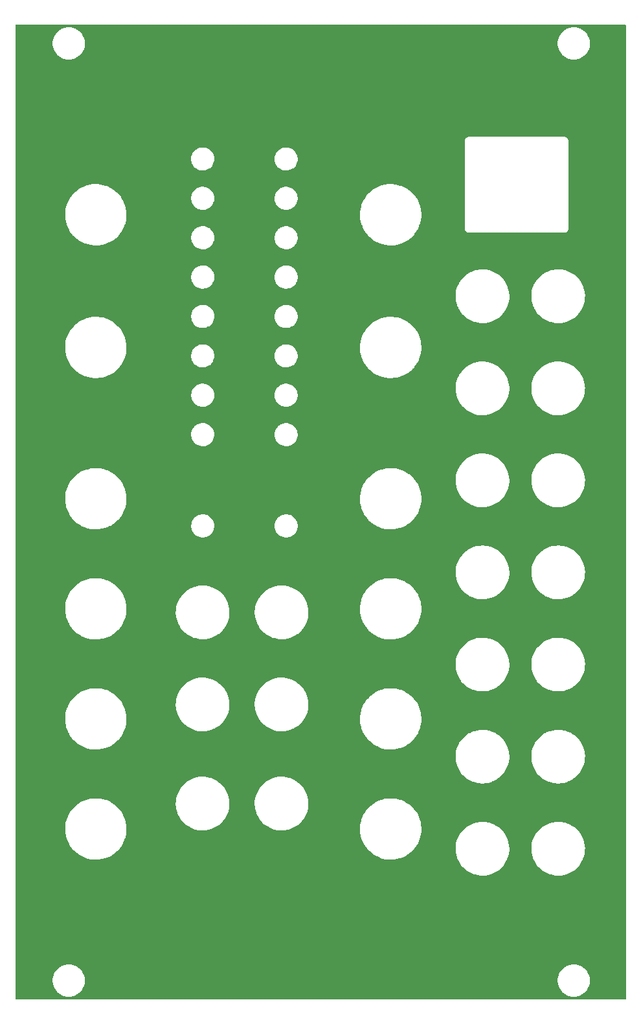
<source format=gbr>
%TF.GenerationSoftware,KiCad,Pcbnew,(6.0.6)*%
%TF.CreationDate,2022-11-26T14:48:15+01:00*%
%TF.ProjectId,wt,77742e6b-6963-4616-945f-706362585858,rev?*%
%TF.SameCoordinates,Original*%
%TF.FileFunction,Copper,L1,Top*%
%TF.FilePolarity,Positive*%
%FSLAX46Y46*%
G04 Gerber Fmt 4.6, Leading zero omitted, Abs format (unit mm)*
G04 Created by KiCad (PCBNEW (6.0.6)) date 2022-11-26 14:48:15*
%MOMM*%
%LPD*%
G01*
G04 APERTURE LIST*
G04 APERTURE END LIST*
%TA.AperFunction,NonConductor*%
G36*
X-4666379Y13721498D02*
G01*
X-4619886Y13667842D01*
X-4608500Y13615500D01*
X-4608500Y-113615500D01*
X-4628502Y-113683621D01*
X-4682158Y-113730114D01*
X-4734500Y-113741500D01*
X-84365500Y-113741500D01*
X-84433621Y-113721498D01*
X-84480114Y-113667842D01*
X-84491500Y-113615500D01*
X-84491500Y-111382703D01*
X-79609257Y-111382703D01*
X-79571732Y-111667734D01*
X-79495871Y-111945036D01*
X-79383077Y-112209476D01*
X-79235439Y-112456161D01*
X-79055687Y-112680528D01*
X-78847149Y-112878423D01*
X-78613683Y-113046186D01*
X-78609888Y-113048195D01*
X-78609887Y-113048196D01*
X-78588131Y-113059715D01*
X-78359608Y-113180712D01*
X-78089627Y-113279511D01*
X-77808736Y-113340755D01*
X-77780159Y-113343004D01*
X-77585718Y-113358307D01*
X-77585709Y-113358307D01*
X-77583261Y-113358500D01*
X-77427729Y-113358500D01*
X-77425593Y-113358354D01*
X-77425582Y-113358354D01*
X-77217452Y-113344165D01*
X-77217446Y-113344164D01*
X-77213175Y-113343873D01*
X-77208980Y-113343004D01*
X-77208978Y-113343004D01*
X-77072417Y-113314724D01*
X-76931658Y-113285574D01*
X-76660657Y-113189607D01*
X-76405188Y-113057750D01*
X-76401687Y-113055289D01*
X-76401683Y-113055287D01*
X-76287582Y-112975095D01*
X-76169977Y-112892441D01*
X-75959378Y-112696740D01*
X-75777287Y-112474268D01*
X-75627073Y-112229142D01*
X-75511517Y-111965898D01*
X-75432756Y-111689406D01*
X-75392249Y-111404784D01*
X-75392155Y-111386951D01*
X-75392133Y-111382703D01*
X-13569257Y-111382703D01*
X-13531732Y-111667734D01*
X-13455871Y-111945036D01*
X-13343077Y-112209476D01*
X-13195439Y-112456161D01*
X-13015687Y-112680528D01*
X-12807149Y-112878423D01*
X-12573683Y-113046186D01*
X-12569888Y-113048195D01*
X-12569887Y-113048196D01*
X-12548131Y-113059715D01*
X-12319608Y-113180712D01*
X-12049627Y-113279511D01*
X-11768736Y-113340755D01*
X-11740159Y-113343004D01*
X-11545718Y-113358307D01*
X-11545709Y-113358307D01*
X-11543261Y-113358500D01*
X-11387729Y-113358500D01*
X-11385593Y-113358354D01*
X-11385582Y-113358354D01*
X-11177452Y-113344165D01*
X-11177446Y-113344164D01*
X-11173175Y-113343873D01*
X-11168980Y-113343004D01*
X-11168978Y-113343004D01*
X-11032417Y-113314724D01*
X-10891658Y-113285574D01*
X-10620657Y-113189607D01*
X-10365188Y-113057750D01*
X-10361687Y-113055289D01*
X-10361683Y-113055287D01*
X-10247582Y-112975095D01*
X-10129977Y-112892441D01*
X-9919378Y-112696740D01*
X-9737287Y-112474268D01*
X-9587073Y-112229142D01*
X-9471517Y-111965898D01*
X-9392756Y-111689406D01*
X-9352249Y-111404784D01*
X-9352155Y-111386951D01*
X-9350765Y-111121583D01*
X-9350765Y-111121576D01*
X-9350743Y-111117297D01*
X-9388268Y-110832266D01*
X-9464129Y-110554964D01*
X-9576923Y-110290524D01*
X-9724561Y-110043839D01*
X-9904313Y-109819472D01*
X-10112851Y-109621577D01*
X-10346317Y-109453814D01*
X-10368157Y-109442250D01*
X-10391346Y-109429972D01*
X-10600392Y-109319288D01*
X-10870373Y-109220489D01*
X-11151264Y-109159245D01*
X-11182315Y-109156801D01*
X-11374282Y-109141693D01*
X-11374291Y-109141693D01*
X-11376739Y-109141500D01*
X-11532271Y-109141500D01*
X-11534407Y-109141646D01*
X-11534418Y-109141646D01*
X-11742548Y-109155835D01*
X-11742554Y-109155836D01*
X-11746825Y-109156127D01*
X-11751020Y-109156996D01*
X-11751022Y-109156996D01*
X-11887584Y-109185277D01*
X-12028342Y-109214426D01*
X-12299343Y-109310393D01*
X-12554812Y-109442250D01*
X-12558313Y-109444711D01*
X-12558317Y-109444713D01*
X-12568406Y-109451804D01*
X-12790023Y-109607559D01*
X-13000622Y-109803260D01*
X-13182713Y-110025732D01*
X-13332927Y-110270858D01*
X-13448483Y-110534102D01*
X-13527244Y-110810594D01*
X-13567751Y-111095216D01*
X-13567773Y-111099505D01*
X-13567774Y-111099512D01*
X-13569235Y-111378417D01*
X-13569257Y-111382703D01*
X-75392133Y-111382703D01*
X-75390765Y-111121583D01*
X-75390765Y-111121576D01*
X-75390743Y-111117297D01*
X-75428268Y-110832266D01*
X-75504129Y-110554964D01*
X-75616923Y-110290524D01*
X-75764561Y-110043839D01*
X-75944313Y-109819472D01*
X-76152851Y-109621577D01*
X-76386317Y-109453814D01*
X-76408157Y-109442250D01*
X-76431346Y-109429972D01*
X-76640392Y-109319288D01*
X-76910373Y-109220489D01*
X-77191264Y-109159245D01*
X-77222315Y-109156801D01*
X-77414282Y-109141693D01*
X-77414291Y-109141693D01*
X-77416739Y-109141500D01*
X-77572271Y-109141500D01*
X-77574407Y-109141646D01*
X-77574418Y-109141646D01*
X-77782548Y-109155835D01*
X-77782554Y-109155836D01*
X-77786825Y-109156127D01*
X-77791020Y-109156996D01*
X-77791022Y-109156996D01*
X-77927584Y-109185277D01*
X-78068342Y-109214426D01*
X-78339343Y-109310393D01*
X-78594812Y-109442250D01*
X-78598313Y-109444711D01*
X-78598317Y-109444713D01*
X-78608406Y-109451804D01*
X-78830023Y-109607559D01*
X-79040622Y-109803260D01*
X-79222713Y-110025732D01*
X-79372927Y-110270858D01*
X-79488483Y-110534102D01*
X-79567244Y-110810594D01*
X-79607751Y-111095216D01*
X-79607773Y-111099505D01*
X-79607774Y-111099512D01*
X-79609235Y-111378417D01*
X-79609257Y-111382703D01*
X-84491500Y-111382703D01*
X-84491500Y-91517385D01*
X-77972597Y-91517385D01*
X-77972376Y-91520504D01*
X-77972376Y-91520511D01*
X-77956253Y-91748228D01*
X-77944409Y-91915501D01*
X-77876819Y-92308848D01*
X-77770497Y-92693538D01*
X-77769374Y-92696440D01*
X-77769371Y-92696450D01*
X-77720388Y-92823062D01*
X-77626493Y-93065766D01*
X-77446231Y-93421851D01*
X-77444552Y-93424481D01*
X-77444546Y-93424492D01*
X-77318625Y-93621767D01*
X-77231494Y-93758272D01*
X-77229565Y-93760719D01*
X-77229560Y-93760726D01*
X-77084219Y-93945089D01*
X-76984406Y-94071701D01*
X-76982231Y-94073957D01*
X-76982226Y-94073963D01*
X-76857705Y-94203133D01*
X-76707410Y-94359041D01*
X-76705017Y-94361074D01*
X-76405640Y-94615414D01*
X-76405631Y-94615421D01*
X-76403245Y-94617448D01*
X-76400665Y-94619231D01*
X-76077491Y-94842591D01*
X-76077482Y-94842596D01*
X-76074919Y-94844368D01*
X-76072184Y-94845881D01*
X-76072179Y-94845884D01*
X-75905970Y-94937825D01*
X-75725679Y-95037557D01*
X-75722810Y-95038790D01*
X-75722799Y-95038795D01*
X-75361846Y-95193872D01*
X-75358978Y-95195104D01*
X-75356001Y-95196045D01*
X-75355997Y-95196047D01*
X-75225281Y-95237387D01*
X-74978443Y-95315451D01*
X-74587836Y-95397409D01*
X-74584719Y-95397745D01*
X-74584718Y-95397745D01*
X-74193472Y-95439903D01*
X-74193469Y-95439903D01*
X-74191021Y-95440167D01*
X-74188558Y-95440238D01*
X-74188557Y-95440238D01*
X-74185307Y-95440332D01*
X-74133185Y-95441833D01*
X-73859771Y-95441833D01*
X-73858208Y-95441755D01*
X-73858200Y-95441755D01*
X-73760979Y-95436915D01*
X-73561369Y-95426978D01*
X-73558284Y-95426514D01*
X-73558282Y-95426514D01*
X-73169785Y-95368106D01*
X-73166692Y-95367641D01*
X-73163656Y-95366870D01*
X-72782903Y-95270171D01*
X-72782900Y-95270170D01*
X-72779860Y-95269398D01*
X-72776912Y-95268328D01*
X-72407636Y-95134288D01*
X-72407626Y-95134284D01*
X-72404698Y-95133221D01*
X-72044917Y-94960456D01*
X-71704073Y-94752812D01*
X-71527126Y-94619231D01*
X-71388031Y-94514225D01*
X-71388028Y-94514223D01*
X-71385537Y-94512342D01*
X-71383255Y-94510232D01*
X-71383246Y-94510225D01*
X-71150511Y-94295086D01*
X-71092460Y-94241424D01*
X-70827739Y-93942738D01*
X-70593993Y-93619236D01*
X-70393533Y-93274118D01*
X-70298800Y-93065766D01*
X-70229639Y-92913654D01*
X-70228340Y-92910797D01*
X-70196419Y-92816762D01*
X-70101057Y-92535832D01*
X-70101056Y-92535829D01*
X-70100050Y-92532865D01*
X-70099346Y-92529827D01*
X-70099343Y-92529817D01*
X-70010635Y-92147103D01*
X-70010635Y-92147101D01*
X-70009930Y-92144061D01*
X-69958871Y-91748228D01*
X-69947379Y-91349281D01*
X-69949781Y-91315345D01*
X-69975345Y-90954301D01*
X-69975567Y-90951165D01*
X-70043157Y-90557818D01*
X-70047410Y-90542428D01*
X-70148647Y-90176139D01*
X-70149479Y-90173128D01*
X-70150602Y-90170226D01*
X-70150605Y-90170216D01*
X-70292353Y-89803821D01*
X-70293483Y-89800900D01*
X-70473745Y-89444815D01*
X-70475424Y-89442185D01*
X-70475430Y-89442174D01*
X-70686801Y-89111028D01*
X-70688482Y-89108394D01*
X-70690411Y-89105947D01*
X-70690416Y-89105940D01*
X-70933626Y-88797431D01*
X-70935570Y-88794965D01*
X-70937745Y-88792709D01*
X-70937750Y-88792703D01*
X-71062271Y-88663533D01*
X-71212566Y-88507625D01*
X-71215668Y-88504990D01*
X-71514336Y-88251252D01*
X-71514345Y-88251245D01*
X-71516731Y-88249218D01*
X-71574636Y-88209197D01*
X-63510598Y-88209197D01*
X-63510332Y-88212538D01*
X-63510332Y-88212543D01*
X-63486669Y-88509884D01*
X-63480938Y-88581905D01*
X-63480318Y-88585200D01*
X-63480318Y-88585203D01*
X-63440408Y-88797431D01*
X-63411840Y-88949351D01*
X-63304088Y-89307374D01*
X-63302786Y-89310463D01*
X-63182721Y-89595389D01*
X-63158900Y-89651919D01*
X-62977922Y-89979086D01*
X-62976001Y-89981824D01*
X-62975995Y-89981834D01*
X-62839687Y-90176139D01*
X-62763202Y-90285168D01*
X-62517173Y-90566701D01*
X-62514712Y-90568976D01*
X-62514709Y-90568979D01*
X-62400867Y-90674213D01*
X-62242620Y-90820495D01*
X-61942652Y-91043677D01*
X-61939765Y-91045381D01*
X-61623558Y-91232014D01*
X-61623553Y-91232017D01*
X-61620667Y-91233720D01*
X-61280309Y-91388471D01*
X-61154235Y-91430288D01*
X-60928626Y-91505120D01*
X-60928619Y-91505122D01*
X-60925435Y-91506178D01*
X-60922150Y-91506891D01*
X-60922151Y-91506891D01*
X-60563341Y-91584797D01*
X-60563338Y-91584797D01*
X-60560061Y-91585509D01*
X-60364735Y-91606556D01*
X-60190845Y-91625293D01*
X-60190837Y-91625294D01*
X-60188327Y-91625564D01*
X-60185807Y-91625632D01*
X-60185795Y-91625633D01*
X-60183807Y-91625686D01*
X-60182377Y-91625725D01*
X-59904861Y-91625725D01*
X-59903195Y-91625636D01*
X-59903186Y-91625636D01*
X-59628300Y-91610989D01*
X-59628294Y-91610988D01*
X-59624965Y-91610811D01*
X-59621673Y-91610281D01*
X-59621666Y-91610280D01*
X-59259152Y-91551890D01*
X-59259151Y-91551890D01*
X-59255837Y-91551356D01*
X-59252597Y-91550473D01*
X-59252594Y-91550472D01*
X-58898362Y-91453897D01*
X-58898361Y-91453897D01*
X-58895116Y-91453012D01*
X-58546888Y-91316894D01*
X-58383487Y-91232014D01*
X-58218066Y-91146085D01*
X-58218063Y-91146083D01*
X-58215096Y-91144542D01*
X-58059297Y-91041225D01*
X-57906286Y-90939757D01*
X-57906284Y-90939756D01*
X-57903498Y-90937908D01*
X-57615622Y-90699333D01*
X-57354727Y-90431517D01*
X-57241748Y-90287689D01*
X-57125841Y-90140132D01*
X-57125840Y-90140130D01*
X-57123769Y-90137494D01*
X-56925363Y-89820594D01*
X-56761756Y-89484404D01*
X-56634799Y-89132732D01*
X-56545932Y-88769561D01*
X-56520276Y-88578556D01*
X-56496603Y-88402311D01*
X-56496602Y-88402302D01*
X-56496159Y-88399002D01*
X-56491023Y-88209197D01*
X-53184676Y-88209197D01*
X-53184410Y-88212538D01*
X-53184410Y-88212543D01*
X-53160747Y-88509884D01*
X-53155016Y-88581905D01*
X-53154396Y-88585200D01*
X-53154396Y-88585203D01*
X-53114486Y-88797431D01*
X-53085918Y-88949351D01*
X-52978166Y-89307374D01*
X-52976864Y-89310463D01*
X-52856799Y-89595389D01*
X-52832978Y-89651919D01*
X-52652000Y-89979086D01*
X-52650079Y-89981824D01*
X-52650073Y-89981834D01*
X-52513765Y-90176139D01*
X-52437280Y-90285168D01*
X-52191251Y-90566701D01*
X-52188790Y-90568976D01*
X-52188787Y-90568979D01*
X-52074945Y-90674213D01*
X-51916698Y-90820495D01*
X-51616730Y-91043677D01*
X-51613843Y-91045381D01*
X-51297636Y-91232014D01*
X-51297631Y-91232017D01*
X-51294745Y-91233720D01*
X-50954387Y-91388471D01*
X-50828313Y-91430288D01*
X-50602704Y-91505120D01*
X-50602697Y-91505122D01*
X-50599513Y-91506178D01*
X-50596228Y-91506891D01*
X-50596229Y-91506891D01*
X-50237419Y-91584797D01*
X-50237416Y-91584797D01*
X-50234139Y-91585509D01*
X-50038813Y-91606556D01*
X-49864923Y-91625293D01*
X-49864915Y-91625294D01*
X-49862405Y-91625564D01*
X-49859885Y-91625632D01*
X-49859873Y-91625633D01*
X-49857885Y-91625686D01*
X-49856455Y-91625725D01*
X-49578939Y-91625725D01*
X-49577273Y-91625636D01*
X-49577264Y-91625636D01*
X-49302378Y-91610989D01*
X-49302372Y-91610988D01*
X-49299043Y-91610811D01*
X-49295751Y-91610281D01*
X-49295744Y-91610280D01*
X-48933230Y-91551890D01*
X-48933229Y-91551890D01*
X-48929915Y-91551356D01*
X-48926675Y-91550473D01*
X-48926672Y-91550472D01*
X-48805311Y-91517385D01*
X-39412609Y-91517385D01*
X-39412388Y-91520504D01*
X-39412388Y-91520511D01*
X-39396265Y-91748228D01*
X-39384421Y-91915501D01*
X-39316831Y-92308848D01*
X-39210509Y-92693538D01*
X-39209386Y-92696440D01*
X-39209383Y-92696450D01*
X-39160400Y-92823062D01*
X-39066505Y-93065766D01*
X-38886243Y-93421851D01*
X-38884564Y-93424481D01*
X-38884558Y-93424492D01*
X-38758637Y-93621767D01*
X-38671506Y-93758272D01*
X-38669577Y-93760719D01*
X-38669572Y-93760726D01*
X-38524231Y-93945089D01*
X-38424418Y-94071701D01*
X-38422243Y-94073957D01*
X-38422238Y-94073963D01*
X-38297717Y-94203133D01*
X-38147422Y-94359041D01*
X-38145029Y-94361074D01*
X-37845652Y-94615414D01*
X-37845643Y-94615421D01*
X-37843257Y-94617448D01*
X-37840677Y-94619231D01*
X-37517503Y-94842591D01*
X-37517494Y-94842596D01*
X-37514931Y-94844368D01*
X-37512196Y-94845881D01*
X-37512191Y-94845884D01*
X-37345982Y-94937825D01*
X-37165691Y-95037557D01*
X-37162822Y-95038790D01*
X-37162811Y-95038795D01*
X-36801858Y-95193872D01*
X-36798990Y-95195104D01*
X-36796013Y-95196045D01*
X-36796009Y-95196047D01*
X-36665293Y-95237387D01*
X-36418455Y-95315451D01*
X-36027848Y-95397409D01*
X-36024731Y-95397745D01*
X-36024730Y-95397745D01*
X-35633484Y-95439903D01*
X-35633481Y-95439903D01*
X-35631033Y-95440167D01*
X-35628570Y-95440238D01*
X-35628569Y-95440238D01*
X-35625319Y-95440332D01*
X-35573197Y-95441833D01*
X-35299783Y-95441833D01*
X-35298220Y-95441755D01*
X-35298212Y-95441755D01*
X-35200991Y-95436915D01*
X-35001381Y-95426978D01*
X-34998296Y-95426514D01*
X-34998294Y-95426514D01*
X-34609797Y-95368106D01*
X-34606704Y-95367641D01*
X-34603668Y-95366870D01*
X-34222915Y-95270171D01*
X-34222912Y-95270170D01*
X-34219872Y-95269398D01*
X-34216924Y-95268328D01*
X-33847648Y-95134288D01*
X-33847638Y-95134284D01*
X-33844710Y-95133221D01*
X-33484929Y-94960456D01*
X-33144085Y-94752812D01*
X-32967138Y-94619231D01*
X-32828043Y-94514225D01*
X-32828040Y-94514223D01*
X-32825549Y-94512342D01*
X-32823267Y-94510232D01*
X-32823258Y-94510225D01*
X-32590523Y-94295086D01*
X-32532472Y-94241424D01*
X-32408878Y-94101972D01*
X-26912276Y-94101972D01*
X-26912010Y-94105313D01*
X-26912010Y-94105318D01*
X-26891998Y-94356782D01*
X-26882616Y-94474680D01*
X-26881996Y-94477975D01*
X-26881996Y-94477978D01*
X-26830313Y-94752812D01*
X-26813518Y-94842126D01*
X-26705766Y-95200149D01*
X-26704464Y-95203238D01*
X-26610182Y-95426978D01*
X-26560578Y-95544694D01*
X-26379600Y-95871861D01*
X-26377679Y-95874599D01*
X-26377673Y-95874609D01*
X-26166803Y-96175202D01*
X-26164880Y-96177943D01*
X-25918851Y-96459476D01*
X-25644298Y-96713270D01*
X-25344330Y-96936452D01*
X-25341443Y-96938156D01*
X-25025236Y-97124789D01*
X-25025231Y-97124792D01*
X-25022345Y-97126495D01*
X-24681987Y-97281246D01*
X-24500479Y-97341450D01*
X-24330304Y-97397895D01*
X-24330297Y-97397897D01*
X-24327113Y-97398953D01*
X-24323828Y-97399666D01*
X-24323829Y-97399666D01*
X-23965019Y-97477572D01*
X-23965016Y-97477572D01*
X-23961739Y-97478284D01*
X-23766413Y-97499331D01*
X-23592523Y-97518068D01*
X-23592515Y-97518069D01*
X-23590005Y-97518339D01*
X-23587485Y-97518407D01*
X-23587473Y-97518408D01*
X-23585485Y-97518461D01*
X-23584055Y-97518500D01*
X-23306539Y-97518500D01*
X-23304873Y-97518411D01*
X-23304864Y-97518411D01*
X-23029978Y-97503764D01*
X-23029972Y-97503763D01*
X-23026643Y-97503586D01*
X-23023351Y-97503056D01*
X-23023344Y-97503055D01*
X-22660830Y-97444665D01*
X-22660829Y-97444665D01*
X-22657515Y-97444131D01*
X-22654275Y-97443248D01*
X-22654272Y-97443247D01*
X-22300040Y-97346672D01*
X-22300039Y-97346672D01*
X-22296794Y-97345787D01*
X-21948566Y-97209669D01*
X-21616774Y-97037317D01*
X-21305176Y-96830683D01*
X-21017300Y-96592108D01*
X-20756405Y-96324292D01*
X-20643426Y-96180464D01*
X-20527519Y-96032907D01*
X-20527518Y-96032905D01*
X-20525447Y-96030269D01*
X-20327041Y-95713369D01*
X-20194087Y-95440167D01*
X-20164901Y-95380194D01*
X-20164899Y-95380190D01*
X-20163434Y-95377179D01*
X-20036477Y-95025507D01*
X-19947610Y-94662336D01*
X-19927463Y-94512342D01*
X-19898281Y-94295086D01*
X-19898280Y-94295077D01*
X-19897837Y-94291777D01*
X-19892701Y-94101972D01*
X-17012276Y-94101972D01*
X-17012010Y-94105313D01*
X-17012010Y-94105318D01*
X-16991998Y-94356782D01*
X-16982616Y-94474680D01*
X-16981996Y-94477975D01*
X-16981996Y-94477978D01*
X-16930313Y-94752812D01*
X-16913518Y-94842126D01*
X-16805766Y-95200149D01*
X-16804464Y-95203238D01*
X-16710182Y-95426978D01*
X-16660578Y-95544694D01*
X-16479600Y-95871861D01*
X-16477679Y-95874599D01*
X-16477673Y-95874609D01*
X-16266803Y-96175202D01*
X-16264880Y-96177943D01*
X-16018851Y-96459476D01*
X-15744298Y-96713270D01*
X-15444330Y-96936452D01*
X-15441443Y-96938156D01*
X-15125236Y-97124789D01*
X-15125231Y-97124792D01*
X-15122345Y-97126495D01*
X-14781987Y-97281246D01*
X-14600479Y-97341450D01*
X-14430304Y-97397895D01*
X-14430297Y-97397897D01*
X-14427113Y-97398953D01*
X-14423828Y-97399666D01*
X-14423829Y-97399666D01*
X-14065019Y-97477572D01*
X-14065016Y-97477572D01*
X-14061739Y-97478284D01*
X-13866413Y-97499331D01*
X-13692523Y-97518068D01*
X-13692515Y-97518069D01*
X-13690005Y-97518339D01*
X-13687485Y-97518407D01*
X-13687473Y-97518408D01*
X-13685485Y-97518461D01*
X-13684055Y-97518500D01*
X-13406539Y-97518500D01*
X-13404873Y-97518411D01*
X-13404864Y-97518411D01*
X-13129978Y-97503764D01*
X-13129972Y-97503763D01*
X-13126643Y-97503586D01*
X-13123351Y-97503056D01*
X-13123344Y-97503055D01*
X-12760830Y-97444665D01*
X-12760829Y-97444665D01*
X-12757515Y-97444131D01*
X-12754275Y-97443248D01*
X-12754272Y-97443247D01*
X-12400040Y-97346672D01*
X-12400039Y-97346672D01*
X-12396794Y-97345787D01*
X-12048566Y-97209669D01*
X-11716774Y-97037317D01*
X-11405176Y-96830683D01*
X-11117300Y-96592108D01*
X-10856405Y-96324292D01*
X-10743426Y-96180464D01*
X-10627519Y-96032907D01*
X-10627518Y-96032905D01*
X-10625447Y-96030269D01*
X-10427041Y-95713369D01*
X-10294087Y-95440167D01*
X-10264901Y-95380194D01*
X-10264899Y-95380190D01*
X-10263434Y-95377179D01*
X-10136477Y-95025507D01*
X-10047610Y-94662336D01*
X-10027463Y-94512342D01*
X-9998281Y-94295086D01*
X-9998280Y-94295077D01*
X-9997837Y-94291777D01*
X-9987724Y-93918028D01*
X-10000647Y-93755638D01*
X-10017117Y-93548669D01*
X-10017118Y-93548660D01*
X-10017384Y-93545320D01*
X-10018004Y-93542022D01*
X-10085864Y-93181158D01*
X-10085866Y-93181150D01*
X-10086482Y-93177874D01*
X-10194234Y-92819851D01*
X-10315167Y-92532865D01*
X-10338122Y-92478390D01*
X-10338125Y-92478383D01*
X-10339422Y-92475306D01*
X-10520400Y-92148139D01*
X-10522321Y-92145401D01*
X-10522327Y-92145391D01*
X-10733197Y-91844798D01*
X-10733198Y-91844796D01*
X-10735120Y-91842057D01*
X-10981149Y-91560524D01*
X-11027816Y-91517385D01*
X-11244707Y-91316894D01*
X-11255702Y-91306730D01*
X-11555670Y-91083548D01*
X-11729177Y-90981140D01*
X-11874764Y-90895211D01*
X-11874769Y-90895208D01*
X-11877655Y-90893505D01*
X-12218013Y-90738754D01*
X-12415265Y-90673328D01*
X-12569696Y-90622105D01*
X-12569703Y-90622103D01*
X-12572887Y-90621047D01*
X-12812696Y-90568979D01*
X-12934981Y-90542428D01*
X-12934984Y-90542428D01*
X-12938261Y-90541716D01*
X-13174730Y-90516236D01*
X-13307477Y-90501932D01*
X-13307485Y-90501931D01*
X-13309995Y-90501661D01*
X-13312515Y-90501593D01*
X-13312527Y-90501592D01*
X-13314515Y-90501539D01*
X-13315945Y-90501500D01*
X-13593461Y-90501500D01*
X-13595127Y-90501589D01*
X-13595136Y-90501589D01*
X-13870022Y-90516236D01*
X-13870028Y-90516237D01*
X-13873357Y-90516414D01*
X-13876649Y-90516944D01*
X-13876656Y-90516945D01*
X-14239170Y-90575335D01*
X-14242485Y-90575869D01*
X-14245725Y-90576752D01*
X-14245728Y-90576753D01*
X-14599960Y-90673328D01*
X-14603206Y-90674213D01*
X-14951434Y-90810331D01*
X-14954416Y-90811880D01*
X-15228588Y-90954301D01*
X-15283226Y-90982683D01*
X-15286014Y-90984532D01*
X-15529631Y-91146085D01*
X-15594824Y-91189317D01*
X-15882700Y-91427892D01*
X-16143595Y-91695708D01*
X-16145662Y-91698340D01*
X-16145666Y-91698344D01*
X-16258554Y-91842057D01*
X-16374553Y-91989731D01*
X-16572959Y-92306631D01*
X-16736566Y-92642821D01*
X-16863523Y-92994493D01*
X-16952390Y-93357664D01*
X-17002163Y-93728223D01*
X-17012276Y-94101972D01*
X-19892701Y-94101972D01*
X-19887724Y-93918028D01*
X-19900647Y-93755638D01*
X-19917117Y-93548669D01*
X-19917118Y-93548660D01*
X-19917384Y-93545320D01*
X-19918004Y-93542022D01*
X-19985864Y-93181158D01*
X-19985866Y-93181150D01*
X-19986482Y-93177874D01*
X-20094234Y-92819851D01*
X-20215167Y-92532865D01*
X-20238122Y-92478390D01*
X-20238125Y-92478383D01*
X-20239422Y-92475306D01*
X-20420400Y-92148139D01*
X-20422321Y-92145401D01*
X-20422327Y-92145391D01*
X-20633197Y-91844798D01*
X-20633198Y-91844796D01*
X-20635120Y-91842057D01*
X-20881149Y-91560524D01*
X-20927816Y-91517385D01*
X-21144707Y-91316894D01*
X-21155702Y-91306730D01*
X-21455670Y-91083548D01*
X-21629177Y-90981140D01*
X-21774764Y-90895211D01*
X-21774769Y-90895208D01*
X-21777655Y-90893505D01*
X-22118013Y-90738754D01*
X-22315265Y-90673328D01*
X-22469696Y-90622105D01*
X-22469703Y-90622103D01*
X-22472887Y-90621047D01*
X-22712696Y-90568979D01*
X-22834981Y-90542428D01*
X-22834984Y-90542428D01*
X-22838261Y-90541716D01*
X-23074730Y-90516236D01*
X-23207477Y-90501932D01*
X-23207485Y-90501931D01*
X-23209995Y-90501661D01*
X-23212515Y-90501593D01*
X-23212527Y-90501592D01*
X-23214515Y-90501539D01*
X-23215945Y-90501500D01*
X-23493461Y-90501500D01*
X-23495127Y-90501589D01*
X-23495136Y-90501589D01*
X-23770022Y-90516236D01*
X-23770028Y-90516237D01*
X-23773357Y-90516414D01*
X-23776649Y-90516944D01*
X-23776656Y-90516945D01*
X-24139170Y-90575335D01*
X-24142485Y-90575869D01*
X-24145725Y-90576752D01*
X-24145728Y-90576753D01*
X-24499960Y-90673328D01*
X-24503206Y-90674213D01*
X-24851434Y-90810331D01*
X-24854416Y-90811880D01*
X-25128588Y-90954301D01*
X-25183226Y-90982683D01*
X-25186014Y-90984532D01*
X-25429631Y-91146085D01*
X-25494824Y-91189317D01*
X-25782700Y-91427892D01*
X-26043595Y-91695708D01*
X-26045662Y-91698340D01*
X-26045666Y-91698344D01*
X-26158554Y-91842057D01*
X-26274553Y-91989731D01*
X-26472959Y-92306631D01*
X-26636566Y-92642821D01*
X-26763523Y-92994493D01*
X-26852390Y-93357664D01*
X-26902163Y-93728223D01*
X-26912276Y-94101972D01*
X-32408878Y-94101972D01*
X-32267751Y-93942738D01*
X-32034005Y-93619236D01*
X-31833545Y-93274118D01*
X-31738812Y-93065766D01*
X-31669651Y-92913654D01*
X-31668352Y-92910797D01*
X-31636431Y-92816762D01*
X-31541069Y-92535832D01*
X-31541068Y-92535829D01*
X-31540062Y-92532865D01*
X-31539358Y-92529827D01*
X-31539355Y-92529817D01*
X-31450647Y-92147103D01*
X-31450647Y-92147101D01*
X-31449942Y-92144061D01*
X-31398883Y-91748228D01*
X-31387391Y-91349281D01*
X-31389793Y-91315345D01*
X-31415357Y-90954301D01*
X-31415579Y-90951165D01*
X-31483169Y-90557818D01*
X-31487422Y-90542428D01*
X-31588659Y-90176139D01*
X-31589491Y-90173128D01*
X-31590614Y-90170226D01*
X-31590617Y-90170216D01*
X-31732365Y-89803821D01*
X-31733495Y-89800900D01*
X-31913757Y-89444815D01*
X-31915436Y-89442185D01*
X-31915442Y-89442174D01*
X-32126813Y-89111028D01*
X-32128494Y-89108394D01*
X-32130423Y-89105947D01*
X-32130428Y-89105940D01*
X-32373638Y-88797431D01*
X-32375582Y-88794965D01*
X-32377757Y-88792709D01*
X-32377762Y-88792703D01*
X-32502283Y-88663533D01*
X-32652578Y-88507625D01*
X-32655680Y-88504990D01*
X-32954348Y-88251252D01*
X-32954357Y-88251245D01*
X-32956743Y-88249218D01*
X-33021496Y-88204464D01*
X-33282497Y-88024075D01*
X-33282506Y-88024070D01*
X-33285069Y-88022298D01*
X-33287804Y-88020785D01*
X-33287809Y-88020782D01*
X-33622850Y-87835448D01*
X-33634309Y-87829109D01*
X-33637178Y-87827876D01*
X-33637189Y-87827871D01*
X-33998142Y-87672794D01*
X-33998145Y-87672793D01*
X-34001010Y-87671562D01*
X-34003987Y-87670621D01*
X-34003991Y-87670619D01*
X-34134707Y-87629279D01*
X-34381545Y-87551215D01*
X-34772152Y-87469257D01*
X-34812689Y-87464889D01*
X-35166516Y-87426763D01*
X-35166519Y-87426763D01*
X-35168967Y-87426499D01*
X-35171430Y-87426428D01*
X-35171431Y-87426428D01*
X-35174681Y-87426334D01*
X-35226803Y-87424833D01*
X-35500217Y-87424833D01*
X-35501780Y-87424911D01*
X-35501788Y-87424911D01*
X-35599009Y-87429751D01*
X-35798619Y-87439688D01*
X-35801704Y-87440152D01*
X-35801706Y-87440152D01*
X-36153280Y-87493009D01*
X-36193296Y-87499025D01*
X-36196331Y-87499796D01*
X-36196332Y-87499796D01*
X-36577085Y-87596495D01*
X-36577088Y-87596496D01*
X-36580128Y-87597268D01*
X-36583075Y-87598338D01*
X-36583076Y-87598338D01*
X-36952352Y-87732378D01*
X-36952362Y-87732382D01*
X-36955290Y-87733445D01*
X-37315071Y-87906210D01*
X-37655915Y-88113854D01*
X-37658425Y-88115749D01*
X-37835223Y-88249218D01*
X-37974451Y-88354324D01*
X-37976733Y-88356434D01*
X-37976742Y-88356441D01*
X-38138092Y-88505592D01*
X-38267528Y-88625242D01*
X-38532249Y-88923928D01*
X-38765995Y-89247430D01*
X-38966455Y-89592548D01*
X-38967745Y-89595385D01*
X-38967747Y-89595389D01*
X-39062516Y-89803821D01*
X-39131648Y-89955869D01*
X-39132656Y-89958838D01*
X-39132659Y-89958846D01*
X-39244285Y-90287689D01*
X-39259938Y-90333801D01*
X-39260642Y-90336839D01*
X-39260645Y-90336849D01*
X-39349353Y-90719563D01*
X-39350058Y-90722605D01*
X-39372323Y-90895211D01*
X-39396616Y-91083548D01*
X-39401117Y-91118438D01*
X-39412609Y-91517385D01*
X-48805311Y-91517385D01*
X-48572440Y-91453897D01*
X-48572439Y-91453897D01*
X-48569194Y-91453012D01*
X-48220966Y-91316894D01*
X-48057565Y-91232014D01*
X-47892144Y-91146085D01*
X-47892141Y-91146083D01*
X-47889174Y-91144542D01*
X-47733375Y-91041225D01*
X-47580364Y-90939757D01*
X-47580362Y-90939756D01*
X-47577576Y-90937908D01*
X-47289700Y-90699333D01*
X-47028805Y-90431517D01*
X-46915826Y-90287689D01*
X-46799919Y-90140132D01*
X-46799918Y-90140130D01*
X-46797847Y-90137494D01*
X-46599441Y-89820594D01*
X-46435834Y-89484404D01*
X-46308877Y-89132732D01*
X-46220010Y-88769561D01*
X-46194354Y-88578556D01*
X-46170681Y-88402311D01*
X-46170680Y-88402302D01*
X-46170237Y-88399002D01*
X-46160124Y-88025253D01*
X-46160480Y-88020782D01*
X-46189517Y-87655894D01*
X-46189518Y-87655885D01*
X-46189784Y-87652545D01*
X-46190404Y-87649247D01*
X-46258264Y-87288383D01*
X-46258266Y-87288375D01*
X-46258882Y-87285099D01*
X-46366634Y-86927076D01*
X-46511822Y-86582531D01*
X-46692800Y-86255364D01*
X-46694721Y-86252626D01*
X-46694727Y-86252616D01*
X-46905597Y-85952023D01*
X-46905598Y-85952021D01*
X-46907520Y-85949282D01*
X-47153549Y-85667749D01*
X-47428102Y-85413955D01*
X-47728070Y-85190773D01*
X-47755961Y-85174311D01*
X-48047164Y-85002436D01*
X-48047169Y-85002433D01*
X-48050055Y-85000730D01*
X-48390413Y-84845979D01*
X-48587665Y-84780553D01*
X-48742096Y-84729330D01*
X-48742103Y-84729328D01*
X-48745287Y-84728272D01*
X-48967995Y-84679917D01*
X-49107381Y-84649653D01*
X-49107384Y-84649653D01*
X-49110661Y-84648941D01*
X-49347130Y-84623461D01*
X-49479877Y-84609157D01*
X-49479885Y-84609156D01*
X-49482395Y-84608886D01*
X-49484915Y-84608818D01*
X-49484927Y-84608817D01*
X-49486915Y-84608764D01*
X-49488345Y-84608725D01*
X-49765861Y-84608725D01*
X-49767527Y-84608814D01*
X-49767536Y-84608814D01*
X-50042422Y-84623461D01*
X-50042428Y-84623462D01*
X-50045757Y-84623639D01*
X-50049049Y-84624169D01*
X-50049056Y-84624170D01*
X-50395161Y-84679917D01*
X-50414885Y-84683094D01*
X-50418125Y-84683977D01*
X-50418128Y-84683978D01*
X-50772360Y-84780553D01*
X-50775606Y-84781438D01*
X-50940720Y-84845979D01*
X-51076600Y-84899093D01*
X-51123834Y-84917556D01*
X-51126816Y-84919105D01*
X-51282757Y-85000110D01*
X-51455626Y-85089908D01*
X-51767224Y-85296542D01*
X-52055100Y-85535117D01*
X-52315995Y-85802933D01*
X-52318062Y-85805565D01*
X-52318066Y-85805569D01*
X-52430954Y-85949282D01*
X-52546953Y-86096956D01*
X-52745359Y-86413856D01*
X-52908966Y-86750046D01*
X-53035923Y-87101718D01*
X-53124790Y-87464889D01*
X-53125236Y-87468208D01*
X-53125236Y-87468209D01*
X-53173545Y-87827871D01*
X-53174563Y-87835448D01*
X-53184676Y-88209197D01*
X-56491023Y-88209197D01*
X-56486046Y-88025253D01*
X-56486402Y-88020782D01*
X-56515439Y-87655894D01*
X-56515440Y-87655885D01*
X-56515706Y-87652545D01*
X-56516326Y-87649247D01*
X-56584186Y-87288383D01*
X-56584188Y-87288375D01*
X-56584804Y-87285099D01*
X-56692556Y-86927076D01*
X-56837744Y-86582531D01*
X-57018722Y-86255364D01*
X-57020643Y-86252626D01*
X-57020649Y-86252616D01*
X-57231519Y-85952023D01*
X-57231520Y-85952021D01*
X-57233442Y-85949282D01*
X-57479471Y-85667749D01*
X-57754024Y-85413955D01*
X-58053992Y-85190773D01*
X-58081883Y-85174311D01*
X-58373086Y-85002436D01*
X-58373091Y-85002433D01*
X-58375977Y-85000730D01*
X-58716335Y-84845979D01*
X-58913587Y-84780553D01*
X-59068018Y-84729330D01*
X-59068025Y-84729328D01*
X-59071209Y-84728272D01*
X-59293917Y-84679917D01*
X-59433303Y-84649653D01*
X-59433306Y-84649653D01*
X-59436583Y-84648941D01*
X-59673052Y-84623461D01*
X-59805799Y-84609157D01*
X-59805807Y-84609156D01*
X-59808317Y-84608886D01*
X-59810837Y-84608818D01*
X-59810849Y-84608817D01*
X-59812837Y-84608764D01*
X-59814267Y-84608725D01*
X-60091783Y-84608725D01*
X-60093449Y-84608814D01*
X-60093458Y-84608814D01*
X-60368344Y-84623461D01*
X-60368350Y-84623462D01*
X-60371679Y-84623639D01*
X-60374971Y-84624169D01*
X-60374978Y-84624170D01*
X-60721083Y-84679917D01*
X-60740807Y-84683094D01*
X-60744047Y-84683977D01*
X-60744050Y-84683978D01*
X-61098282Y-84780553D01*
X-61101528Y-84781438D01*
X-61266642Y-84845979D01*
X-61402522Y-84899093D01*
X-61449756Y-84917556D01*
X-61452738Y-84919105D01*
X-61608679Y-85000110D01*
X-61781548Y-85089908D01*
X-62093146Y-85296542D01*
X-62381022Y-85535117D01*
X-62641917Y-85802933D01*
X-62643984Y-85805565D01*
X-62643988Y-85805569D01*
X-62756876Y-85949282D01*
X-62872875Y-86096956D01*
X-63071281Y-86413856D01*
X-63234888Y-86750046D01*
X-63361845Y-87101718D01*
X-63450712Y-87464889D01*
X-63451158Y-87468208D01*
X-63451158Y-87468209D01*
X-63499467Y-87827871D01*
X-63500485Y-87835448D01*
X-63510598Y-88209197D01*
X-71574636Y-88209197D01*
X-71581484Y-88204464D01*
X-71842485Y-88024075D01*
X-71842494Y-88024070D01*
X-71845057Y-88022298D01*
X-71847792Y-88020785D01*
X-71847797Y-88020782D01*
X-72182838Y-87835448D01*
X-72194297Y-87829109D01*
X-72197166Y-87827876D01*
X-72197177Y-87827871D01*
X-72558130Y-87672794D01*
X-72558133Y-87672793D01*
X-72560998Y-87671562D01*
X-72563975Y-87670621D01*
X-72563979Y-87670619D01*
X-72694695Y-87629279D01*
X-72941533Y-87551215D01*
X-73332140Y-87469257D01*
X-73372677Y-87464889D01*
X-73726504Y-87426763D01*
X-73726507Y-87426763D01*
X-73728955Y-87426499D01*
X-73731418Y-87426428D01*
X-73731419Y-87426428D01*
X-73734669Y-87426334D01*
X-73786791Y-87424833D01*
X-74060205Y-87424833D01*
X-74061768Y-87424911D01*
X-74061776Y-87424911D01*
X-74158997Y-87429751D01*
X-74358607Y-87439688D01*
X-74361692Y-87440152D01*
X-74361694Y-87440152D01*
X-74713268Y-87493009D01*
X-74753284Y-87499025D01*
X-74756319Y-87499796D01*
X-74756320Y-87499796D01*
X-75137073Y-87596495D01*
X-75137076Y-87596496D01*
X-75140116Y-87597268D01*
X-75143063Y-87598338D01*
X-75143064Y-87598338D01*
X-75512340Y-87732378D01*
X-75512350Y-87732382D01*
X-75515278Y-87733445D01*
X-75875059Y-87906210D01*
X-76215903Y-88113854D01*
X-76218413Y-88115749D01*
X-76395211Y-88249218D01*
X-76534439Y-88354324D01*
X-76536721Y-88356434D01*
X-76536730Y-88356441D01*
X-76698080Y-88505592D01*
X-76827516Y-88625242D01*
X-77092237Y-88923928D01*
X-77325983Y-89247430D01*
X-77526443Y-89592548D01*
X-77527733Y-89595385D01*
X-77527735Y-89595389D01*
X-77622504Y-89803821D01*
X-77691636Y-89955869D01*
X-77692644Y-89958838D01*
X-77692647Y-89958846D01*
X-77804273Y-90287689D01*
X-77819926Y-90333801D01*
X-77820630Y-90336839D01*
X-77820633Y-90336849D01*
X-77909341Y-90719563D01*
X-77910046Y-90722605D01*
X-77932311Y-90895211D01*
X-77956604Y-91083548D01*
X-77961105Y-91118438D01*
X-77972597Y-91517385D01*
X-84491500Y-91517385D01*
X-84491500Y-82066614D01*
X-26912276Y-82066614D01*
X-26912010Y-82069955D01*
X-26912010Y-82069960D01*
X-26897171Y-82256419D01*
X-26882616Y-82439322D01*
X-26881996Y-82442617D01*
X-26881996Y-82442620D01*
X-26846714Y-82630238D01*
X-26813518Y-82806768D01*
X-26705766Y-83164791D01*
X-26560578Y-83509336D01*
X-26379600Y-83836503D01*
X-26377679Y-83839241D01*
X-26377673Y-83839251D01*
X-26166803Y-84139844D01*
X-26164880Y-84142585D01*
X-25918851Y-84424118D01*
X-25644298Y-84677912D01*
X-25344330Y-84901094D01*
X-25341443Y-84902798D01*
X-25025236Y-85089431D01*
X-25025231Y-85089434D01*
X-25022345Y-85091137D01*
X-24681987Y-85245888D01*
X-24522834Y-85298677D01*
X-24330304Y-85362537D01*
X-24330297Y-85362539D01*
X-24327113Y-85363595D01*
X-24323828Y-85364308D01*
X-24323829Y-85364308D01*
X-23965019Y-85442214D01*
X-23965016Y-85442214D01*
X-23961739Y-85442926D01*
X-23766413Y-85463973D01*
X-23592523Y-85482710D01*
X-23592515Y-85482711D01*
X-23590005Y-85482981D01*
X-23587485Y-85483049D01*
X-23587473Y-85483050D01*
X-23585485Y-85483103D01*
X-23584055Y-85483142D01*
X-23306539Y-85483142D01*
X-23304873Y-85483053D01*
X-23304864Y-85483053D01*
X-23029978Y-85468406D01*
X-23029972Y-85468405D01*
X-23026643Y-85468228D01*
X-23023351Y-85467698D01*
X-23023344Y-85467697D01*
X-22660830Y-85409307D01*
X-22660829Y-85409307D01*
X-22657515Y-85408773D01*
X-22654275Y-85407890D01*
X-22654272Y-85407889D01*
X-22300040Y-85311314D01*
X-22300039Y-85311314D01*
X-22296794Y-85310429D01*
X-22044977Y-85211997D01*
X-21951697Y-85175535D01*
X-21951695Y-85175534D01*
X-21948566Y-85174311D01*
X-21791121Y-85092525D01*
X-21619744Y-85003502D01*
X-21619741Y-85003500D01*
X-21616774Y-85001959D01*
X-21305176Y-84795325D01*
X-21017300Y-84556750D01*
X-20756405Y-84288934D01*
X-20643426Y-84145106D01*
X-20527519Y-83997549D01*
X-20527518Y-83997547D01*
X-20525447Y-83994911D01*
X-20327041Y-83678011D01*
X-20163434Y-83341821D01*
X-20036477Y-82990149D01*
X-19947610Y-82626978D01*
X-19897837Y-82256419D01*
X-19892701Y-82066614D01*
X-17012276Y-82066614D01*
X-17012010Y-82069955D01*
X-17012010Y-82069960D01*
X-16997171Y-82256419D01*
X-16982616Y-82439322D01*
X-16981996Y-82442617D01*
X-16981996Y-82442620D01*
X-16946714Y-82630238D01*
X-16913518Y-82806768D01*
X-16805766Y-83164791D01*
X-16660578Y-83509336D01*
X-16479600Y-83836503D01*
X-16477679Y-83839241D01*
X-16477673Y-83839251D01*
X-16266803Y-84139844D01*
X-16264880Y-84142585D01*
X-16018851Y-84424118D01*
X-15744298Y-84677912D01*
X-15444330Y-84901094D01*
X-15441443Y-84902798D01*
X-15125236Y-85089431D01*
X-15125231Y-85089434D01*
X-15122345Y-85091137D01*
X-14781987Y-85245888D01*
X-14622834Y-85298677D01*
X-14430304Y-85362537D01*
X-14430297Y-85362539D01*
X-14427113Y-85363595D01*
X-14423828Y-85364308D01*
X-14423829Y-85364308D01*
X-14065019Y-85442214D01*
X-14065016Y-85442214D01*
X-14061739Y-85442926D01*
X-13866413Y-85463973D01*
X-13692523Y-85482710D01*
X-13692515Y-85482711D01*
X-13690005Y-85482981D01*
X-13687485Y-85483049D01*
X-13687473Y-85483050D01*
X-13685485Y-85483103D01*
X-13684055Y-85483142D01*
X-13406539Y-85483142D01*
X-13404873Y-85483053D01*
X-13404864Y-85483053D01*
X-13129978Y-85468406D01*
X-13129972Y-85468405D01*
X-13126643Y-85468228D01*
X-13123351Y-85467698D01*
X-13123344Y-85467697D01*
X-12760830Y-85409307D01*
X-12760829Y-85409307D01*
X-12757515Y-85408773D01*
X-12754275Y-85407890D01*
X-12754272Y-85407889D01*
X-12400040Y-85311314D01*
X-12400039Y-85311314D01*
X-12396794Y-85310429D01*
X-12144977Y-85211997D01*
X-12051697Y-85175535D01*
X-12051695Y-85175534D01*
X-12048566Y-85174311D01*
X-11891121Y-85092525D01*
X-11719744Y-85003502D01*
X-11719741Y-85003500D01*
X-11716774Y-85001959D01*
X-11405176Y-84795325D01*
X-11117300Y-84556750D01*
X-10856405Y-84288934D01*
X-10743426Y-84145106D01*
X-10627519Y-83997549D01*
X-10627518Y-83997547D01*
X-10625447Y-83994911D01*
X-10427041Y-83678011D01*
X-10263434Y-83341821D01*
X-10136477Y-82990149D01*
X-10047610Y-82626978D01*
X-9997837Y-82256419D01*
X-9987724Y-81882670D01*
X-9987990Y-81879324D01*
X-10017117Y-81513311D01*
X-10017118Y-81513302D01*
X-10017384Y-81509962D01*
X-10052048Y-81325626D01*
X-10085864Y-81145800D01*
X-10085866Y-81145792D01*
X-10086482Y-81142516D01*
X-10194234Y-80784493D01*
X-10284427Y-80570456D01*
X-10338122Y-80443032D01*
X-10338125Y-80443025D01*
X-10339422Y-80439948D01*
X-10520400Y-80112781D01*
X-10522321Y-80110043D01*
X-10522327Y-80110033D01*
X-10733197Y-79809440D01*
X-10733198Y-79809438D01*
X-10735120Y-79806699D01*
X-10981149Y-79525166D01*
X-11255702Y-79271372D01*
X-11555670Y-79048190D01*
X-11729177Y-78945782D01*
X-11874764Y-78859853D01*
X-11874769Y-78859850D01*
X-11877655Y-78858147D01*
X-12218013Y-78703396D01*
X-12415265Y-78637970D01*
X-12569696Y-78586747D01*
X-12569703Y-78586745D01*
X-12572887Y-78585689D01*
X-12787876Y-78539010D01*
X-12934981Y-78507070D01*
X-12934984Y-78507070D01*
X-12938261Y-78506358D01*
X-13174730Y-78480878D01*
X-13307477Y-78466574D01*
X-13307485Y-78466573D01*
X-13309995Y-78466303D01*
X-13312515Y-78466235D01*
X-13312527Y-78466234D01*
X-13314515Y-78466181D01*
X-13315945Y-78466142D01*
X-13593461Y-78466142D01*
X-13595127Y-78466231D01*
X-13595136Y-78466231D01*
X-13870022Y-78480878D01*
X-13870028Y-78480879D01*
X-13873357Y-78481056D01*
X-13876649Y-78481586D01*
X-13876656Y-78481587D01*
X-14233166Y-78539010D01*
X-14242485Y-78540511D01*
X-14245725Y-78541394D01*
X-14245728Y-78541395D01*
X-14533159Y-78619758D01*
X-14603206Y-78638855D01*
X-14951434Y-78774973D01*
X-14954416Y-78776522D01*
X-15161547Y-78884118D01*
X-15283226Y-78947325D01*
X-15594824Y-79153959D01*
X-15882700Y-79392534D01*
X-16143595Y-79660350D01*
X-16145662Y-79662982D01*
X-16145666Y-79662986D01*
X-16258554Y-79806699D01*
X-16374553Y-79954373D01*
X-16376332Y-79957215D01*
X-16544247Y-80225414D01*
X-16572959Y-80271273D01*
X-16574429Y-80274294D01*
X-16661197Y-80452591D01*
X-16736566Y-80607463D01*
X-16863523Y-80959135D01*
X-16952390Y-81322306D01*
X-17002163Y-81692865D01*
X-17012276Y-82066614D01*
X-19892701Y-82066614D01*
X-19887724Y-81882670D01*
X-19887990Y-81879324D01*
X-19917117Y-81513311D01*
X-19917118Y-81513302D01*
X-19917384Y-81509962D01*
X-19952048Y-81325626D01*
X-19985864Y-81145800D01*
X-19985866Y-81145792D01*
X-19986482Y-81142516D01*
X-20094234Y-80784493D01*
X-20184427Y-80570456D01*
X-20238122Y-80443032D01*
X-20238125Y-80443025D01*
X-20239422Y-80439948D01*
X-20420400Y-80112781D01*
X-20422321Y-80110043D01*
X-20422327Y-80110033D01*
X-20633197Y-79809440D01*
X-20633198Y-79809438D01*
X-20635120Y-79806699D01*
X-20881149Y-79525166D01*
X-21155702Y-79271372D01*
X-21455670Y-79048190D01*
X-21629177Y-78945782D01*
X-21774764Y-78859853D01*
X-21774769Y-78859850D01*
X-21777655Y-78858147D01*
X-22118013Y-78703396D01*
X-22315265Y-78637970D01*
X-22469696Y-78586747D01*
X-22469703Y-78586745D01*
X-22472887Y-78585689D01*
X-22687876Y-78539010D01*
X-22834981Y-78507070D01*
X-22834984Y-78507070D01*
X-22838261Y-78506358D01*
X-23074730Y-78480878D01*
X-23207477Y-78466574D01*
X-23207485Y-78466573D01*
X-23209995Y-78466303D01*
X-23212515Y-78466235D01*
X-23212527Y-78466234D01*
X-23214515Y-78466181D01*
X-23215945Y-78466142D01*
X-23493461Y-78466142D01*
X-23495127Y-78466231D01*
X-23495136Y-78466231D01*
X-23770022Y-78480878D01*
X-23770028Y-78480879D01*
X-23773357Y-78481056D01*
X-23776649Y-78481586D01*
X-23776656Y-78481587D01*
X-24133166Y-78539010D01*
X-24142485Y-78540511D01*
X-24145725Y-78541394D01*
X-24145728Y-78541395D01*
X-24433159Y-78619758D01*
X-24503206Y-78638855D01*
X-24851434Y-78774973D01*
X-24854416Y-78776522D01*
X-25061547Y-78884118D01*
X-25183226Y-78947325D01*
X-25494824Y-79153959D01*
X-25782700Y-79392534D01*
X-26043595Y-79660350D01*
X-26045662Y-79662982D01*
X-26045666Y-79662986D01*
X-26158554Y-79806699D01*
X-26274553Y-79954373D01*
X-26276332Y-79957215D01*
X-26444247Y-80225414D01*
X-26472959Y-80271273D01*
X-26474429Y-80274294D01*
X-26561197Y-80452591D01*
X-26636566Y-80607463D01*
X-26763523Y-80959135D01*
X-26852390Y-81322306D01*
X-26902163Y-81692865D01*
X-26912276Y-82066614D01*
X-84491500Y-82066614D01*
X-84491500Y-77127385D01*
X-77972597Y-77127385D01*
X-77972376Y-77130504D01*
X-77972376Y-77130511D01*
X-77956253Y-77358228D01*
X-77944409Y-77525501D01*
X-77876819Y-77918848D01*
X-77875987Y-77921857D01*
X-77875986Y-77921863D01*
X-77833505Y-78075566D01*
X-77770497Y-78303538D01*
X-77769374Y-78306440D01*
X-77769371Y-78306450D01*
X-77687598Y-78517820D01*
X-77626493Y-78675766D01*
X-77625080Y-78678557D01*
X-77625077Y-78678564D01*
X-77612506Y-78703396D01*
X-77446231Y-79031851D01*
X-77444552Y-79034481D01*
X-77444546Y-79034492D01*
X-77318625Y-79231767D01*
X-77231494Y-79368272D01*
X-77229565Y-79370719D01*
X-77229560Y-79370726D01*
X-77084219Y-79555089D01*
X-76984406Y-79681701D01*
X-76982231Y-79683957D01*
X-76982226Y-79683963D01*
X-76857705Y-79813133D01*
X-76707410Y-79969041D01*
X-76705017Y-79971074D01*
X-76405640Y-80225414D01*
X-76405631Y-80225421D01*
X-76403245Y-80227448D01*
X-76400665Y-80229231D01*
X-76077491Y-80452591D01*
X-76077482Y-80452596D01*
X-76074919Y-80454368D01*
X-76072184Y-80455881D01*
X-76072179Y-80455884D01*
X-75905970Y-80547825D01*
X-75725679Y-80647557D01*
X-75722810Y-80648790D01*
X-75722799Y-80648795D01*
X-75399478Y-80787704D01*
X-75358978Y-80805104D01*
X-75356001Y-80806045D01*
X-75355997Y-80806047D01*
X-75225281Y-80847387D01*
X-74978443Y-80925451D01*
X-74587836Y-81007409D01*
X-74584719Y-81007745D01*
X-74584718Y-81007745D01*
X-74193472Y-81049903D01*
X-74193469Y-81049903D01*
X-74191021Y-81050167D01*
X-74188558Y-81050238D01*
X-74188557Y-81050238D01*
X-74185307Y-81050332D01*
X-74133185Y-81051833D01*
X-73859771Y-81051833D01*
X-73858208Y-81051755D01*
X-73858200Y-81051755D01*
X-73760979Y-81046915D01*
X-73561369Y-81036978D01*
X-73558284Y-81036514D01*
X-73558282Y-81036514D01*
X-73169785Y-80978106D01*
X-73166692Y-80977641D01*
X-73106653Y-80962393D01*
X-72782903Y-80880171D01*
X-72782900Y-80880170D01*
X-72779860Y-80879398D01*
X-72776912Y-80878328D01*
X-72407636Y-80744288D01*
X-72407626Y-80744284D01*
X-72404698Y-80743221D01*
X-72044917Y-80570456D01*
X-71704073Y-80362812D01*
X-71527126Y-80229231D01*
X-71388031Y-80124225D01*
X-71388028Y-80124223D01*
X-71385537Y-80122342D01*
X-71383255Y-80120232D01*
X-71383246Y-80120225D01*
X-71094757Y-79853547D01*
X-71092460Y-79851424D01*
X-71050586Y-79804178D01*
X-70829823Y-79555089D01*
X-70827739Y-79552738D01*
X-70593993Y-79229236D01*
X-70393533Y-78884118D01*
X-70381724Y-78858147D01*
X-70229639Y-78523654D01*
X-70228340Y-78520797D01*
X-70223438Y-78506358D01*
X-70101057Y-78145832D01*
X-70101056Y-78145829D01*
X-70100050Y-78142865D01*
X-70099346Y-78139827D01*
X-70099343Y-78139817D01*
X-70010635Y-77757103D01*
X-70010635Y-77757101D01*
X-70009930Y-77754061D01*
X-69958871Y-77358228D01*
X-69947379Y-76959281D01*
X-69954597Y-76857329D01*
X-69975345Y-76564301D01*
X-69975567Y-76561165D01*
X-70043157Y-76167818D01*
X-70149479Y-75783128D01*
X-70150602Y-75780226D01*
X-70150605Y-75780216D01*
X-70284975Y-75432892D01*
X-70293483Y-75410900D01*
X-70378435Y-75243087D01*
X-63510598Y-75243087D01*
X-63510332Y-75246428D01*
X-63510332Y-75246433D01*
X-63484674Y-75568846D01*
X-63480938Y-75615795D01*
X-63480318Y-75619090D01*
X-63480318Y-75619093D01*
X-63418683Y-75946849D01*
X-63411840Y-75983241D01*
X-63304088Y-76341264D01*
X-63158900Y-76685809D01*
X-62977922Y-77012976D01*
X-62976001Y-77015714D01*
X-62975995Y-77015724D01*
X-62765125Y-77316317D01*
X-62763202Y-77319058D01*
X-62517173Y-77600591D01*
X-62242620Y-77854385D01*
X-61942652Y-78077567D01*
X-61939765Y-78079271D01*
X-61623558Y-78265904D01*
X-61623553Y-78265907D01*
X-61620667Y-78267610D01*
X-61280309Y-78422361D01*
X-61103350Y-78481056D01*
X-60928626Y-78539010D01*
X-60928619Y-78539012D01*
X-60925435Y-78540068D01*
X-60922150Y-78540781D01*
X-60922151Y-78540781D01*
X-60563341Y-78618687D01*
X-60563338Y-78618687D01*
X-60560061Y-78619399D01*
X-60387711Y-78637970D01*
X-60190845Y-78659183D01*
X-60190837Y-78659184D01*
X-60188327Y-78659454D01*
X-60185807Y-78659522D01*
X-60185795Y-78659523D01*
X-60183807Y-78659576D01*
X-60182377Y-78659615D01*
X-59904861Y-78659615D01*
X-59903195Y-78659526D01*
X-59903186Y-78659526D01*
X-59628300Y-78644879D01*
X-59628294Y-78644878D01*
X-59624965Y-78644701D01*
X-59621673Y-78644171D01*
X-59621666Y-78644170D01*
X-59259152Y-78585780D01*
X-59259151Y-78585780D01*
X-59255837Y-78585246D01*
X-59252597Y-78584363D01*
X-59252594Y-78584362D01*
X-58898362Y-78487787D01*
X-58898361Y-78487787D01*
X-58895116Y-78486902D01*
X-58546888Y-78350784D01*
X-58461541Y-78306450D01*
X-58218066Y-78179975D01*
X-58218063Y-78179973D01*
X-58215096Y-78178432D01*
X-57903498Y-77971798D01*
X-57615622Y-77733223D01*
X-57354727Y-77465407D01*
X-57272979Y-77361338D01*
X-57125841Y-77174022D01*
X-57125840Y-77174020D01*
X-57123769Y-77171384D01*
X-56925363Y-76854484D01*
X-56761756Y-76518294D01*
X-56634799Y-76166622D01*
X-56545932Y-75803451D01*
X-56514020Y-75565869D01*
X-56496603Y-75436201D01*
X-56496602Y-75436192D01*
X-56496159Y-75432892D01*
X-56491023Y-75243087D01*
X-53184676Y-75243087D01*
X-53184410Y-75246428D01*
X-53184410Y-75246433D01*
X-53158752Y-75568846D01*
X-53155016Y-75615795D01*
X-53154396Y-75619090D01*
X-53154396Y-75619093D01*
X-53092761Y-75946849D01*
X-53085918Y-75983241D01*
X-52978166Y-76341264D01*
X-52832978Y-76685809D01*
X-52652000Y-77012976D01*
X-52650079Y-77015714D01*
X-52650073Y-77015724D01*
X-52439203Y-77316317D01*
X-52437280Y-77319058D01*
X-52191251Y-77600591D01*
X-51916698Y-77854385D01*
X-51616730Y-78077567D01*
X-51613843Y-78079271D01*
X-51297636Y-78265904D01*
X-51297631Y-78265907D01*
X-51294745Y-78267610D01*
X-50954387Y-78422361D01*
X-50777428Y-78481056D01*
X-50602704Y-78539010D01*
X-50602697Y-78539012D01*
X-50599513Y-78540068D01*
X-50596228Y-78540781D01*
X-50596229Y-78540781D01*
X-50237419Y-78618687D01*
X-50237416Y-78618687D01*
X-50234139Y-78619399D01*
X-50061789Y-78637970D01*
X-49864923Y-78659183D01*
X-49864915Y-78659184D01*
X-49862405Y-78659454D01*
X-49859885Y-78659522D01*
X-49859873Y-78659523D01*
X-49857885Y-78659576D01*
X-49856455Y-78659615D01*
X-49578939Y-78659615D01*
X-49577273Y-78659526D01*
X-49577264Y-78659526D01*
X-49302378Y-78644879D01*
X-49302372Y-78644878D01*
X-49299043Y-78644701D01*
X-49295751Y-78644171D01*
X-49295744Y-78644170D01*
X-48933230Y-78585780D01*
X-48933229Y-78585780D01*
X-48929915Y-78585246D01*
X-48926675Y-78584363D01*
X-48926672Y-78584362D01*
X-48572440Y-78487787D01*
X-48572439Y-78487787D01*
X-48569194Y-78486902D01*
X-48220966Y-78350784D01*
X-48135619Y-78306450D01*
X-47892144Y-78179975D01*
X-47892141Y-78179973D01*
X-47889174Y-78178432D01*
X-47577576Y-77971798D01*
X-47289700Y-77733223D01*
X-47028805Y-77465407D01*
X-46947057Y-77361338D01*
X-46799919Y-77174022D01*
X-46799918Y-77174020D01*
X-46797847Y-77171384D01*
X-46770300Y-77127385D01*
X-39412609Y-77127385D01*
X-39412388Y-77130504D01*
X-39412388Y-77130511D01*
X-39396265Y-77358228D01*
X-39384421Y-77525501D01*
X-39316831Y-77918848D01*
X-39315999Y-77921857D01*
X-39315998Y-77921863D01*
X-39273517Y-78075566D01*
X-39210509Y-78303538D01*
X-39209386Y-78306440D01*
X-39209383Y-78306450D01*
X-39127610Y-78517820D01*
X-39066505Y-78675766D01*
X-39065092Y-78678557D01*
X-39065089Y-78678564D01*
X-39052518Y-78703396D01*
X-38886243Y-79031851D01*
X-38884564Y-79034481D01*
X-38884558Y-79034492D01*
X-38758637Y-79231767D01*
X-38671506Y-79368272D01*
X-38669577Y-79370719D01*
X-38669572Y-79370726D01*
X-38524231Y-79555089D01*
X-38424418Y-79681701D01*
X-38422243Y-79683957D01*
X-38422238Y-79683963D01*
X-38297717Y-79813133D01*
X-38147422Y-79969041D01*
X-38145029Y-79971074D01*
X-37845652Y-80225414D01*
X-37845643Y-80225421D01*
X-37843257Y-80227448D01*
X-37840677Y-80229231D01*
X-37517503Y-80452591D01*
X-37517494Y-80452596D01*
X-37514931Y-80454368D01*
X-37512196Y-80455881D01*
X-37512191Y-80455884D01*
X-37345982Y-80547825D01*
X-37165691Y-80647557D01*
X-37162822Y-80648790D01*
X-37162811Y-80648795D01*
X-36839490Y-80787704D01*
X-36798990Y-80805104D01*
X-36796013Y-80806045D01*
X-36796009Y-80806047D01*
X-36665293Y-80847387D01*
X-36418455Y-80925451D01*
X-36027848Y-81007409D01*
X-36024731Y-81007745D01*
X-36024730Y-81007745D01*
X-35633484Y-81049903D01*
X-35633481Y-81049903D01*
X-35631033Y-81050167D01*
X-35628570Y-81050238D01*
X-35628569Y-81050238D01*
X-35625319Y-81050332D01*
X-35573197Y-81051833D01*
X-35299783Y-81051833D01*
X-35298220Y-81051755D01*
X-35298212Y-81051755D01*
X-35200991Y-81046915D01*
X-35001381Y-81036978D01*
X-34998296Y-81036514D01*
X-34998294Y-81036514D01*
X-34609797Y-80978106D01*
X-34606704Y-80977641D01*
X-34546665Y-80962393D01*
X-34222915Y-80880171D01*
X-34222912Y-80880170D01*
X-34219872Y-80879398D01*
X-34216924Y-80878328D01*
X-33847648Y-80744288D01*
X-33847638Y-80744284D01*
X-33844710Y-80743221D01*
X-33484929Y-80570456D01*
X-33144085Y-80362812D01*
X-32967138Y-80229231D01*
X-32828043Y-80124225D01*
X-32828040Y-80124223D01*
X-32825549Y-80122342D01*
X-32823267Y-80120232D01*
X-32823258Y-80120225D01*
X-32534769Y-79853547D01*
X-32532472Y-79851424D01*
X-32490598Y-79804178D01*
X-32269835Y-79555089D01*
X-32267751Y-79552738D01*
X-32034005Y-79229236D01*
X-31833545Y-78884118D01*
X-31821736Y-78858147D01*
X-31669651Y-78523654D01*
X-31668352Y-78520797D01*
X-31663450Y-78506358D01*
X-31541069Y-78145832D01*
X-31541068Y-78145829D01*
X-31540062Y-78142865D01*
X-31539358Y-78139827D01*
X-31539355Y-78139817D01*
X-31450647Y-77757103D01*
X-31450647Y-77757101D01*
X-31449942Y-77754061D01*
X-31398883Y-77358228D01*
X-31387391Y-76959281D01*
X-31394609Y-76857329D01*
X-31415357Y-76564301D01*
X-31415579Y-76561165D01*
X-31483169Y-76167818D01*
X-31589491Y-75783128D01*
X-31590614Y-75780226D01*
X-31590617Y-75780216D01*
X-31724987Y-75432892D01*
X-31733495Y-75410900D01*
X-31913757Y-75054815D01*
X-31915436Y-75052185D01*
X-31915442Y-75052174D01*
X-32126813Y-74721028D01*
X-32128494Y-74718394D01*
X-32130423Y-74715947D01*
X-32130428Y-74715940D01*
X-32373638Y-74407431D01*
X-32375582Y-74404965D01*
X-32377757Y-74402709D01*
X-32377762Y-74402703D01*
X-32502283Y-74273533D01*
X-32652578Y-74117625D01*
X-32833198Y-73964177D01*
X-32954348Y-73861252D01*
X-32954357Y-73861245D01*
X-32956743Y-73859218D01*
X-33070029Y-73780921D01*
X-33282497Y-73634075D01*
X-33282506Y-73634070D01*
X-33285069Y-73632298D01*
X-33287804Y-73630785D01*
X-33287809Y-73630782D01*
X-33497382Y-73514853D01*
X-33634309Y-73439109D01*
X-33637178Y-73437876D01*
X-33637189Y-73437871D01*
X-33998142Y-73282794D01*
X-33998145Y-73282793D01*
X-34001010Y-73281562D01*
X-34003987Y-73280621D01*
X-34003991Y-73280619D01*
X-34225609Y-73210531D01*
X-34381545Y-73161215D01*
X-34487639Y-73138954D01*
X-34626605Y-73109796D01*
X-34772152Y-73079257D01*
X-34775270Y-73078921D01*
X-35166516Y-73036763D01*
X-35166519Y-73036763D01*
X-35168967Y-73036499D01*
X-35171430Y-73036428D01*
X-35171431Y-73036428D01*
X-35174681Y-73036334D01*
X-35226803Y-73034833D01*
X-35500217Y-73034833D01*
X-35501780Y-73034911D01*
X-35501788Y-73034911D01*
X-35599009Y-73039751D01*
X-35798619Y-73049688D01*
X-35801704Y-73050152D01*
X-35801706Y-73050152D01*
X-36153280Y-73103009D01*
X-36193296Y-73109025D01*
X-36196331Y-73109796D01*
X-36196332Y-73109796D01*
X-36577085Y-73206495D01*
X-36577088Y-73206496D01*
X-36580128Y-73207268D01*
X-36583075Y-73208338D01*
X-36583076Y-73208338D01*
X-36952352Y-73342378D01*
X-36952362Y-73342382D01*
X-36955290Y-73343445D01*
X-37315071Y-73516210D01*
X-37655915Y-73723854D01*
X-37658425Y-73725749D01*
X-37835223Y-73859218D01*
X-37974451Y-73964324D01*
X-37976733Y-73966434D01*
X-37976742Y-73966441D01*
X-38138092Y-74115592D01*
X-38267528Y-74235242D01*
X-38269600Y-74237580D01*
X-38269605Y-74237585D01*
X-38415023Y-74401661D01*
X-38532249Y-74533928D01*
X-38765995Y-74857430D01*
X-38966455Y-75202548D01*
X-38967745Y-75205385D01*
X-38967747Y-75205389D01*
X-39062516Y-75413821D01*
X-39131648Y-75565869D01*
X-39132656Y-75568838D01*
X-39132659Y-75568846D01*
X-39258931Y-75940834D01*
X-39259938Y-75943801D01*
X-39260642Y-75946839D01*
X-39260645Y-75946849D01*
X-39349353Y-76329563D01*
X-39350058Y-76332605D01*
X-39351175Y-76341264D01*
X-39395996Y-76688741D01*
X-39401117Y-76728438D01*
X-39412609Y-77127385D01*
X-46770300Y-77127385D01*
X-46599441Y-76854484D01*
X-46435834Y-76518294D01*
X-46308877Y-76166622D01*
X-46220010Y-75803451D01*
X-46188098Y-75565869D01*
X-46170681Y-75436201D01*
X-46170680Y-75436192D01*
X-46170237Y-75432892D01*
X-46160124Y-75059143D01*
X-46160468Y-75054815D01*
X-46189517Y-74689784D01*
X-46189518Y-74689775D01*
X-46189784Y-74686435D01*
X-46190404Y-74683137D01*
X-46258264Y-74322273D01*
X-46258266Y-74322265D01*
X-46258882Y-74318989D01*
X-46366634Y-73960966D01*
X-46467240Y-73722219D01*
X-46510522Y-73619505D01*
X-46510525Y-73619498D01*
X-46511822Y-73616421D01*
X-46692800Y-73289254D01*
X-46694721Y-73286516D01*
X-46694727Y-73286506D01*
X-46905597Y-72985913D01*
X-46905598Y-72985911D01*
X-46907520Y-72983172D01*
X-47153549Y-72701639D01*
X-47428102Y-72447845D01*
X-47728070Y-72224663D01*
X-47901577Y-72122255D01*
X-48047164Y-72036326D01*
X-48047169Y-72036323D01*
X-48050055Y-72034620D01*
X-48390413Y-71879869D01*
X-48636618Y-71798206D01*
X-48742096Y-71763220D01*
X-48742103Y-71763218D01*
X-48745287Y-71762162D01*
X-48955822Y-71716450D01*
X-49107381Y-71683543D01*
X-49107384Y-71683543D01*
X-49110661Y-71682831D01*
X-49347130Y-71657351D01*
X-49479877Y-71643047D01*
X-49479885Y-71643046D01*
X-49482395Y-71642776D01*
X-49484915Y-71642708D01*
X-49484927Y-71642707D01*
X-49486915Y-71642654D01*
X-49488345Y-71642615D01*
X-49765861Y-71642615D01*
X-49767527Y-71642704D01*
X-49767536Y-71642704D01*
X-50042422Y-71657351D01*
X-50042428Y-71657352D01*
X-50045757Y-71657529D01*
X-50049049Y-71658059D01*
X-50049056Y-71658060D01*
X-50411570Y-71716450D01*
X-50414885Y-71716984D01*
X-50418125Y-71717867D01*
X-50418128Y-71717868D01*
X-50723587Y-71801146D01*
X-50775606Y-71815328D01*
X-51123834Y-71951446D01*
X-51126816Y-71952995D01*
X-51423727Y-72107228D01*
X-51455626Y-72123798D01*
X-51767224Y-72330432D01*
X-52055100Y-72569007D01*
X-52315995Y-72836823D01*
X-52318062Y-72839455D01*
X-52318066Y-72839459D01*
X-52530418Y-73109796D01*
X-52546953Y-73130846D01*
X-52637805Y-73275957D01*
X-52739176Y-73437871D01*
X-52745359Y-73447746D01*
X-52746829Y-73450767D01*
X-52878931Y-73722219D01*
X-52908966Y-73783936D01*
X-53035923Y-74135608D01*
X-53124790Y-74498779D01*
X-53125236Y-74502098D01*
X-53125236Y-74502099D01*
X-53154288Y-74718394D01*
X-53174563Y-74869338D01*
X-53184676Y-75243087D01*
X-56491023Y-75243087D01*
X-56486046Y-75059143D01*
X-56486390Y-75054815D01*
X-56515439Y-74689784D01*
X-56515440Y-74689775D01*
X-56515706Y-74686435D01*
X-56516326Y-74683137D01*
X-56584186Y-74322273D01*
X-56584188Y-74322265D01*
X-56584804Y-74318989D01*
X-56692556Y-73960966D01*
X-56793162Y-73722219D01*
X-56836444Y-73619505D01*
X-56836447Y-73619498D01*
X-56837744Y-73616421D01*
X-57018722Y-73289254D01*
X-57020643Y-73286516D01*
X-57020649Y-73286506D01*
X-57231519Y-72985913D01*
X-57231520Y-72985911D01*
X-57233442Y-72983172D01*
X-57479471Y-72701639D01*
X-57754024Y-72447845D01*
X-58053992Y-72224663D01*
X-58227499Y-72122255D01*
X-58373086Y-72036326D01*
X-58373091Y-72036323D01*
X-58375977Y-72034620D01*
X-58716335Y-71879869D01*
X-58962540Y-71798206D01*
X-59068018Y-71763220D01*
X-59068025Y-71763218D01*
X-59071209Y-71762162D01*
X-59281744Y-71716450D01*
X-59433303Y-71683543D01*
X-59433306Y-71683543D01*
X-59436583Y-71682831D01*
X-59673052Y-71657351D01*
X-59805799Y-71643047D01*
X-59805807Y-71643046D01*
X-59808317Y-71642776D01*
X-59810837Y-71642708D01*
X-59810849Y-71642707D01*
X-59812837Y-71642654D01*
X-59814267Y-71642615D01*
X-60091783Y-71642615D01*
X-60093449Y-71642704D01*
X-60093458Y-71642704D01*
X-60368344Y-71657351D01*
X-60368350Y-71657352D01*
X-60371679Y-71657529D01*
X-60374971Y-71658059D01*
X-60374978Y-71658060D01*
X-60737492Y-71716450D01*
X-60740807Y-71716984D01*
X-60744047Y-71717867D01*
X-60744050Y-71717868D01*
X-61049509Y-71801146D01*
X-61101528Y-71815328D01*
X-61449756Y-71951446D01*
X-61452738Y-71952995D01*
X-61749649Y-72107228D01*
X-61781548Y-72123798D01*
X-62093146Y-72330432D01*
X-62381022Y-72569007D01*
X-62641917Y-72836823D01*
X-62643984Y-72839455D01*
X-62643988Y-72839459D01*
X-62856340Y-73109796D01*
X-62872875Y-73130846D01*
X-62963727Y-73275957D01*
X-63065098Y-73437871D01*
X-63071281Y-73447746D01*
X-63072751Y-73450767D01*
X-63204853Y-73722219D01*
X-63234888Y-73783936D01*
X-63361845Y-74135608D01*
X-63450712Y-74498779D01*
X-63451158Y-74502098D01*
X-63451158Y-74502099D01*
X-63480210Y-74718394D01*
X-63500485Y-74869338D01*
X-63510598Y-75243087D01*
X-70378435Y-75243087D01*
X-70473745Y-75054815D01*
X-70475424Y-75052185D01*
X-70475430Y-75052174D01*
X-70686801Y-74721028D01*
X-70688482Y-74718394D01*
X-70690411Y-74715947D01*
X-70690416Y-74715940D01*
X-70933626Y-74407431D01*
X-70935570Y-74404965D01*
X-70937745Y-74402709D01*
X-70937750Y-74402703D01*
X-71062271Y-74273533D01*
X-71212566Y-74117625D01*
X-71393186Y-73964177D01*
X-71514336Y-73861252D01*
X-71514345Y-73861245D01*
X-71516731Y-73859218D01*
X-71630017Y-73780921D01*
X-71842485Y-73634075D01*
X-71842494Y-73634070D01*
X-71845057Y-73632298D01*
X-71847792Y-73630785D01*
X-71847797Y-73630782D01*
X-72057370Y-73514853D01*
X-72194297Y-73439109D01*
X-72197166Y-73437876D01*
X-72197177Y-73437871D01*
X-72558130Y-73282794D01*
X-72558133Y-73282793D01*
X-72560998Y-73281562D01*
X-72563975Y-73280621D01*
X-72563979Y-73280619D01*
X-72785597Y-73210531D01*
X-72941533Y-73161215D01*
X-73047627Y-73138954D01*
X-73186593Y-73109796D01*
X-73332140Y-73079257D01*
X-73335258Y-73078921D01*
X-73726504Y-73036763D01*
X-73726507Y-73036763D01*
X-73728955Y-73036499D01*
X-73731418Y-73036428D01*
X-73731419Y-73036428D01*
X-73734669Y-73036334D01*
X-73786791Y-73034833D01*
X-74060205Y-73034833D01*
X-74061768Y-73034911D01*
X-74061776Y-73034911D01*
X-74158997Y-73039751D01*
X-74358607Y-73049688D01*
X-74361692Y-73050152D01*
X-74361694Y-73050152D01*
X-74713268Y-73103009D01*
X-74753284Y-73109025D01*
X-74756319Y-73109796D01*
X-74756320Y-73109796D01*
X-75137073Y-73206495D01*
X-75137076Y-73206496D01*
X-75140116Y-73207268D01*
X-75143063Y-73208338D01*
X-75143064Y-73208338D01*
X-75512340Y-73342378D01*
X-75512350Y-73342382D01*
X-75515278Y-73343445D01*
X-75875059Y-73516210D01*
X-76215903Y-73723854D01*
X-76218413Y-73725749D01*
X-76395211Y-73859218D01*
X-76534439Y-73964324D01*
X-76536721Y-73966434D01*
X-76536730Y-73966441D01*
X-76698080Y-74115592D01*
X-76827516Y-74235242D01*
X-76829588Y-74237580D01*
X-76829593Y-74237585D01*
X-76975011Y-74401661D01*
X-77092237Y-74533928D01*
X-77325983Y-74857430D01*
X-77526443Y-75202548D01*
X-77527733Y-75205385D01*
X-77527735Y-75205389D01*
X-77622504Y-75413821D01*
X-77691636Y-75565869D01*
X-77692644Y-75568838D01*
X-77692647Y-75568846D01*
X-77818919Y-75940834D01*
X-77819926Y-75943801D01*
X-77820630Y-75946839D01*
X-77820633Y-75946849D01*
X-77909341Y-76329563D01*
X-77910046Y-76332605D01*
X-77911163Y-76341264D01*
X-77955984Y-76688741D01*
X-77961105Y-76728438D01*
X-77972597Y-77127385D01*
X-84491500Y-77127385D01*
X-84491500Y-70031257D01*
X-26912276Y-70031257D01*
X-26912010Y-70034598D01*
X-26912010Y-70034603D01*
X-26897171Y-70221062D01*
X-26882616Y-70403965D01*
X-26881996Y-70407260D01*
X-26881996Y-70407263D01*
X-26846714Y-70594881D01*
X-26813518Y-70771411D01*
X-26705766Y-71129434D01*
X-26560578Y-71473979D01*
X-26379600Y-71801146D01*
X-26377679Y-71803884D01*
X-26377673Y-71803894D01*
X-26214619Y-72036326D01*
X-26164880Y-72107228D01*
X-25918851Y-72388761D01*
X-25644298Y-72642555D01*
X-25344330Y-72865737D01*
X-25341443Y-72867441D01*
X-25025236Y-73054074D01*
X-25025231Y-73054077D01*
X-25022345Y-73055780D01*
X-24681987Y-73210531D01*
X-24500479Y-73270735D01*
X-24330304Y-73327180D01*
X-24330297Y-73327182D01*
X-24327113Y-73328238D01*
X-24323828Y-73328951D01*
X-24323829Y-73328951D01*
X-23965019Y-73406857D01*
X-23965016Y-73406857D01*
X-23961739Y-73407569D01*
X-23766413Y-73428616D01*
X-23592523Y-73447353D01*
X-23592515Y-73447354D01*
X-23590005Y-73447624D01*
X-23587485Y-73447692D01*
X-23587473Y-73447693D01*
X-23585485Y-73447746D01*
X-23584055Y-73447785D01*
X-23306539Y-73447785D01*
X-23304873Y-73447696D01*
X-23304864Y-73447696D01*
X-23029978Y-73433049D01*
X-23029972Y-73433048D01*
X-23026643Y-73432871D01*
X-23023351Y-73432341D01*
X-23023344Y-73432340D01*
X-22660830Y-73373950D01*
X-22660829Y-73373950D01*
X-22657515Y-73373416D01*
X-22654275Y-73372533D01*
X-22654272Y-73372532D01*
X-22300040Y-73275957D01*
X-22300039Y-73275957D01*
X-22296794Y-73275072D01*
X-22044977Y-73176640D01*
X-21951697Y-73140178D01*
X-21951695Y-73140177D01*
X-21948566Y-73138954D01*
X-21945584Y-73137405D01*
X-21619744Y-72968145D01*
X-21619741Y-72968143D01*
X-21616774Y-72966602D01*
X-21305176Y-72759968D01*
X-21017300Y-72521393D01*
X-20756405Y-72253577D01*
X-20735264Y-72226664D01*
X-20527519Y-71962192D01*
X-20527518Y-71962190D01*
X-20525447Y-71959554D01*
X-20336354Y-71657529D01*
X-20328822Y-71645499D01*
X-20328820Y-71645496D01*
X-20327041Y-71642654D01*
X-20163434Y-71306464D01*
X-20036477Y-70954792D01*
X-19947610Y-70591621D01*
X-19897837Y-70221062D01*
X-19892701Y-70031257D01*
X-17012276Y-70031257D01*
X-17012010Y-70034598D01*
X-17012010Y-70034603D01*
X-16997171Y-70221062D01*
X-16982616Y-70403965D01*
X-16981996Y-70407260D01*
X-16981996Y-70407263D01*
X-16946714Y-70594881D01*
X-16913518Y-70771411D01*
X-16805766Y-71129434D01*
X-16660578Y-71473979D01*
X-16479600Y-71801146D01*
X-16477679Y-71803884D01*
X-16477673Y-71803894D01*
X-16314619Y-72036326D01*
X-16264880Y-72107228D01*
X-16018851Y-72388761D01*
X-15744298Y-72642555D01*
X-15444330Y-72865737D01*
X-15441443Y-72867441D01*
X-15125236Y-73054074D01*
X-15125231Y-73054077D01*
X-15122345Y-73055780D01*
X-14781987Y-73210531D01*
X-14600479Y-73270735D01*
X-14430304Y-73327180D01*
X-14430297Y-73327182D01*
X-14427113Y-73328238D01*
X-14423828Y-73328951D01*
X-14423829Y-73328951D01*
X-14065019Y-73406857D01*
X-14065016Y-73406857D01*
X-14061739Y-73407569D01*
X-13866413Y-73428616D01*
X-13692523Y-73447353D01*
X-13692515Y-73447354D01*
X-13690005Y-73447624D01*
X-13687485Y-73447692D01*
X-13687473Y-73447693D01*
X-13685485Y-73447746D01*
X-13684055Y-73447785D01*
X-13406539Y-73447785D01*
X-13404873Y-73447696D01*
X-13404864Y-73447696D01*
X-13129978Y-73433049D01*
X-13129972Y-73433048D01*
X-13126643Y-73432871D01*
X-13123351Y-73432341D01*
X-13123344Y-73432340D01*
X-12760830Y-73373950D01*
X-12760829Y-73373950D01*
X-12757515Y-73373416D01*
X-12754275Y-73372533D01*
X-12754272Y-73372532D01*
X-12400040Y-73275957D01*
X-12400039Y-73275957D01*
X-12396794Y-73275072D01*
X-12144977Y-73176640D01*
X-12051697Y-73140178D01*
X-12051695Y-73140177D01*
X-12048566Y-73138954D01*
X-12045584Y-73137405D01*
X-11719744Y-72968145D01*
X-11719741Y-72968143D01*
X-11716774Y-72966602D01*
X-11405176Y-72759968D01*
X-11117300Y-72521393D01*
X-10856405Y-72253577D01*
X-10835264Y-72226664D01*
X-10627519Y-71962192D01*
X-10627518Y-71962190D01*
X-10625447Y-71959554D01*
X-10436354Y-71657529D01*
X-10428822Y-71645499D01*
X-10428820Y-71645496D01*
X-10427041Y-71642654D01*
X-10263434Y-71306464D01*
X-10136477Y-70954792D01*
X-10047610Y-70591621D01*
X-9997837Y-70221062D01*
X-9987724Y-69847313D01*
X-9987990Y-69843967D01*
X-10017117Y-69477954D01*
X-10017118Y-69477945D01*
X-10017384Y-69474605D01*
X-10052048Y-69290269D01*
X-10085864Y-69110443D01*
X-10085866Y-69110435D01*
X-10086482Y-69107159D01*
X-10194234Y-68749136D01*
X-10339422Y-68404591D01*
X-10520400Y-68077424D01*
X-10522321Y-68074686D01*
X-10522327Y-68074676D01*
X-10733197Y-67774083D01*
X-10733198Y-67774081D01*
X-10735120Y-67771342D01*
X-10981149Y-67489809D01*
X-11255702Y-67236015D01*
X-11555670Y-67012833D01*
X-11729177Y-66910425D01*
X-11874764Y-66824496D01*
X-11874769Y-66824493D01*
X-11877655Y-66822790D01*
X-12218013Y-66668039D01*
X-12460404Y-66587641D01*
X-12569696Y-66551390D01*
X-12569703Y-66551388D01*
X-12572887Y-66550332D01*
X-12645786Y-66534504D01*
X-12934981Y-66471713D01*
X-12934984Y-66471713D01*
X-12938261Y-66471001D01*
X-13174730Y-66445521D01*
X-13307477Y-66431217D01*
X-13307485Y-66431216D01*
X-13309995Y-66430946D01*
X-13312515Y-66430878D01*
X-13312527Y-66430877D01*
X-13314515Y-66430824D01*
X-13315945Y-66430785D01*
X-13593461Y-66430785D01*
X-13595127Y-66430874D01*
X-13595136Y-66430874D01*
X-13870022Y-66445521D01*
X-13870028Y-66445522D01*
X-13873357Y-66445699D01*
X-13876649Y-66446229D01*
X-13876656Y-66446230D01*
X-14149463Y-66490171D01*
X-14242485Y-66505154D01*
X-14245725Y-66506037D01*
X-14245728Y-66506038D01*
X-14545043Y-66587641D01*
X-14603206Y-66603498D01*
X-14951434Y-66739616D01*
X-15283226Y-66911968D01*
X-15594824Y-67118602D01*
X-15882700Y-67357177D01*
X-16143595Y-67624993D01*
X-16145662Y-67627625D01*
X-16145666Y-67627629D01*
X-16258554Y-67771342D01*
X-16374553Y-67919016D01*
X-16572959Y-68235916D01*
X-16736566Y-68572106D01*
X-16863523Y-68923778D01*
X-16952390Y-69286949D01*
X-17002163Y-69657508D01*
X-17012276Y-70031257D01*
X-19892701Y-70031257D01*
X-19887724Y-69847313D01*
X-19887990Y-69843967D01*
X-19917117Y-69477954D01*
X-19917118Y-69477945D01*
X-19917384Y-69474605D01*
X-19952048Y-69290269D01*
X-19985864Y-69110443D01*
X-19985866Y-69110435D01*
X-19986482Y-69107159D01*
X-20094234Y-68749136D01*
X-20239422Y-68404591D01*
X-20420400Y-68077424D01*
X-20422321Y-68074686D01*
X-20422327Y-68074676D01*
X-20633197Y-67774083D01*
X-20633198Y-67774081D01*
X-20635120Y-67771342D01*
X-20881149Y-67489809D01*
X-21155702Y-67236015D01*
X-21455670Y-67012833D01*
X-21629177Y-66910425D01*
X-21774764Y-66824496D01*
X-21774769Y-66824493D01*
X-21777655Y-66822790D01*
X-22118013Y-66668039D01*
X-22360404Y-66587641D01*
X-22469696Y-66551390D01*
X-22469703Y-66551388D01*
X-22472887Y-66550332D01*
X-22545786Y-66534504D01*
X-22834981Y-66471713D01*
X-22834984Y-66471713D01*
X-22838261Y-66471001D01*
X-23074730Y-66445521D01*
X-23207477Y-66431217D01*
X-23207485Y-66431216D01*
X-23209995Y-66430946D01*
X-23212515Y-66430878D01*
X-23212527Y-66430877D01*
X-23214515Y-66430824D01*
X-23215945Y-66430785D01*
X-23493461Y-66430785D01*
X-23495127Y-66430874D01*
X-23495136Y-66430874D01*
X-23770022Y-66445521D01*
X-23770028Y-66445522D01*
X-23773357Y-66445699D01*
X-23776649Y-66446229D01*
X-23776656Y-66446230D01*
X-24049463Y-66490171D01*
X-24142485Y-66505154D01*
X-24145725Y-66506037D01*
X-24145728Y-66506038D01*
X-24445043Y-66587641D01*
X-24503206Y-66603498D01*
X-24851434Y-66739616D01*
X-25183226Y-66911968D01*
X-25494824Y-67118602D01*
X-25782700Y-67357177D01*
X-26043595Y-67624993D01*
X-26045662Y-67627625D01*
X-26045666Y-67627629D01*
X-26158554Y-67771342D01*
X-26274553Y-67919016D01*
X-26472959Y-68235916D01*
X-26636566Y-68572106D01*
X-26763523Y-68923778D01*
X-26852390Y-69286949D01*
X-26902163Y-69657508D01*
X-26912276Y-70031257D01*
X-84491500Y-70031257D01*
X-84491500Y-62737385D01*
X-77972597Y-62737385D01*
X-77972376Y-62740504D01*
X-77972376Y-62740511D01*
X-77956253Y-62968228D01*
X-77944409Y-63135501D01*
X-77876819Y-63528848D01*
X-77875987Y-63531857D01*
X-77875986Y-63531863D01*
X-77815747Y-63749817D01*
X-77770497Y-63913538D01*
X-77769374Y-63916440D01*
X-77769371Y-63916450D01*
X-77685341Y-64133654D01*
X-77626493Y-64285766D01*
X-77625080Y-64288557D01*
X-77625077Y-64288564D01*
X-77613991Y-64310463D01*
X-77446231Y-64641851D01*
X-77444552Y-64644481D01*
X-77444546Y-64644492D01*
X-77318625Y-64841767D01*
X-77231494Y-64978272D01*
X-77229565Y-64980719D01*
X-77229560Y-64980726D01*
X-77084219Y-65165089D01*
X-76984406Y-65291701D01*
X-76982231Y-65293957D01*
X-76982226Y-65293963D01*
X-76857705Y-65423133D01*
X-76707410Y-65579041D01*
X-76705017Y-65581074D01*
X-76405640Y-65835414D01*
X-76405631Y-65835421D01*
X-76403245Y-65837448D01*
X-76400665Y-65839231D01*
X-76077491Y-66062591D01*
X-76077482Y-66062596D01*
X-76074919Y-66064368D01*
X-76072184Y-66065881D01*
X-76072179Y-66065884D01*
X-75933326Y-66142693D01*
X-75725679Y-66257557D01*
X-75722810Y-66258790D01*
X-75722799Y-66258795D01*
X-75418515Y-66389525D01*
X-75358978Y-66415104D01*
X-75356001Y-66416045D01*
X-75355997Y-66416047D01*
X-75308886Y-66430946D01*
X-74978443Y-66535451D01*
X-74587836Y-66617409D01*
X-74584719Y-66617745D01*
X-74584718Y-66617745D01*
X-74193472Y-66659903D01*
X-74193469Y-66659903D01*
X-74191021Y-66660167D01*
X-74188558Y-66660238D01*
X-74188557Y-66660238D01*
X-74185307Y-66660332D01*
X-74133185Y-66661833D01*
X-73859771Y-66661833D01*
X-73858208Y-66661755D01*
X-73858200Y-66661755D01*
X-73760979Y-66656915D01*
X-73561369Y-66646978D01*
X-73558284Y-66646514D01*
X-73558282Y-66646514D01*
X-73169785Y-66588106D01*
X-73166692Y-66587641D01*
X-73025922Y-66551890D01*
X-72782903Y-66490171D01*
X-72782900Y-66490170D01*
X-72779860Y-66489398D01*
X-72776912Y-66488328D01*
X-72407636Y-66354288D01*
X-72407626Y-66354284D01*
X-72404698Y-66353221D01*
X-72044917Y-66180456D01*
X-71704073Y-65972812D01*
X-71527126Y-65839231D01*
X-71388031Y-65734225D01*
X-71388028Y-65734223D01*
X-71385537Y-65732342D01*
X-71383255Y-65730232D01*
X-71383246Y-65730225D01*
X-71094757Y-65463547D01*
X-71092460Y-65461424D01*
X-71063617Y-65428881D01*
X-70829823Y-65165089D01*
X-70827739Y-65162738D01*
X-70593993Y-64839236D01*
X-70393533Y-64494118D01*
X-70298800Y-64285766D01*
X-70229639Y-64133654D01*
X-70228340Y-64130797D01*
X-70166747Y-63949351D01*
X-70101057Y-63755832D01*
X-70101056Y-63755829D01*
X-70100050Y-63752865D01*
X-70099346Y-63749827D01*
X-70099343Y-63749817D01*
X-70010635Y-63367103D01*
X-70010635Y-63367101D01*
X-70009930Y-63364061D01*
X-69989954Y-63209197D01*
X-63510598Y-63209197D01*
X-63510332Y-63212538D01*
X-63510332Y-63212543D01*
X-63484920Y-63531863D01*
X-63480938Y-63581905D01*
X-63480318Y-63585200D01*
X-63480318Y-63585203D01*
X-63445036Y-63772821D01*
X-63411840Y-63949351D01*
X-63304088Y-64307374D01*
X-63158900Y-64651919D01*
X-62977922Y-64979086D01*
X-62976001Y-64981824D01*
X-62975995Y-64981834D01*
X-62850872Y-65160195D01*
X-62763202Y-65285168D01*
X-62517173Y-65566701D01*
X-62514712Y-65568976D01*
X-62514709Y-65568979D01*
X-62379897Y-65693598D01*
X-62242620Y-65820495D01*
X-61942652Y-66043677D01*
X-61939765Y-66045381D01*
X-61623558Y-66232014D01*
X-61623553Y-66232017D01*
X-61620667Y-66233720D01*
X-61280309Y-66388471D01*
X-61152664Y-66430809D01*
X-60928626Y-66505120D01*
X-60928619Y-66505122D01*
X-60925435Y-66506178D01*
X-60922150Y-66506891D01*
X-60922151Y-66506891D01*
X-60563341Y-66584797D01*
X-60563338Y-66584797D01*
X-60560061Y-66585509D01*
X-60364735Y-66606556D01*
X-60190845Y-66625293D01*
X-60190837Y-66625294D01*
X-60188327Y-66625564D01*
X-60185807Y-66625632D01*
X-60185795Y-66625633D01*
X-60183807Y-66625686D01*
X-60182377Y-66625725D01*
X-59904861Y-66625725D01*
X-59903195Y-66625636D01*
X-59903186Y-66625636D01*
X-59628300Y-66610989D01*
X-59628294Y-66610988D01*
X-59624965Y-66610811D01*
X-59621673Y-66610281D01*
X-59621666Y-66610280D01*
X-59259152Y-66551890D01*
X-59259151Y-66551890D01*
X-59255837Y-66551356D01*
X-59252597Y-66550473D01*
X-59252594Y-66550472D01*
X-58898362Y-66453897D01*
X-58898361Y-66453897D01*
X-58895116Y-66453012D01*
X-58546888Y-66316894D01*
X-58543906Y-66315345D01*
X-58218066Y-66146085D01*
X-58218063Y-66146083D01*
X-58215096Y-66144542D01*
X-57956132Y-65972812D01*
X-57906286Y-65939757D01*
X-57906284Y-65939756D01*
X-57903498Y-65937908D01*
X-57615622Y-65699333D01*
X-57354727Y-65431517D01*
X-57241748Y-65287689D01*
X-57125841Y-65140132D01*
X-57125840Y-65140130D01*
X-57123769Y-65137494D01*
X-56925363Y-64820594D01*
X-56761756Y-64484404D01*
X-56634799Y-64132732D01*
X-56545932Y-63769561D01*
X-56520276Y-63578556D01*
X-56496603Y-63402311D01*
X-56496602Y-63402302D01*
X-56496159Y-63399002D01*
X-56491023Y-63209197D01*
X-53184676Y-63209197D01*
X-53184410Y-63212538D01*
X-53184410Y-63212543D01*
X-53158998Y-63531863D01*
X-53155016Y-63581905D01*
X-53154396Y-63585200D01*
X-53154396Y-63585203D01*
X-53119114Y-63772821D01*
X-53085918Y-63949351D01*
X-52978166Y-64307374D01*
X-52832978Y-64651919D01*
X-52652000Y-64979086D01*
X-52650079Y-64981824D01*
X-52650073Y-64981834D01*
X-52524950Y-65160195D01*
X-52437280Y-65285168D01*
X-52191251Y-65566701D01*
X-52188790Y-65568976D01*
X-52188787Y-65568979D01*
X-52053975Y-65693598D01*
X-51916698Y-65820495D01*
X-51616730Y-66043677D01*
X-51613843Y-66045381D01*
X-51297636Y-66232014D01*
X-51297631Y-66232017D01*
X-51294745Y-66233720D01*
X-50954387Y-66388471D01*
X-50826742Y-66430809D01*
X-50602704Y-66505120D01*
X-50602697Y-66505122D01*
X-50599513Y-66506178D01*
X-50596228Y-66506891D01*
X-50596229Y-66506891D01*
X-50237419Y-66584797D01*
X-50237416Y-66584797D01*
X-50234139Y-66585509D01*
X-50038813Y-66606556D01*
X-49864923Y-66625293D01*
X-49864915Y-66625294D01*
X-49862405Y-66625564D01*
X-49859885Y-66625632D01*
X-49859873Y-66625633D01*
X-49857885Y-66625686D01*
X-49856455Y-66625725D01*
X-49578939Y-66625725D01*
X-49577273Y-66625636D01*
X-49577264Y-66625636D01*
X-49302378Y-66610989D01*
X-49302372Y-66610988D01*
X-49299043Y-66610811D01*
X-49295751Y-66610281D01*
X-49295744Y-66610280D01*
X-48933230Y-66551890D01*
X-48933229Y-66551890D01*
X-48929915Y-66551356D01*
X-48926675Y-66550473D01*
X-48926672Y-66550472D01*
X-48572440Y-66453897D01*
X-48572439Y-66453897D01*
X-48569194Y-66453012D01*
X-48220966Y-66316894D01*
X-48217984Y-66315345D01*
X-47892144Y-66146085D01*
X-47892141Y-66146083D01*
X-47889174Y-66144542D01*
X-47630210Y-65972812D01*
X-47580364Y-65939757D01*
X-47580362Y-65939756D01*
X-47577576Y-65937908D01*
X-47289700Y-65699333D01*
X-47028805Y-65431517D01*
X-46915826Y-65287689D01*
X-46799919Y-65140132D01*
X-46799918Y-65140130D01*
X-46797847Y-65137494D01*
X-46599441Y-64820594D01*
X-46435834Y-64484404D01*
X-46308877Y-64132732D01*
X-46220010Y-63769561D01*
X-46194354Y-63578556D01*
X-46170681Y-63402311D01*
X-46170680Y-63402302D01*
X-46170237Y-63399002D01*
X-46160124Y-63025253D01*
X-46160390Y-63021907D01*
X-46183032Y-62737385D01*
X-39412609Y-62737385D01*
X-39412388Y-62740504D01*
X-39412388Y-62740511D01*
X-39396265Y-62968228D01*
X-39384421Y-63135501D01*
X-39316831Y-63528848D01*
X-39315999Y-63531857D01*
X-39315998Y-63531863D01*
X-39255759Y-63749817D01*
X-39210509Y-63913538D01*
X-39209386Y-63916440D01*
X-39209383Y-63916450D01*
X-39125353Y-64133654D01*
X-39066505Y-64285766D01*
X-39065092Y-64288557D01*
X-39065089Y-64288564D01*
X-39054003Y-64310463D01*
X-38886243Y-64641851D01*
X-38884564Y-64644481D01*
X-38884558Y-64644492D01*
X-38758637Y-64841767D01*
X-38671506Y-64978272D01*
X-38669577Y-64980719D01*
X-38669572Y-64980726D01*
X-38524231Y-65165089D01*
X-38424418Y-65291701D01*
X-38422243Y-65293957D01*
X-38422238Y-65293963D01*
X-38297717Y-65423133D01*
X-38147422Y-65579041D01*
X-38145029Y-65581074D01*
X-37845652Y-65835414D01*
X-37845643Y-65835421D01*
X-37843257Y-65837448D01*
X-37840677Y-65839231D01*
X-37517503Y-66062591D01*
X-37517494Y-66062596D01*
X-37514931Y-66064368D01*
X-37512196Y-66065881D01*
X-37512191Y-66065884D01*
X-37373338Y-66142693D01*
X-37165691Y-66257557D01*
X-37162822Y-66258790D01*
X-37162811Y-66258795D01*
X-36858527Y-66389525D01*
X-36798990Y-66415104D01*
X-36796013Y-66416045D01*
X-36796009Y-66416047D01*
X-36748898Y-66430946D01*
X-36418455Y-66535451D01*
X-36027848Y-66617409D01*
X-36024731Y-66617745D01*
X-36024730Y-66617745D01*
X-35633484Y-66659903D01*
X-35633481Y-66659903D01*
X-35631033Y-66660167D01*
X-35628570Y-66660238D01*
X-35628569Y-66660238D01*
X-35625319Y-66660332D01*
X-35573197Y-66661833D01*
X-35299783Y-66661833D01*
X-35298220Y-66661755D01*
X-35298212Y-66661755D01*
X-35200991Y-66656915D01*
X-35001381Y-66646978D01*
X-34998296Y-66646514D01*
X-34998294Y-66646514D01*
X-34609797Y-66588106D01*
X-34606704Y-66587641D01*
X-34465934Y-66551890D01*
X-34222915Y-66490171D01*
X-34222912Y-66490170D01*
X-34219872Y-66489398D01*
X-34216924Y-66488328D01*
X-33847648Y-66354288D01*
X-33847638Y-66354284D01*
X-33844710Y-66353221D01*
X-33484929Y-66180456D01*
X-33144085Y-65972812D01*
X-32967138Y-65839231D01*
X-32828043Y-65734225D01*
X-32828040Y-65734223D01*
X-32825549Y-65732342D01*
X-32823267Y-65730232D01*
X-32823258Y-65730225D01*
X-32534769Y-65463547D01*
X-32532472Y-65461424D01*
X-32503629Y-65428881D01*
X-32269835Y-65165089D01*
X-32267751Y-65162738D01*
X-32034005Y-64839236D01*
X-31833545Y-64494118D01*
X-31738812Y-64285766D01*
X-31669651Y-64133654D01*
X-31668352Y-64130797D01*
X-31606759Y-63949351D01*
X-31541069Y-63755832D01*
X-31541068Y-63755829D01*
X-31540062Y-63752865D01*
X-31539358Y-63749827D01*
X-31539355Y-63749817D01*
X-31450647Y-63367103D01*
X-31450647Y-63367101D01*
X-31449942Y-63364061D01*
X-31398883Y-62968228D01*
X-31387391Y-62569281D01*
X-31403513Y-62341573D01*
X-31415357Y-62174301D01*
X-31415579Y-62171165D01*
X-31483169Y-61777818D01*
X-31489974Y-61753194D01*
X-31584157Y-61412428D01*
X-31589491Y-61393128D01*
X-31590614Y-61390226D01*
X-31590617Y-61390216D01*
X-31732365Y-61023821D01*
X-31733495Y-61020900D01*
X-31771026Y-60946761D01*
X-31829943Y-60830380D01*
X-31913757Y-60664815D01*
X-31915436Y-60662185D01*
X-31915442Y-60662174D01*
X-32126813Y-60331028D01*
X-32128494Y-60328394D01*
X-32130423Y-60325947D01*
X-32130428Y-60325940D01*
X-32373638Y-60017431D01*
X-32375582Y-60014965D01*
X-32377757Y-60012709D01*
X-32377762Y-60012703D01*
X-32502283Y-59883533D01*
X-32652578Y-59727625D01*
X-32745195Y-59648941D01*
X-32954348Y-59471252D01*
X-32954357Y-59471245D01*
X-32956743Y-59469218D01*
X-33021496Y-59424464D01*
X-33282497Y-59244075D01*
X-33282506Y-59244070D01*
X-33285069Y-59242298D01*
X-33287804Y-59240785D01*
X-33287809Y-59240782D01*
X-33497382Y-59124853D01*
X-33634309Y-59049109D01*
X-33637178Y-59047876D01*
X-33637189Y-59047871D01*
X-33998142Y-58892794D01*
X-33998145Y-58892793D01*
X-34001010Y-58891562D01*
X-34003987Y-58890621D01*
X-34003991Y-58890619D01*
X-34134707Y-58849279D01*
X-34381545Y-58771215D01*
X-34772152Y-58689257D01*
X-34775270Y-58688921D01*
X-35166516Y-58646763D01*
X-35166519Y-58646763D01*
X-35168967Y-58646499D01*
X-35171430Y-58646428D01*
X-35171431Y-58646428D01*
X-35174681Y-58646334D01*
X-35226803Y-58644833D01*
X-35500217Y-58644833D01*
X-35501780Y-58644911D01*
X-35501788Y-58644911D01*
X-35599009Y-58649751D01*
X-35798619Y-58659688D01*
X-35801704Y-58660152D01*
X-35801706Y-58660152D01*
X-36153280Y-58713009D01*
X-36193296Y-58719025D01*
X-36196331Y-58719796D01*
X-36196332Y-58719796D01*
X-36577085Y-58816495D01*
X-36577088Y-58816496D01*
X-36580128Y-58817268D01*
X-36583075Y-58818338D01*
X-36583076Y-58818338D01*
X-36952352Y-58952378D01*
X-36952362Y-58952382D01*
X-36955290Y-58953445D01*
X-37315071Y-59126210D01*
X-37655915Y-59333854D01*
X-37658425Y-59335749D01*
X-37835223Y-59469218D01*
X-37974451Y-59574324D01*
X-37976733Y-59576434D01*
X-37976742Y-59576441D01*
X-38140291Y-59727625D01*
X-38267528Y-59845242D01*
X-38532249Y-60143928D01*
X-38765995Y-60467430D01*
X-38966455Y-60812548D01*
X-38967745Y-60815385D01*
X-38967747Y-60815389D01*
X-39061602Y-61021811D01*
X-39131648Y-61175869D01*
X-39132656Y-61178838D01*
X-39132659Y-61178846D01*
X-39213459Y-61416877D01*
X-39259938Y-61553801D01*
X-39260642Y-61556839D01*
X-39260645Y-61556849D01*
X-39345743Y-61923987D01*
X-39350058Y-61942605D01*
X-39401117Y-62338438D01*
X-39412609Y-62737385D01*
X-46183032Y-62737385D01*
X-46189517Y-62655894D01*
X-46189518Y-62655885D01*
X-46189784Y-62652545D01*
X-46205442Y-62569281D01*
X-46258264Y-62288383D01*
X-46258266Y-62288375D01*
X-46258882Y-62285099D01*
X-46366634Y-61927076D01*
X-46511822Y-61582531D01*
X-46692800Y-61255364D01*
X-46694721Y-61252626D01*
X-46694727Y-61252616D01*
X-46905597Y-60952023D01*
X-46905598Y-60952021D01*
X-46907520Y-60949282D01*
X-47153549Y-60667749D01*
X-47428102Y-60413955D01*
X-47728070Y-60190773D01*
X-47807438Y-60143928D01*
X-48047164Y-60002436D01*
X-48047169Y-60002433D01*
X-48050055Y-60000730D01*
X-48390413Y-59845979D01*
X-48641041Y-59762849D01*
X-48742096Y-59729330D01*
X-48742103Y-59729328D01*
X-48745287Y-59728272D01*
X-48955822Y-59682560D01*
X-49107381Y-59649653D01*
X-49107384Y-59649653D01*
X-49110661Y-59648941D01*
X-49347130Y-59623461D01*
X-49479877Y-59609157D01*
X-49479885Y-59609156D01*
X-49482395Y-59608886D01*
X-49484915Y-59608818D01*
X-49484927Y-59608817D01*
X-49486915Y-59608764D01*
X-49488345Y-59608725D01*
X-49765861Y-59608725D01*
X-49767527Y-59608814D01*
X-49767536Y-59608814D01*
X-50042422Y-59623461D01*
X-50042428Y-59623462D01*
X-50045757Y-59623639D01*
X-50049049Y-59624169D01*
X-50049056Y-59624170D01*
X-50411570Y-59682560D01*
X-50414885Y-59683094D01*
X-50418125Y-59683977D01*
X-50418128Y-59683978D01*
X-50718206Y-59765789D01*
X-50775606Y-59781438D01*
X-51123834Y-59917556D01*
X-51126816Y-59919105D01*
X-51425756Y-60074392D01*
X-51455626Y-60089908D01*
X-51767224Y-60296542D01*
X-52055100Y-60535117D01*
X-52315995Y-60802933D01*
X-52318062Y-60805565D01*
X-52318066Y-60805569D01*
X-52486836Y-61020423D01*
X-52546953Y-61096956D01*
X-52551877Y-61104821D01*
X-52730558Y-61390216D01*
X-52745359Y-61413856D01*
X-52908966Y-61750046D01*
X-53035923Y-62101718D01*
X-53124790Y-62464889D01*
X-53125236Y-62468208D01*
X-53125236Y-62468209D01*
X-53161811Y-62740511D01*
X-53174563Y-62835448D01*
X-53184676Y-63209197D01*
X-56491023Y-63209197D01*
X-56486046Y-63025253D01*
X-56486312Y-63021907D01*
X-56515439Y-62655894D01*
X-56515440Y-62655885D01*
X-56515706Y-62652545D01*
X-56531364Y-62569281D01*
X-56584186Y-62288383D01*
X-56584188Y-62288375D01*
X-56584804Y-62285099D01*
X-56692556Y-61927076D01*
X-56837744Y-61582531D01*
X-57018722Y-61255364D01*
X-57020643Y-61252626D01*
X-57020649Y-61252616D01*
X-57231519Y-60952023D01*
X-57231520Y-60952021D01*
X-57233442Y-60949282D01*
X-57479471Y-60667749D01*
X-57754024Y-60413955D01*
X-58053992Y-60190773D01*
X-58133360Y-60143928D01*
X-58373086Y-60002436D01*
X-58373091Y-60002433D01*
X-58375977Y-60000730D01*
X-58716335Y-59845979D01*
X-58966963Y-59762849D01*
X-59068018Y-59729330D01*
X-59068025Y-59729328D01*
X-59071209Y-59728272D01*
X-59281744Y-59682560D01*
X-59433303Y-59649653D01*
X-59433306Y-59649653D01*
X-59436583Y-59648941D01*
X-59673052Y-59623461D01*
X-59805799Y-59609157D01*
X-59805807Y-59609156D01*
X-59808317Y-59608886D01*
X-59810837Y-59608818D01*
X-59810849Y-59608817D01*
X-59812837Y-59608764D01*
X-59814267Y-59608725D01*
X-60091783Y-59608725D01*
X-60093449Y-59608814D01*
X-60093458Y-59608814D01*
X-60368344Y-59623461D01*
X-60368350Y-59623462D01*
X-60371679Y-59623639D01*
X-60374971Y-59624169D01*
X-60374978Y-59624170D01*
X-60737492Y-59682560D01*
X-60740807Y-59683094D01*
X-60744047Y-59683977D01*
X-60744050Y-59683978D01*
X-61044128Y-59765789D01*
X-61101528Y-59781438D01*
X-61449756Y-59917556D01*
X-61452738Y-59919105D01*
X-61751678Y-60074392D01*
X-61781548Y-60089908D01*
X-62093146Y-60296542D01*
X-62381022Y-60535117D01*
X-62641917Y-60802933D01*
X-62643984Y-60805565D01*
X-62643988Y-60805569D01*
X-62812758Y-61020423D01*
X-62872875Y-61096956D01*
X-62877799Y-61104821D01*
X-63056480Y-61390216D01*
X-63071281Y-61413856D01*
X-63234888Y-61750046D01*
X-63361845Y-62101718D01*
X-63450712Y-62464889D01*
X-63451158Y-62468208D01*
X-63451158Y-62468209D01*
X-63487733Y-62740511D01*
X-63500485Y-62835448D01*
X-63510598Y-63209197D01*
X-69989954Y-63209197D01*
X-69958871Y-62968228D01*
X-69947379Y-62569281D01*
X-69963501Y-62341573D01*
X-69975345Y-62174301D01*
X-69975567Y-62171165D01*
X-70043157Y-61777818D01*
X-70049962Y-61753194D01*
X-70144145Y-61412428D01*
X-70149479Y-61393128D01*
X-70150602Y-61390226D01*
X-70150605Y-61390216D01*
X-70292353Y-61023821D01*
X-70293483Y-61020900D01*
X-70331014Y-60946761D01*
X-70389931Y-60830380D01*
X-70473745Y-60664815D01*
X-70475424Y-60662185D01*
X-70475430Y-60662174D01*
X-70686801Y-60331028D01*
X-70688482Y-60328394D01*
X-70690411Y-60325947D01*
X-70690416Y-60325940D01*
X-70933626Y-60017431D01*
X-70935570Y-60014965D01*
X-70937745Y-60012709D01*
X-70937750Y-60012703D01*
X-71062271Y-59883533D01*
X-71212566Y-59727625D01*
X-71305183Y-59648941D01*
X-71514336Y-59471252D01*
X-71514345Y-59471245D01*
X-71516731Y-59469218D01*
X-71581484Y-59424464D01*
X-71842485Y-59244075D01*
X-71842494Y-59244070D01*
X-71845057Y-59242298D01*
X-71847792Y-59240785D01*
X-71847797Y-59240782D01*
X-72057370Y-59124853D01*
X-72194297Y-59049109D01*
X-72197166Y-59047876D01*
X-72197177Y-59047871D01*
X-72558130Y-58892794D01*
X-72558133Y-58892793D01*
X-72560998Y-58891562D01*
X-72563975Y-58890621D01*
X-72563979Y-58890619D01*
X-72694695Y-58849279D01*
X-72941533Y-58771215D01*
X-73332140Y-58689257D01*
X-73335258Y-58688921D01*
X-73726504Y-58646763D01*
X-73726507Y-58646763D01*
X-73728955Y-58646499D01*
X-73731418Y-58646428D01*
X-73731419Y-58646428D01*
X-73734669Y-58646334D01*
X-73786791Y-58644833D01*
X-74060205Y-58644833D01*
X-74061768Y-58644911D01*
X-74061776Y-58644911D01*
X-74158997Y-58649751D01*
X-74358607Y-58659688D01*
X-74361692Y-58660152D01*
X-74361694Y-58660152D01*
X-74713268Y-58713009D01*
X-74753284Y-58719025D01*
X-74756319Y-58719796D01*
X-74756320Y-58719796D01*
X-75137073Y-58816495D01*
X-75137076Y-58816496D01*
X-75140116Y-58817268D01*
X-75143063Y-58818338D01*
X-75143064Y-58818338D01*
X-75512340Y-58952378D01*
X-75512350Y-58952382D01*
X-75515278Y-58953445D01*
X-75875059Y-59126210D01*
X-76215903Y-59333854D01*
X-76218413Y-59335749D01*
X-76395211Y-59469218D01*
X-76534439Y-59574324D01*
X-76536721Y-59576434D01*
X-76536730Y-59576441D01*
X-76700279Y-59727625D01*
X-76827516Y-59845242D01*
X-77092237Y-60143928D01*
X-77325983Y-60467430D01*
X-77526443Y-60812548D01*
X-77527733Y-60815385D01*
X-77527735Y-60815389D01*
X-77621590Y-61021811D01*
X-77691636Y-61175869D01*
X-77692644Y-61178838D01*
X-77692647Y-61178846D01*
X-77773447Y-61416877D01*
X-77819926Y-61553801D01*
X-77820630Y-61556839D01*
X-77820633Y-61556849D01*
X-77905731Y-61923987D01*
X-77910046Y-61942605D01*
X-77961105Y-62338438D01*
X-77972597Y-62737385D01*
X-84491500Y-62737385D01*
X-84491500Y-57995900D01*
X-26912276Y-57995900D01*
X-26912010Y-57999241D01*
X-26912010Y-57999246D01*
X-26897171Y-58185705D01*
X-26882616Y-58368608D01*
X-26881996Y-58371903D01*
X-26881996Y-58371906D01*
X-26816575Y-58719796D01*
X-26813518Y-58736054D01*
X-26705766Y-59094077D01*
X-26560578Y-59438622D01*
X-26379600Y-59765789D01*
X-26377679Y-59768527D01*
X-26377673Y-59768537D01*
X-26166803Y-60069130D01*
X-26164880Y-60071871D01*
X-25918851Y-60353404D01*
X-25644298Y-60607198D01*
X-25344330Y-60830380D01*
X-25341443Y-60832084D01*
X-25025236Y-61018717D01*
X-25025231Y-61018720D01*
X-25022345Y-61020423D01*
X-24681987Y-61175174D01*
X-24500479Y-61235378D01*
X-24330304Y-61291823D01*
X-24330297Y-61291825D01*
X-24327113Y-61292881D01*
X-24323828Y-61293594D01*
X-24323829Y-61293594D01*
X-23965019Y-61371500D01*
X-23965016Y-61371500D01*
X-23961739Y-61372212D01*
X-23794651Y-61390216D01*
X-23592523Y-61411996D01*
X-23592515Y-61411997D01*
X-23590005Y-61412267D01*
X-23587485Y-61412335D01*
X-23587473Y-61412336D01*
X-23585485Y-61412389D01*
X-23584055Y-61412428D01*
X-23306539Y-61412428D01*
X-23304873Y-61412339D01*
X-23304864Y-61412339D01*
X-23029978Y-61397692D01*
X-23029972Y-61397691D01*
X-23026643Y-61397514D01*
X-23023351Y-61396984D01*
X-23023344Y-61396983D01*
X-22660830Y-61338593D01*
X-22660829Y-61338593D01*
X-22657515Y-61338059D01*
X-22654275Y-61337176D01*
X-22654272Y-61337175D01*
X-22300040Y-61240600D01*
X-22300039Y-61240600D01*
X-22296794Y-61239715D01*
X-21948566Y-61103597D01*
X-21941253Y-61099798D01*
X-21619744Y-60932788D01*
X-21619741Y-60932786D01*
X-21616774Y-60931245D01*
X-21305176Y-60724611D01*
X-21017300Y-60486036D01*
X-20756405Y-60218220D01*
X-20733506Y-60189069D01*
X-20527519Y-59926835D01*
X-20527518Y-59926833D01*
X-20525447Y-59924197D01*
X-20353559Y-59649653D01*
X-20328822Y-59610142D01*
X-20328820Y-59610139D01*
X-20327041Y-59607297D01*
X-20163434Y-59271107D01*
X-20036477Y-58919435D01*
X-19947610Y-58556264D01*
X-19897837Y-58185705D01*
X-19892701Y-57995900D01*
X-17012276Y-57995900D01*
X-17012010Y-57999241D01*
X-17012010Y-57999246D01*
X-16997171Y-58185705D01*
X-16982616Y-58368608D01*
X-16981996Y-58371903D01*
X-16981996Y-58371906D01*
X-16916575Y-58719796D01*
X-16913518Y-58736054D01*
X-16805766Y-59094077D01*
X-16660578Y-59438622D01*
X-16479600Y-59765789D01*
X-16477679Y-59768527D01*
X-16477673Y-59768537D01*
X-16266803Y-60069130D01*
X-16264880Y-60071871D01*
X-16018851Y-60353404D01*
X-15744298Y-60607198D01*
X-15444330Y-60830380D01*
X-15441443Y-60832084D01*
X-15125236Y-61018717D01*
X-15125231Y-61018720D01*
X-15122345Y-61020423D01*
X-14781987Y-61175174D01*
X-14600479Y-61235378D01*
X-14430304Y-61291823D01*
X-14430297Y-61291825D01*
X-14427113Y-61292881D01*
X-14423828Y-61293594D01*
X-14423829Y-61293594D01*
X-14065019Y-61371500D01*
X-14065016Y-61371500D01*
X-14061739Y-61372212D01*
X-13894651Y-61390216D01*
X-13692523Y-61411996D01*
X-13692515Y-61411997D01*
X-13690005Y-61412267D01*
X-13687485Y-61412335D01*
X-13687473Y-61412336D01*
X-13685485Y-61412389D01*
X-13684055Y-61412428D01*
X-13406539Y-61412428D01*
X-13404873Y-61412339D01*
X-13404864Y-61412339D01*
X-13129978Y-61397692D01*
X-13129972Y-61397691D01*
X-13126643Y-61397514D01*
X-13123351Y-61396984D01*
X-13123344Y-61396983D01*
X-12760830Y-61338593D01*
X-12760829Y-61338593D01*
X-12757515Y-61338059D01*
X-12754275Y-61337176D01*
X-12754272Y-61337175D01*
X-12400040Y-61240600D01*
X-12400039Y-61240600D01*
X-12396794Y-61239715D01*
X-12048566Y-61103597D01*
X-12041253Y-61099798D01*
X-11719744Y-60932788D01*
X-11719741Y-60932786D01*
X-11716774Y-60931245D01*
X-11405176Y-60724611D01*
X-11117300Y-60486036D01*
X-10856405Y-60218220D01*
X-10833506Y-60189069D01*
X-10627519Y-59926835D01*
X-10627518Y-59926833D01*
X-10625447Y-59924197D01*
X-10453559Y-59649653D01*
X-10428822Y-59610142D01*
X-10428820Y-59610139D01*
X-10427041Y-59607297D01*
X-10263434Y-59271107D01*
X-10136477Y-58919435D01*
X-10047610Y-58556264D01*
X-9997837Y-58185705D01*
X-9987724Y-57811956D01*
X-9987990Y-57808610D01*
X-10017117Y-57442597D01*
X-10017118Y-57442588D01*
X-10017384Y-57439248D01*
X-10052048Y-57254912D01*
X-10085864Y-57075086D01*
X-10085866Y-57075078D01*
X-10086482Y-57071802D01*
X-10194234Y-56713779D01*
X-10339422Y-56369234D01*
X-10520400Y-56042067D01*
X-10522321Y-56039329D01*
X-10522327Y-56039319D01*
X-10733197Y-55738726D01*
X-10733198Y-55738724D01*
X-10735120Y-55735985D01*
X-10981149Y-55454452D01*
X-11255702Y-55200658D01*
X-11555670Y-54977476D01*
X-11729177Y-54875068D01*
X-11874764Y-54789139D01*
X-11874769Y-54789136D01*
X-11877655Y-54787433D01*
X-12218013Y-54632682D01*
X-12415265Y-54567256D01*
X-12569696Y-54516033D01*
X-12569703Y-54516031D01*
X-12572887Y-54514975D01*
X-12783422Y-54469263D01*
X-12934981Y-54436356D01*
X-12934984Y-54436356D01*
X-12938261Y-54435644D01*
X-13174730Y-54410164D01*
X-13307477Y-54395860D01*
X-13307485Y-54395859D01*
X-13309995Y-54395589D01*
X-13312515Y-54395521D01*
X-13312527Y-54395520D01*
X-13314515Y-54395467D01*
X-13315945Y-54395428D01*
X-13593461Y-54395428D01*
X-13595127Y-54395517D01*
X-13595136Y-54395517D01*
X-13870022Y-54410164D01*
X-13870028Y-54410165D01*
X-13873357Y-54410342D01*
X-13876649Y-54410872D01*
X-13876656Y-54410873D01*
X-14239170Y-54469263D01*
X-14242485Y-54469797D01*
X-14245725Y-54470680D01*
X-14245728Y-54470681D01*
X-14599960Y-54567256D01*
X-14603206Y-54568141D01*
X-14951434Y-54704259D01*
X-15283226Y-54876611D01*
X-15594824Y-55083245D01*
X-15882700Y-55321820D01*
X-16143595Y-55589636D01*
X-16145662Y-55592268D01*
X-16145666Y-55592272D01*
X-16258554Y-55735985D01*
X-16374553Y-55883659D01*
X-16572959Y-56200559D01*
X-16736566Y-56536749D01*
X-16863523Y-56888421D01*
X-16952390Y-57251592D01*
X-17002163Y-57622151D01*
X-17012276Y-57995900D01*
X-19892701Y-57995900D01*
X-19887724Y-57811956D01*
X-19887990Y-57808610D01*
X-19917117Y-57442597D01*
X-19917118Y-57442588D01*
X-19917384Y-57439248D01*
X-19952048Y-57254912D01*
X-19985864Y-57075086D01*
X-19985866Y-57075078D01*
X-19986482Y-57071802D01*
X-20094234Y-56713779D01*
X-20239422Y-56369234D01*
X-20420400Y-56042067D01*
X-20422321Y-56039329D01*
X-20422327Y-56039319D01*
X-20633197Y-55738726D01*
X-20633198Y-55738724D01*
X-20635120Y-55735985D01*
X-20881149Y-55454452D01*
X-21155702Y-55200658D01*
X-21455670Y-54977476D01*
X-21629177Y-54875068D01*
X-21774764Y-54789139D01*
X-21774769Y-54789136D01*
X-21777655Y-54787433D01*
X-22118013Y-54632682D01*
X-22315265Y-54567256D01*
X-22469696Y-54516033D01*
X-22469703Y-54516031D01*
X-22472887Y-54514975D01*
X-22683422Y-54469263D01*
X-22834981Y-54436356D01*
X-22834984Y-54436356D01*
X-22838261Y-54435644D01*
X-23074730Y-54410164D01*
X-23207477Y-54395860D01*
X-23207485Y-54395859D01*
X-23209995Y-54395589D01*
X-23212515Y-54395521D01*
X-23212527Y-54395520D01*
X-23214515Y-54395467D01*
X-23215945Y-54395428D01*
X-23493461Y-54395428D01*
X-23495127Y-54395517D01*
X-23495136Y-54395517D01*
X-23770022Y-54410164D01*
X-23770028Y-54410165D01*
X-23773357Y-54410342D01*
X-23776649Y-54410872D01*
X-23776656Y-54410873D01*
X-24139170Y-54469263D01*
X-24142485Y-54469797D01*
X-24145725Y-54470680D01*
X-24145728Y-54470681D01*
X-24499960Y-54567256D01*
X-24503206Y-54568141D01*
X-24851434Y-54704259D01*
X-25183226Y-54876611D01*
X-25494824Y-55083245D01*
X-25782700Y-55321820D01*
X-26043595Y-55589636D01*
X-26045662Y-55592268D01*
X-26045666Y-55592272D01*
X-26158554Y-55735985D01*
X-26274553Y-55883659D01*
X-26472959Y-56200559D01*
X-26636566Y-56536749D01*
X-26763523Y-56888421D01*
X-26852390Y-57251592D01*
X-26902163Y-57622151D01*
X-26912276Y-57995900D01*
X-84491500Y-57995900D01*
X-84491500Y-48347385D01*
X-77972597Y-48347385D01*
X-77972376Y-48350504D01*
X-77972376Y-48350511D01*
X-77956253Y-48578228D01*
X-77944409Y-48745501D01*
X-77876819Y-49138848D01*
X-77875987Y-49141857D01*
X-77875986Y-49141863D01*
X-77831385Y-49303236D01*
X-77770497Y-49523538D01*
X-77769374Y-49526440D01*
X-77769371Y-49526450D01*
X-77687598Y-49737820D01*
X-77626493Y-49895766D01*
X-77446231Y-50251851D01*
X-77444552Y-50254481D01*
X-77444546Y-50254492D01*
X-77318625Y-50451767D01*
X-77231494Y-50588272D01*
X-77229565Y-50590719D01*
X-77229560Y-50590726D01*
X-77084219Y-50775089D01*
X-76984406Y-50901701D01*
X-76982231Y-50903957D01*
X-76982226Y-50903963D01*
X-76857705Y-51033133D01*
X-76707410Y-51189041D01*
X-76705017Y-51191074D01*
X-76405640Y-51445414D01*
X-76405631Y-51445421D01*
X-76403245Y-51447448D01*
X-76400665Y-51449231D01*
X-76077491Y-51672591D01*
X-76077482Y-51672596D01*
X-76074919Y-51674368D01*
X-76072184Y-51675881D01*
X-76072179Y-51675884D01*
X-75935488Y-51751497D01*
X-75725679Y-51867557D01*
X-75722810Y-51868790D01*
X-75722799Y-51868795D01*
X-75361846Y-52023872D01*
X-75358978Y-52025104D01*
X-75356001Y-52026045D01*
X-75355997Y-52026047D01*
X-75225281Y-52067387D01*
X-74978443Y-52145451D01*
X-74587836Y-52227409D01*
X-74584719Y-52227745D01*
X-74584718Y-52227745D01*
X-74193472Y-52269903D01*
X-74193469Y-52269903D01*
X-74191021Y-52270167D01*
X-74188558Y-52270238D01*
X-74188557Y-52270238D01*
X-74185307Y-52270332D01*
X-74133185Y-52271833D01*
X-73859771Y-52271833D01*
X-73858208Y-52271755D01*
X-73858200Y-52271755D01*
X-73760979Y-52266915D01*
X-73561369Y-52256978D01*
X-73558284Y-52256514D01*
X-73558282Y-52256514D01*
X-73169785Y-52198106D01*
X-73166692Y-52197641D01*
X-73163656Y-52196870D01*
X-72782903Y-52100171D01*
X-72782900Y-52100170D01*
X-72779860Y-52099398D01*
X-72776744Y-52098267D01*
X-72407636Y-51964288D01*
X-72407626Y-51964284D01*
X-72404698Y-51963221D01*
X-72194229Y-51862155D01*
X-61488308Y-51862155D01*
X-61487727Y-51867175D01*
X-61487727Y-51867179D01*
X-61471899Y-52003969D01*
X-61460407Y-52103294D01*
X-61459031Y-52108158D01*
X-61459030Y-52108161D01*
X-61417050Y-52256514D01*
X-61394312Y-52336870D01*
X-61392178Y-52341446D01*
X-61392176Y-52341452D01*
X-61335376Y-52463260D01*
X-61291723Y-52556874D01*
X-61155278Y-52757645D01*
X-60988490Y-52934019D01*
X-60984464Y-52937097D01*
X-60984463Y-52937098D01*
X-60799668Y-53078385D01*
X-60799664Y-53078388D01*
X-60795648Y-53081458D01*
X-60581713Y-53196169D01*
X-60352191Y-53275200D01*
X-60252844Y-53292360D01*
X-60116896Y-53315842D01*
X-60116890Y-53315843D01*
X-60112986Y-53316517D01*
X-60109025Y-53316697D01*
X-60109024Y-53316697D01*
X-60085316Y-53317774D01*
X-60085297Y-53317774D01*
X-60083897Y-53317838D01*
X-59914821Y-53317838D01*
X-59912313Y-53317636D01*
X-59912308Y-53317636D01*
X-59738898Y-53303684D01*
X-59738893Y-53303683D01*
X-59733857Y-53303278D01*
X-59728949Y-53302072D01*
X-59728946Y-53302072D01*
X-59503030Y-53246582D01*
X-59498116Y-53245375D01*
X-59493464Y-53243400D01*
X-59493460Y-53243399D01*
X-59279324Y-53152503D01*
X-59274666Y-53150526D01*
X-59168785Y-53083849D01*
X-59073534Y-53023866D01*
X-59073531Y-53023864D01*
X-59069255Y-53021171D01*
X-58970400Y-52934019D01*
X-58890964Y-52863988D01*
X-58890961Y-52863985D01*
X-58887167Y-52860640D01*
X-58733088Y-52673060D01*
X-58610981Y-52463260D01*
X-58560598Y-52332007D01*
X-58525802Y-52241360D01*
X-58525801Y-52241356D01*
X-58523989Y-52236636D01*
X-58522954Y-52231683D01*
X-58475382Y-52003969D01*
X-58475382Y-52003965D01*
X-58474348Y-51999018D01*
X-58468133Y-51862155D01*
X-50591642Y-51862155D01*
X-50591061Y-51867175D01*
X-50591061Y-51867179D01*
X-50575233Y-52003969D01*
X-50563741Y-52103294D01*
X-50562365Y-52108158D01*
X-50562364Y-52108161D01*
X-50520384Y-52256514D01*
X-50497646Y-52336870D01*
X-50495512Y-52341446D01*
X-50495510Y-52341452D01*
X-50438710Y-52463260D01*
X-50395057Y-52556874D01*
X-50258612Y-52757645D01*
X-50091824Y-52934019D01*
X-50087798Y-52937097D01*
X-50087797Y-52937098D01*
X-49903002Y-53078385D01*
X-49902998Y-53078388D01*
X-49898982Y-53081458D01*
X-49685047Y-53196169D01*
X-49455525Y-53275200D01*
X-49356178Y-53292360D01*
X-49220230Y-53315842D01*
X-49220224Y-53315843D01*
X-49216320Y-53316517D01*
X-49212359Y-53316697D01*
X-49212358Y-53316697D01*
X-49188650Y-53317774D01*
X-49188631Y-53317774D01*
X-49187231Y-53317838D01*
X-49018155Y-53317838D01*
X-49015647Y-53317636D01*
X-49015642Y-53317636D01*
X-48842232Y-53303684D01*
X-48842227Y-53303683D01*
X-48837191Y-53303278D01*
X-48832283Y-53302072D01*
X-48832280Y-53302072D01*
X-48606364Y-53246582D01*
X-48601450Y-53245375D01*
X-48596798Y-53243400D01*
X-48596794Y-53243399D01*
X-48382658Y-53152503D01*
X-48378000Y-53150526D01*
X-48272119Y-53083849D01*
X-48176868Y-53023866D01*
X-48176865Y-53023864D01*
X-48172589Y-53021171D01*
X-48073734Y-52934019D01*
X-47994298Y-52863988D01*
X-47994295Y-52863985D01*
X-47990501Y-52860640D01*
X-47836422Y-52673060D01*
X-47714315Y-52463260D01*
X-47663932Y-52332007D01*
X-47629136Y-52241360D01*
X-47629135Y-52241356D01*
X-47627323Y-52236636D01*
X-47626288Y-52231683D01*
X-47578716Y-52003969D01*
X-47578716Y-52003965D01*
X-47577682Y-51999018D01*
X-47566670Y-51756521D01*
X-47576000Y-51675884D01*
X-47593989Y-51520409D01*
X-47593990Y-51520405D01*
X-47594571Y-51515382D01*
X-47633639Y-51377316D01*
X-47659290Y-51286669D01*
X-47660666Y-51281806D01*
X-47662800Y-51277230D01*
X-47662802Y-51277224D01*
X-47761118Y-51066384D01*
X-47761120Y-51066380D01*
X-47763255Y-51061802D01*
X-47899700Y-50861031D01*
X-48066488Y-50684657D01*
X-48070515Y-50681578D01*
X-48255310Y-50540291D01*
X-48255314Y-50540288D01*
X-48259330Y-50537218D01*
X-48473265Y-50422507D01*
X-48702787Y-50343476D01*
X-48802134Y-50326316D01*
X-48938082Y-50302834D01*
X-48938088Y-50302833D01*
X-48941992Y-50302159D01*
X-48945953Y-50301979D01*
X-48945954Y-50301979D01*
X-48969662Y-50300902D01*
X-48969681Y-50300902D01*
X-48971081Y-50300838D01*
X-49140157Y-50300838D01*
X-49142665Y-50301040D01*
X-49142670Y-50301040D01*
X-49316080Y-50314992D01*
X-49316085Y-50314993D01*
X-49321121Y-50315398D01*
X-49326029Y-50316604D01*
X-49326032Y-50316604D01*
X-49442149Y-50345125D01*
X-49556862Y-50373301D01*
X-49561514Y-50375276D01*
X-49561518Y-50375277D01*
X-49668904Y-50420860D01*
X-49780312Y-50468150D01*
X-49784596Y-50470848D01*
X-49981444Y-50594810D01*
X-49981447Y-50594812D01*
X-49985723Y-50597505D01*
X-49989517Y-50600850D01*
X-50164014Y-50754688D01*
X-50164017Y-50754691D01*
X-50167811Y-50758036D01*
X-50171021Y-50761944D01*
X-50171022Y-50761945D01*
X-50283792Y-50899235D01*
X-50321890Y-50945616D01*
X-50443997Y-51155416D01*
X-50445810Y-51160139D01*
X-50516473Y-51344225D01*
X-50530989Y-51382040D01*
X-50532023Y-51386990D01*
X-50532024Y-51386993D01*
X-50572932Y-51582812D01*
X-50580630Y-51619658D01*
X-50591642Y-51862155D01*
X-58468133Y-51862155D01*
X-58463336Y-51756521D01*
X-58472666Y-51675884D01*
X-58490655Y-51520409D01*
X-58490656Y-51520405D01*
X-58491237Y-51515382D01*
X-58530305Y-51377316D01*
X-58555956Y-51286669D01*
X-58557332Y-51281806D01*
X-58559466Y-51277230D01*
X-58559468Y-51277224D01*
X-58657784Y-51066384D01*
X-58657786Y-51066380D01*
X-58659921Y-51061802D01*
X-58796366Y-50861031D01*
X-58963154Y-50684657D01*
X-58967181Y-50681578D01*
X-59151976Y-50540291D01*
X-59151980Y-50540288D01*
X-59155996Y-50537218D01*
X-59369931Y-50422507D01*
X-59599453Y-50343476D01*
X-59698800Y-50326316D01*
X-59834748Y-50302834D01*
X-59834754Y-50302833D01*
X-59838658Y-50302159D01*
X-59842619Y-50301979D01*
X-59842620Y-50301979D01*
X-59866328Y-50300902D01*
X-59866347Y-50300902D01*
X-59867747Y-50300838D01*
X-60036823Y-50300838D01*
X-60039331Y-50301040D01*
X-60039336Y-50301040D01*
X-60212746Y-50314992D01*
X-60212751Y-50314993D01*
X-60217787Y-50315398D01*
X-60222695Y-50316604D01*
X-60222698Y-50316604D01*
X-60338815Y-50345125D01*
X-60453528Y-50373301D01*
X-60458180Y-50375276D01*
X-60458184Y-50375277D01*
X-60565570Y-50420860D01*
X-60676978Y-50468150D01*
X-60681262Y-50470848D01*
X-60878110Y-50594810D01*
X-60878113Y-50594812D01*
X-60882389Y-50597505D01*
X-60886183Y-50600850D01*
X-61060680Y-50754688D01*
X-61060683Y-50754691D01*
X-61064477Y-50758036D01*
X-61067687Y-50761944D01*
X-61067688Y-50761945D01*
X-61180458Y-50899235D01*
X-61218556Y-50945616D01*
X-61340663Y-51155416D01*
X-61342476Y-51160139D01*
X-61413139Y-51344225D01*
X-61427655Y-51382040D01*
X-61428689Y-51386990D01*
X-61428690Y-51386993D01*
X-61469598Y-51582812D01*
X-61477296Y-51619658D01*
X-61488308Y-51862155D01*
X-72194229Y-51862155D01*
X-72044917Y-51790456D01*
X-71704073Y-51582812D01*
X-71527126Y-51449231D01*
X-71388031Y-51344225D01*
X-71388028Y-51344223D01*
X-71385537Y-51342342D01*
X-71383255Y-51340232D01*
X-71383246Y-51340225D01*
X-71094757Y-51073547D01*
X-71092460Y-51071424D01*
X-71080225Y-51057620D01*
X-70829823Y-50775089D01*
X-70827739Y-50772738D01*
X-70593993Y-50449236D01*
X-70393533Y-50104118D01*
X-70298800Y-49895766D01*
X-70229639Y-49743654D01*
X-70228340Y-49740797D01*
X-70153568Y-49520527D01*
X-70101057Y-49365832D01*
X-70101056Y-49365829D01*
X-70100050Y-49362865D01*
X-70099346Y-49359827D01*
X-70099343Y-49359817D01*
X-70010635Y-48977103D01*
X-70010635Y-48977101D01*
X-70009930Y-48974061D01*
X-69958871Y-48578228D01*
X-69952221Y-48347385D01*
X-39412609Y-48347385D01*
X-39412388Y-48350504D01*
X-39412388Y-48350511D01*
X-39396265Y-48578228D01*
X-39384421Y-48745501D01*
X-39316831Y-49138848D01*
X-39315999Y-49141857D01*
X-39315998Y-49141863D01*
X-39271397Y-49303236D01*
X-39210509Y-49523538D01*
X-39209386Y-49526440D01*
X-39209383Y-49526450D01*
X-39127610Y-49737820D01*
X-39066505Y-49895766D01*
X-38886243Y-50251851D01*
X-38884564Y-50254481D01*
X-38884558Y-50254492D01*
X-38758637Y-50451767D01*
X-38671506Y-50588272D01*
X-38669577Y-50590719D01*
X-38669572Y-50590726D01*
X-38524231Y-50775089D01*
X-38424418Y-50901701D01*
X-38422243Y-50903957D01*
X-38422238Y-50903963D01*
X-38297717Y-51033133D01*
X-38147422Y-51189041D01*
X-38145029Y-51191074D01*
X-37845652Y-51445414D01*
X-37845643Y-51445421D01*
X-37843257Y-51447448D01*
X-37840677Y-51449231D01*
X-37517503Y-51672591D01*
X-37517494Y-51672596D01*
X-37514931Y-51674368D01*
X-37512196Y-51675881D01*
X-37512191Y-51675884D01*
X-37375500Y-51751497D01*
X-37165691Y-51867557D01*
X-37162822Y-51868790D01*
X-37162811Y-51868795D01*
X-36801858Y-52023872D01*
X-36798990Y-52025104D01*
X-36796013Y-52026045D01*
X-36796009Y-52026047D01*
X-36665293Y-52067387D01*
X-36418455Y-52145451D01*
X-36027848Y-52227409D01*
X-36024731Y-52227745D01*
X-36024730Y-52227745D01*
X-35633484Y-52269903D01*
X-35633481Y-52269903D01*
X-35631033Y-52270167D01*
X-35628570Y-52270238D01*
X-35628569Y-52270238D01*
X-35625319Y-52270332D01*
X-35573197Y-52271833D01*
X-35299783Y-52271833D01*
X-35298220Y-52271755D01*
X-35298212Y-52271755D01*
X-35200991Y-52266915D01*
X-35001381Y-52256978D01*
X-34998296Y-52256514D01*
X-34998294Y-52256514D01*
X-34609797Y-52198106D01*
X-34606704Y-52197641D01*
X-34603668Y-52196870D01*
X-34222915Y-52100171D01*
X-34222912Y-52100170D01*
X-34219872Y-52099398D01*
X-34216756Y-52098267D01*
X-33847648Y-51964288D01*
X-33847638Y-51964284D01*
X-33844710Y-51963221D01*
X-33484929Y-51790456D01*
X-33144085Y-51582812D01*
X-32967138Y-51449231D01*
X-32828043Y-51344225D01*
X-32828040Y-51344223D01*
X-32825549Y-51342342D01*
X-32823267Y-51340232D01*
X-32823258Y-51340225D01*
X-32534769Y-51073547D01*
X-32532472Y-51071424D01*
X-32520237Y-51057620D01*
X-32269835Y-50775089D01*
X-32267751Y-50772738D01*
X-32034005Y-50449236D01*
X-31833545Y-50104118D01*
X-31738812Y-49895766D01*
X-31669651Y-49743654D01*
X-31668352Y-49740797D01*
X-31593580Y-49520527D01*
X-31541069Y-49365832D01*
X-31541068Y-49365829D01*
X-31540062Y-49362865D01*
X-31539358Y-49359827D01*
X-31539355Y-49359817D01*
X-31450647Y-48977103D01*
X-31450647Y-48977101D01*
X-31449942Y-48974061D01*
X-31398883Y-48578228D01*
X-31387391Y-48179281D01*
X-31403513Y-47951573D01*
X-31415357Y-47784301D01*
X-31415579Y-47781165D01*
X-31483169Y-47387818D01*
X-31589491Y-47003128D01*
X-31590614Y-47000226D01*
X-31590617Y-47000216D01*
X-31732365Y-46633821D01*
X-31733495Y-46630900D01*
X-31913757Y-46274815D01*
X-31915436Y-46272185D01*
X-31915442Y-46272174D01*
X-32112221Y-45963889D01*
X-32114357Y-45960543D01*
X-26912276Y-45960543D01*
X-26912010Y-45963884D01*
X-26912010Y-45963889D01*
X-26887266Y-46274815D01*
X-26882616Y-46333251D01*
X-26881996Y-46336546D01*
X-26881996Y-46336549D01*
X-26826643Y-46630900D01*
X-26813518Y-46700697D01*
X-26705766Y-47058720D01*
X-26704464Y-47061809D01*
X-26565787Y-47390903D01*
X-26560578Y-47403265D01*
X-26379600Y-47730432D01*
X-26377679Y-47733170D01*
X-26377673Y-47733180D01*
X-26224467Y-47951573D01*
X-26164880Y-48036514D01*
X-25918851Y-48318047D01*
X-25916390Y-48320322D01*
X-25916387Y-48320325D01*
X-25883732Y-48350511D01*
X-25644298Y-48571841D01*
X-25344330Y-48795023D01*
X-25341443Y-48796727D01*
X-25025236Y-48983360D01*
X-25025231Y-48983363D01*
X-25022345Y-48985066D01*
X-24681987Y-49139817D01*
X-24500479Y-49200021D01*
X-24330304Y-49256466D01*
X-24330297Y-49256468D01*
X-24327113Y-49257524D01*
X-24323828Y-49258237D01*
X-24323829Y-49258237D01*
X-23965019Y-49336143D01*
X-23965016Y-49336143D01*
X-23961739Y-49336855D01*
X-23766413Y-49357902D01*
X-23592523Y-49376639D01*
X-23592515Y-49376640D01*
X-23590005Y-49376910D01*
X-23587485Y-49376978D01*
X-23587473Y-49376979D01*
X-23585485Y-49377032D01*
X-23584055Y-49377071D01*
X-23306539Y-49377071D01*
X-23304873Y-49376982D01*
X-23304864Y-49376982D01*
X-23029978Y-49362335D01*
X-23029972Y-49362334D01*
X-23026643Y-49362157D01*
X-23023351Y-49361627D01*
X-23023344Y-49361626D01*
X-22660830Y-49303236D01*
X-22660829Y-49303236D01*
X-22657515Y-49302702D01*
X-22654275Y-49301819D01*
X-22654272Y-49301818D01*
X-22300040Y-49205243D01*
X-22300039Y-49205243D01*
X-22296794Y-49204358D01*
X-21948566Y-49068240D01*
X-21785165Y-48983360D01*
X-21619744Y-48897431D01*
X-21619741Y-48897429D01*
X-21616774Y-48895888D01*
X-21305176Y-48689254D01*
X-21017300Y-48450679D01*
X-20756405Y-48182863D01*
X-20751135Y-48176155D01*
X-20527519Y-47891478D01*
X-20527518Y-47891476D01*
X-20525447Y-47888840D01*
X-20327041Y-47571940D01*
X-20163434Y-47235750D01*
X-20036477Y-46884078D01*
X-19947610Y-46520907D01*
X-19934780Y-46425389D01*
X-19898281Y-46153657D01*
X-19898280Y-46153648D01*
X-19897837Y-46150348D01*
X-19892701Y-45960543D01*
X-17012276Y-45960543D01*
X-17012010Y-45963884D01*
X-17012010Y-45963889D01*
X-16987266Y-46274815D01*
X-16982616Y-46333251D01*
X-16981996Y-46336546D01*
X-16981996Y-46336549D01*
X-16926643Y-46630900D01*
X-16913518Y-46700697D01*
X-16805766Y-47058720D01*
X-16804464Y-47061809D01*
X-16665787Y-47390903D01*
X-16660578Y-47403265D01*
X-16479600Y-47730432D01*
X-16477679Y-47733170D01*
X-16477673Y-47733180D01*
X-16324467Y-47951573D01*
X-16264880Y-48036514D01*
X-16018851Y-48318047D01*
X-16016390Y-48320322D01*
X-16016387Y-48320325D01*
X-15983732Y-48350511D01*
X-15744298Y-48571841D01*
X-15444330Y-48795023D01*
X-15441443Y-48796727D01*
X-15125236Y-48983360D01*
X-15125231Y-48983363D01*
X-15122345Y-48985066D01*
X-14781987Y-49139817D01*
X-14600479Y-49200021D01*
X-14430304Y-49256466D01*
X-14430297Y-49256468D01*
X-14427113Y-49257524D01*
X-14423828Y-49258237D01*
X-14423829Y-49258237D01*
X-14065019Y-49336143D01*
X-14065016Y-49336143D01*
X-14061739Y-49336855D01*
X-13866413Y-49357902D01*
X-13692523Y-49376639D01*
X-13692515Y-49376640D01*
X-13690005Y-49376910D01*
X-13687485Y-49376978D01*
X-13687473Y-49376979D01*
X-13685485Y-49377032D01*
X-13684055Y-49377071D01*
X-13406539Y-49377071D01*
X-13404873Y-49376982D01*
X-13404864Y-49376982D01*
X-13129978Y-49362335D01*
X-13129972Y-49362334D01*
X-13126643Y-49362157D01*
X-13123351Y-49361627D01*
X-13123344Y-49361626D01*
X-12760830Y-49303236D01*
X-12760829Y-49303236D01*
X-12757515Y-49302702D01*
X-12754275Y-49301819D01*
X-12754272Y-49301818D01*
X-12400040Y-49205243D01*
X-12400039Y-49205243D01*
X-12396794Y-49204358D01*
X-12048566Y-49068240D01*
X-11885165Y-48983360D01*
X-11719744Y-48897431D01*
X-11719741Y-48897429D01*
X-11716774Y-48895888D01*
X-11405176Y-48689254D01*
X-11117300Y-48450679D01*
X-10856405Y-48182863D01*
X-10851135Y-48176155D01*
X-10627519Y-47891478D01*
X-10627518Y-47891476D01*
X-10625447Y-47888840D01*
X-10427041Y-47571940D01*
X-10263434Y-47235750D01*
X-10136477Y-46884078D01*
X-10047610Y-46520907D01*
X-10034780Y-46425389D01*
X-9998281Y-46153657D01*
X-9998280Y-46153648D01*
X-9997837Y-46150348D01*
X-9987724Y-45776599D01*
X-9987990Y-45773253D01*
X-10017117Y-45407240D01*
X-10017118Y-45407231D01*
X-10017384Y-45403891D01*
X-10029845Y-45337625D01*
X-10085864Y-45039729D01*
X-10085866Y-45039721D01*
X-10086482Y-45036445D01*
X-10194234Y-44678422D01*
X-10268833Y-44501392D01*
X-10338122Y-44336961D01*
X-10338125Y-44336954D01*
X-10339422Y-44333877D01*
X-10520400Y-44006710D01*
X-10522321Y-44003972D01*
X-10522327Y-44003962D01*
X-10733197Y-43703369D01*
X-10733198Y-43703367D01*
X-10735120Y-43700628D01*
X-10981149Y-43419095D01*
X-11255702Y-43165301D01*
X-11555670Y-42942119D01*
X-11729177Y-42839711D01*
X-11874764Y-42753782D01*
X-11874769Y-42753779D01*
X-11877655Y-42752076D01*
X-12218013Y-42597325D01*
X-12415265Y-42531899D01*
X-12569696Y-42480676D01*
X-12569703Y-42480674D01*
X-12572887Y-42479618D01*
X-12783422Y-42433906D01*
X-12934981Y-42400999D01*
X-12934984Y-42400999D01*
X-12938261Y-42400287D01*
X-13174730Y-42374807D01*
X-13307477Y-42360503D01*
X-13307485Y-42360502D01*
X-13309995Y-42360232D01*
X-13312515Y-42360164D01*
X-13312527Y-42360163D01*
X-13314515Y-42360110D01*
X-13315945Y-42360071D01*
X-13593461Y-42360071D01*
X-13595127Y-42360160D01*
X-13595136Y-42360160D01*
X-13870022Y-42374807D01*
X-13870028Y-42374808D01*
X-13873357Y-42374985D01*
X-13876649Y-42375515D01*
X-13876656Y-42375516D01*
X-14239170Y-42433906D01*
X-14242485Y-42434440D01*
X-14245725Y-42435323D01*
X-14245728Y-42435324D01*
X-14599960Y-42531899D01*
X-14603206Y-42532784D01*
X-14951434Y-42668902D01*
X-15283226Y-42841254D01*
X-15594824Y-43047888D01*
X-15882700Y-43286463D01*
X-16143595Y-43554279D01*
X-16145662Y-43556911D01*
X-16145666Y-43556915D01*
X-16258554Y-43700628D01*
X-16374553Y-43848302D01*
X-16572959Y-44165202D01*
X-16574429Y-44168223D01*
X-16700117Y-44426495D01*
X-16736566Y-44501392D01*
X-16863523Y-44853064D01*
X-16952390Y-45216235D01*
X-16952836Y-45219554D01*
X-16952836Y-45219555D01*
X-16968998Y-45339884D01*
X-17002163Y-45586794D01*
X-17012276Y-45960543D01*
X-19892701Y-45960543D01*
X-19887724Y-45776599D01*
X-19887990Y-45773253D01*
X-19917117Y-45407240D01*
X-19917118Y-45407231D01*
X-19917384Y-45403891D01*
X-19929845Y-45337625D01*
X-19985864Y-45039729D01*
X-19985866Y-45039721D01*
X-19986482Y-45036445D01*
X-20094234Y-44678422D01*
X-20168833Y-44501392D01*
X-20238122Y-44336961D01*
X-20238125Y-44336954D01*
X-20239422Y-44333877D01*
X-20420400Y-44006710D01*
X-20422321Y-44003972D01*
X-20422327Y-44003962D01*
X-20633197Y-43703369D01*
X-20633198Y-43703367D01*
X-20635120Y-43700628D01*
X-20881149Y-43419095D01*
X-21155702Y-43165301D01*
X-21455670Y-42942119D01*
X-21629177Y-42839711D01*
X-21774764Y-42753782D01*
X-21774769Y-42753779D01*
X-21777655Y-42752076D01*
X-22118013Y-42597325D01*
X-22315265Y-42531899D01*
X-22469696Y-42480676D01*
X-22469703Y-42480674D01*
X-22472887Y-42479618D01*
X-22683422Y-42433906D01*
X-22834981Y-42400999D01*
X-22834984Y-42400999D01*
X-22838261Y-42400287D01*
X-23074730Y-42374807D01*
X-23207477Y-42360503D01*
X-23207485Y-42360502D01*
X-23209995Y-42360232D01*
X-23212515Y-42360164D01*
X-23212527Y-42360163D01*
X-23214515Y-42360110D01*
X-23215945Y-42360071D01*
X-23493461Y-42360071D01*
X-23495127Y-42360160D01*
X-23495136Y-42360160D01*
X-23770022Y-42374807D01*
X-23770028Y-42374808D01*
X-23773357Y-42374985D01*
X-23776649Y-42375515D01*
X-23776656Y-42375516D01*
X-24139170Y-42433906D01*
X-24142485Y-42434440D01*
X-24145725Y-42435323D01*
X-24145728Y-42435324D01*
X-24499960Y-42531899D01*
X-24503206Y-42532784D01*
X-24851434Y-42668902D01*
X-25183226Y-42841254D01*
X-25494824Y-43047888D01*
X-25782700Y-43286463D01*
X-26043595Y-43554279D01*
X-26045662Y-43556911D01*
X-26045666Y-43556915D01*
X-26158554Y-43700628D01*
X-26274553Y-43848302D01*
X-26472959Y-44165202D01*
X-26474429Y-44168223D01*
X-26600117Y-44426495D01*
X-26636566Y-44501392D01*
X-26763523Y-44853064D01*
X-26852390Y-45216235D01*
X-26852836Y-45219554D01*
X-26852836Y-45219555D01*
X-26868998Y-45339884D01*
X-26902163Y-45586794D01*
X-26912276Y-45960543D01*
X-32114357Y-45960543D01*
X-32128494Y-45938394D01*
X-32130423Y-45935947D01*
X-32130428Y-45935940D01*
X-32373638Y-45627431D01*
X-32375582Y-45624965D01*
X-32377757Y-45622709D01*
X-32377762Y-45622703D01*
X-32502283Y-45493533D01*
X-32652578Y-45337625D01*
X-32655680Y-45334990D01*
X-32954348Y-45081252D01*
X-32954357Y-45081245D01*
X-32956743Y-45079218D01*
X-33023265Y-45033242D01*
X-33282497Y-44854075D01*
X-33282506Y-44854070D01*
X-33285069Y-44852298D01*
X-33287804Y-44850785D01*
X-33287809Y-44850782D01*
X-33604980Y-44675333D01*
X-33634309Y-44659109D01*
X-33637178Y-44657876D01*
X-33637189Y-44657871D01*
X-33998142Y-44502794D01*
X-33998145Y-44502793D01*
X-34001010Y-44501562D01*
X-34003987Y-44500621D01*
X-34003991Y-44500619D01*
X-34134707Y-44459279D01*
X-34381545Y-44381215D01*
X-34772152Y-44299257D01*
X-34775270Y-44298921D01*
X-35166516Y-44256763D01*
X-35166519Y-44256763D01*
X-35168967Y-44256499D01*
X-35171430Y-44256428D01*
X-35171431Y-44256428D01*
X-35174681Y-44256334D01*
X-35226803Y-44254833D01*
X-35500217Y-44254833D01*
X-35501780Y-44254911D01*
X-35501788Y-44254911D01*
X-35599009Y-44259751D01*
X-35798619Y-44269688D01*
X-35801704Y-44270152D01*
X-35801706Y-44270152D01*
X-36153280Y-44323009D01*
X-36193296Y-44329025D01*
X-36196331Y-44329796D01*
X-36196332Y-44329796D01*
X-36577085Y-44426495D01*
X-36577088Y-44426496D01*
X-36580128Y-44427268D01*
X-36583075Y-44428338D01*
X-36583076Y-44428338D01*
X-36952352Y-44562378D01*
X-36952362Y-44562382D01*
X-36955290Y-44563445D01*
X-37315071Y-44736210D01*
X-37655915Y-44943854D01*
X-37658425Y-44945749D01*
X-37835223Y-45079218D01*
X-37974451Y-45184324D01*
X-37976733Y-45186434D01*
X-37976742Y-45186441D01*
X-38012564Y-45219555D01*
X-38267528Y-45455242D01*
X-38532249Y-45753928D01*
X-38765995Y-46077430D01*
X-38966455Y-46422548D01*
X-38967745Y-46425385D01*
X-38967747Y-46425389D01*
X-39062516Y-46633821D01*
X-39131648Y-46785869D01*
X-39132656Y-46788838D01*
X-39132659Y-46788846D01*
X-39223178Y-47055509D01*
X-39259938Y-47163801D01*
X-39260642Y-47166839D01*
X-39260645Y-47166849D01*
X-39349353Y-47549563D01*
X-39350058Y-47552605D01*
X-39401117Y-47948438D01*
X-39412609Y-48347385D01*
X-69952221Y-48347385D01*
X-69947379Y-48179281D01*
X-69963501Y-47951573D01*
X-69975345Y-47784301D01*
X-69975567Y-47781165D01*
X-70043157Y-47387818D01*
X-70149479Y-47003128D01*
X-70150602Y-47000226D01*
X-70150605Y-47000216D01*
X-70292353Y-46633821D01*
X-70293483Y-46630900D01*
X-70473745Y-46274815D01*
X-70475424Y-46272185D01*
X-70475430Y-46272174D01*
X-70672209Y-45963889D01*
X-70688482Y-45938394D01*
X-70690411Y-45935947D01*
X-70690416Y-45935940D01*
X-70933626Y-45627431D01*
X-70935570Y-45624965D01*
X-70937745Y-45622709D01*
X-70937750Y-45622703D01*
X-71062271Y-45493533D01*
X-71212566Y-45337625D01*
X-71215668Y-45334990D01*
X-71514336Y-45081252D01*
X-71514345Y-45081245D01*
X-71516731Y-45079218D01*
X-71583253Y-45033242D01*
X-71842485Y-44854075D01*
X-71842494Y-44854070D01*
X-71845057Y-44852298D01*
X-71847792Y-44850785D01*
X-71847797Y-44850782D01*
X-72164968Y-44675333D01*
X-72194297Y-44659109D01*
X-72197166Y-44657876D01*
X-72197177Y-44657871D01*
X-72558130Y-44502794D01*
X-72558133Y-44502793D01*
X-72560998Y-44501562D01*
X-72563975Y-44500621D01*
X-72563979Y-44500619D01*
X-72694695Y-44459279D01*
X-72941533Y-44381215D01*
X-73332140Y-44299257D01*
X-73335258Y-44298921D01*
X-73726504Y-44256763D01*
X-73726507Y-44256763D01*
X-73728955Y-44256499D01*
X-73731418Y-44256428D01*
X-73731419Y-44256428D01*
X-73734669Y-44256334D01*
X-73786791Y-44254833D01*
X-74060205Y-44254833D01*
X-74061768Y-44254911D01*
X-74061776Y-44254911D01*
X-74158997Y-44259751D01*
X-74358607Y-44269688D01*
X-74361692Y-44270152D01*
X-74361694Y-44270152D01*
X-74713268Y-44323009D01*
X-74753284Y-44329025D01*
X-74756319Y-44329796D01*
X-74756320Y-44329796D01*
X-75137073Y-44426495D01*
X-75137076Y-44426496D01*
X-75140116Y-44427268D01*
X-75143063Y-44428338D01*
X-75143064Y-44428338D01*
X-75512340Y-44562378D01*
X-75512350Y-44562382D01*
X-75515278Y-44563445D01*
X-75875059Y-44736210D01*
X-76215903Y-44943854D01*
X-76218413Y-44945749D01*
X-76395211Y-45079218D01*
X-76534439Y-45184324D01*
X-76536721Y-45186434D01*
X-76536730Y-45186441D01*
X-76572552Y-45219555D01*
X-76827516Y-45455242D01*
X-77092237Y-45753928D01*
X-77325983Y-46077430D01*
X-77526443Y-46422548D01*
X-77527733Y-46425385D01*
X-77527735Y-46425389D01*
X-77622504Y-46633821D01*
X-77691636Y-46785869D01*
X-77692644Y-46788838D01*
X-77692647Y-46788846D01*
X-77783166Y-47055509D01*
X-77819926Y-47163801D01*
X-77820630Y-47166839D01*
X-77820633Y-47166849D01*
X-77909341Y-47549563D01*
X-77910046Y-47552605D01*
X-77961105Y-47948438D01*
X-77972597Y-48347385D01*
X-84491500Y-48347385D01*
X-84491500Y-39930479D01*
X-61488308Y-39930479D01*
X-61487727Y-39935499D01*
X-61487727Y-39935503D01*
X-61471899Y-40072293D01*
X-61460407Y-40171618D01*
X-61459031Y-40176482D01*
X-61459030Y-40176485D01*
X-61413346Y-40337928D01*
X-61394312Y-40405194D01*
X-61392178Y-40409770D01*
X-61392176Y-40409776D01*
X-61335376Y-40531584D01*
X-61291723Y-40625198D01*
X-61155278Y-40825969D01*
X-60988490Y-41002343D01*
X-60984464Y-41005421D01*
X-60984463Y-41005422D01*
X-60799668Y-41146709D01*
X-60799664Y-41146712D01*
X-60795648Y-41149782D01*
X-60581713Y-41264493D01*
X-60352191Y-41343524D01*
X-60252844Y-41360684D01*
X-60116896Y-41384166D01*
X-60116890Y-41384167D01*
X-60112986Y-41384841D01*
X-60109025Y-41385021D01*
X-60109024Y-41385021D01*
X-60085316Y-41386098D01*
X-60085297Y-41386098D01*
X-60083897Y-41386162D01*
X-59914821Y-41386162D01*
X-59912313Y-41385960D01*
X-59912308Y-41385960D01*
X-59738898Y-41372008D01*
X-59738893Y-41372007D01*
X-59733857Y-41371602D01*
X-59728949Y-41370396D01*
X-59728946Y-41370396D01*
X-59503030Y-41314906D01*
X-59498116Y-41313699D01*
X-59493464Y-41311724D01*
X-59493460Y-41311723D01*
X-59279324Y-41220827D01*
X-59274666Y-41218850D01*
X-59168785Y-41152173D01*
X-59073534Y-41092190D01*
X-59073531Y-41092188D01*
X-59069255Y-41089495D01*
X-58970400Y-41002343D01*
X-58890964Y-40932312D01*
X-58890961Y-40932309D01*
X-58887167Y-40928964D01*
X-58733088Y-40741384D01*
X-58610981Y-40531584D01*
X-58523989Y-40304960D01*
X-58474348Y-40067342D01*
X-58468133Y-39930479D01*
X-50591642Y-39930479D01*
X-50591061Y-39935499D01*
X-50591061Y-39935503D01*
X-50575233Y-40072293D01*
X-50563741Y-40171618D01*
X-50562365Y-40176482D01*
X-50562364Y-40176485D01*
X-50516680Y-40337928D01*
X-50497646Y-40405194D01*
X-50495512Y-40409770D01*
X-50495510Y-40409776D01*
X-50438710Y-40531584D01*
X-50395057Y-40625198D01*
X-50258612Y-40825969D01*
X-50091824Y-41002343D01*
X-50087798Y-41005421D01*
X-50087797Y-41005422D01*
X-49903002Y-41146709D01*
X-49902998Y-41146712D01*
X-49898982Y-41149782D01*
X-49685047Y-41264493D01*
X-49455525Y-41343524D01*
X-49356178Y-41360684D01*
X-49220230Y-41384166D01*
X-49220224Y-41384167D01*
X-49216320Y-41384841D01*
X-49212359Y-41385021D01*
X-49212358Y-41385021D01*
X-49188650Y-41386098D01*
X-49188631Y-41386098D01*
X-49187231Y-41386162D01*
X-49018155Y-41386162D01*
X-49015647Y-41385960D01*
X-49015642Y-41385960D01*
X-48842232Y-41372008D01*
X-48842227Y-41372007D01*
X-48837191Y-41371602D01*
X-48832283Y-41370396D01*
X-48832280Y-41370396D01*
X-48606364Y-41314906D01*
X-48601450Y-41313699D01*
X-48596798Y-41311724D01*
X-48596794Y-41311723D01*
X-48382658Y-41220827D01*
X-48378000Y-41218850D01*
X-48272119Y-41152173D01*
X-48176868Y-41092190D01*
X-48176865Y-41092188D01*
X-48172589Y-41089495D01*
X-48073734Y-41002343D01*
X-47994298Y-40932312D01*
X-47994295Y-40932309D01*
X-47990501Y-40928964D01*
X-47836422Y-40741384D01*
X-47714315Y-40531584D01*
X-47627323Y-40304960D01*
X-47577682Y-40067342D01*
X-47566670Y-39824845D01*
X-47581921Y-39693035D01*
X-47593989Y-39588733D01*
X-47593990Y-39588729D01*
X-47594571Y-39583706D01*
X-47633639Y-39445640D01*
X-47659290Y-39354993D01*
X-47660666Y-39350130D01*
X-47662800Y-39345554D01*
X-47662802Y-39345548D01*
X-47761118Y-39134708D01*
X-47761120Y-39134704D01*
X-47763255Y-39130126D01*
X-47899700Y-38929355D01*
X-48066488Y-38752981D01*
X-48070515Y-38749902D01*
X-48255310Y-38608615D01*
X-48255314Y-38608612D01*
X-48259330Y-38605542D01*
X-48473265Y-38490831D01*
X-48702787Y-38411800D01*
X-48802134Y-38394640D01*
X-48938082Y-38371158D01*
X-48938088Y-38371157D01*
X-48941992Y-38370483D01*
X-48945953Y-38370303D01*
X-48945954Y-38370303D01*
X-48969662Y-38369226D01*
X-48969681Y-38369226D01*
X-48971081Y-38369162D01*
X-49140157Y-38369162D01*
X-49142665Y-38369364D01*
X-49142670Y-38369364D01*
X-49316080Y-38383316D01*
X-49316085Y-38383317D01*
X-49321121Y-38383722D01*
X-49326029Y-38384928D01*
X-49326032Y-38384928D01*
X-49442149Y-38413449D01*
X-49556862Y-38441625D01*
X-49561514Y-38443600D01*
X-49561518Y-38443601D01*
X-49668904Y-38489184D01*
X-49780312Y-38536474D01*
X-49784596Y-38539172D01*
X-49981444Y-38663134D01*
X-49981447Y-38663136D01*
X-49985723Y-38665829D01*
X-49989517Y-38669174D01*
X-50164014Y-38823012D01*
X-50164017Y-38823015D01*
X-50167811Y-38826360D01*
X-50321890Y-39013940D01*
X-50443997Y-39223740D01*
X-50530989Y-39450364D01*
X-50580630Y-39687982D01*
X-50591642Y-39930479D01*
X-58468133Y-39930479D01*
X-58463336Y-39824845D01*
X-58478587Y-39693035D01*
X-58490655Y-39588733D01*
X-58490656Y-39588729D01*
X-58491237Y-39583706D01*
X-58530305Y-39445640D01*
X-58555956Y-39354993D01*
X-58557332Y-39350130D01*
X-58559466Y-39345554D01*
X-58559468Y-39345548D01*
X-58657784Y-39134708D01*
X-58657786Y-39134704D01*
X-58659921Y-39130126D01*
X-58796366Y-38929355D01*
X-58963154Y-38752981D01*
X-58967181Y-38749902D01*
X-59151976Y-38608615D01*
X-59151980Y-38608612D01*
X-59155996Y-38605542D01*
X-59369931Y-38490831D01*
X-59599453Y-38411800D01*
X-59698800Y-38394640D01*
X-59834748Y-38371158D01*
X-59834754Y-38371157D01*
X-59838658Y-38370483D01*
X-59842619Y-38370303D01*
X-59842620Y-38370303D01*
X-59866328Y-38369226D01*
X-59866347Y-38369226D01*
X-59867747Y-38369162D01*
X-60036823Y-38369162D01*
X-60039331Y-38369364D01*
X-60039336Y-38369364D01*
X-60212746Y-38383316D01*
X-60212751Y-38383317D01*
X-60217787Y-38383722D01*
X-60222695Y-38384928D01*
X-60222698Y-38384928D01*
X-60338815Y-38413449D01*
X-60453528Y-38441625D01*
X-60458180Y-38443600D01*
X-60458184Y-38443601D01*
X-60565570Y-38489184D01*
X-60676978Y-38536474D01*
X-60681262Y-38539172D01*
X-60878110Y-38663134D01*
X-60878113Y-38663136D01*
X-60882389Y-38665829D01*
X-60886183Y-38669174D01*
X-61060680Y-38823012D01*
X-61060683Y-38823015D01*
X-61064477Y-38826360D01*
X-61218556Y-39013940D01*
X-61340663Y-39223740D01*
X-61427655Y-39450364D01*
X-61477296Y-39687982D01*
X-61488308Y-39930479D01*
X-84491500Y-39930479D01*
X-84491500Y-34782702D01*
X-61488308Y-34782702D01*
X-61487727Y-34787722D01*
X-61487727Y-34787726D01*
X-61471899Y-34924516D01*
X-61460407Y-35023841D01*
X-61459031Y-35028705D01*
X-61459030Y-35028708D01*
X-61413346Y-35190151D01*
X-61394312Y-35257417D01*
X-61392178Y-35261993D01*
X-61392176Y-35261999D01*
X-61335376Y-35383807D01*
X-61291723Y-35477421D01*
X-61155278Y-35678192D01*
X-60988490Y-35854566D01*
X-60984464Y-35857644D01*
X-60984463Y-35857645D01*
X-60799668Y-35998932D01*
X-60799664Y-35998935D01*
X-60795648Y-36002005D01*
X-60581713Y-36116716D01*
X-60352191Y-36195747D01*
X-60252844Y-36212907D01*
X-60116896Y-36236389D01*
X-60116890Y-36236390D01*
X-60112986Y-36237064D01*
X-60109025Y-36237244D01*
X-60109024Y-36237244D01*
X-60085316Y-36238321D01*
X-60085297Y-36238321D01*
X-60083897Y-36238385D01*
X-59914821Y-36238385D01*
X-59912313Y-36238183D01*
X-59912308Y-36238183D01*
X-59738898Y-36224231D01*
X-59738893Y-36224230D01*
X-59733857Y-36223825D01*
X-59728949Y-36222619D01*
X-59728946Y-36222619D01*
X-59503030Y-36167129D01*
X-59498116Y-36165922D01*
X-59493464Y-36163947D01*
X-59493460Y-36163946D01*
X-59279324Y-36073050D01*
X-59274666Y-36071073D01*
X-59167645Y-36003678D01*
X-59073534Y-35944413D01*
X-59073531Y-35944411D01*
X-59069255Y-35941718D01*
X-58973892Y-35857645D01*
X-58890964Y-35784535D01*
X-58890961Y-35784532D01*
X-58887167Y-35781187D01*
X-58733088Y-35593607D01*
X-58610981Y-35383807D01*
X-58541733Y-35203408D01*
X-58525802Y-35161907D01*
X-58525801Y-35161903D01*
X-58523989Y-35157183D01*
X-58496132Y-35023841D01*
X-58475382Y-34924516D01*
X-58475382Y-34924512D01*
X-58474348Y-34919565D01*
X-58468133Y-34782702D01*
X-50591642Y-34782702D01*
X-50591061Y-34787722D01*
X-50591061Y-34787726D01*
X-50575233Y-34924516D01*
X-50563741Y-35023841D01*
X-50562365Y-35028705D01*
X-50562364Y-35028708D01*
X-50516680Y-35190151D01*
X-50497646Y-35257417D01*
X-50495512Y-35261993D01*
X-50495510Y-35261999D01*
X-50438710Y-35383807D01*
X-50395057Y-35477421D01*
X-50258612Y-35678192D01*
X-50091824Y-35854566D01*
X-50087798Y-35857644D01*
X-50087797Y-35857645D01*
X-49903002Y-35998932D01*
X-49902998Y-35998935D01*
X-49898982Y-36002005D01*
X-49685047Y-36116716D01*
X-49455525Y-36195747D01*
X-49356178Y-36212907D01*
X-49220230Y-36236389D01*
X-49220224Y-36236390D01*
X-49216320Y-36237064D01*
X-49212359Y-36237244D01*
X-49212358Y-36237244D01*
X-49188650Y-36238321D01*
X-49188631Y-36238321D01*
X-49187231Y-36238385D01*
X-49018155Y-36238385D01*
X-49015647Y-36238183D01*
X-49015642Y-36238183D01*
X-48842232Y-36224231D01*
X-48842227Y-36224230D01*
X-48837191Y-36223825D01*
X-48832283Y-36222619D01*
X-48832280Y-36222619D01*
X-48606364Y-36167129D01*
X-48601450Y-36165922D01*
X-48596798Y-36163947D01*
X-48596794Y-36163946D01*
X-48382658Y-36073050D01*
X-48378000Y-36071073D01*
X-48270979Y-36003678D01*
X-48176868Y-35944413D01*
X-48176865Y-35944411D01*
X-48172589Y-35941718D01*
X-48077226Y-35857645D01*
X-47994298Y-35784535D01*
X-47994295Y-35784532D01*
X-47990501Y-35781187D01*
X-47836422Y-35593607D01*
X-47714315Y-35383807D01*
X-47645067Y-35203408D01*
X-47629136Y-35161907D01*
X-47629135Y-35161903D01*
X-47627323Y-35157183D01*
X-47599466Y-35023841D01*
X-47578716Y-34924516D01*
X-47578716Y-34924512D01*
X-47577682Y-34919565D01*
X-47566670Y-34677068D01*
X-47581921Y-34545258D01*
X-47593989Y-34440956D01*
X-47593990Y-34440952D01*
X-47594571Y-34435929D01*
X-47632697Y-34301192D01*
X-47659290Y-34207216D01*
X-47660666Y-34202353D01*
X-47662800Y-34197777D01*
X-47662802Y-34197771D01*
X-47761118Y-33986931D01*
X-47761120Y-33986927D01*
X-47763255Y-33982349D01*
X-47802103Y-33925186D01*
X-26912276Y-33925186D01*
X-26912010Y-33928527D01*
X-26912010Y-33928532D01*
X-26889832Y-34207216D01*
X-26882616Y-34297894D01*
X-26881996Y-34301189D01*
X-26881996Y-34301192D01*
X-26836099Y-34545258D01*
X-26813518Y-34665340D01*
X-26705766Y-35023363D01*
X-26560578Y-35367908D01*
X-26379600Y-35695075D01*
X-26377679Y-35697813D01*
X-26377673Y-35697823D01*
X-26208924Y-35938373D01*
X-26164880Y-36001157D01*
X-26162678Y-36003677D01*
X-26162677Y-36003678D01*
X-26106139Y-36068375D01*
X-25918851Y-36282690D01*
X-25644298Y-36536484D01*
X-25344330Y-36759666D01*
X-25341443Y-36761370D01*
X-25025236Y-36948003D01*
X-25025231Y-36948006D01*
X-25022345Y-36949709D01*
X-24681987Y-37104460D01*
X-24500479Y-37164664D01*
X-24330304Y-37221109D01*
X-24330297Y-37221111D01*
X-24327113Y-37222167D01*
X-24323828Y-37222880D01*
X-24323829Y-37222880D01*
X-23965019Y-37300786D01*
X-23965016Y-37300786D01*
X-23961739Y-37301498D01*
X-23766413Y-37322545D01*
X-23592523Y-37341282D01*
X-23592515Y-37341283D01*
X-23590005Y-37341553D01*
X-23587485Y-37341621D01*
X-23587473Y-37341622D01*
X-23585485Y-37341675D01*
X-23584055Y-37341714D01*
X-23306539Y-37341714D01*
X-23304873Y-37341625D01*
X-23304864Y-37341625D01*
X-23029978Y-37326978D01*
X-23029972Y-37326977D01*
X-23026643Y-37326800D01*
X-23023351Y-37326270D01*
X-23023344Y-37326269D01*
X-22660830Y-37267879D01*
X-22660829Y-37267879D01*
X-22657515Y-37267345D01*
X-22654275Y-37266462D01*
X-22654272Y-37266461D01*
X-22300040Y-37169886D01*
X-22300039Y-37169886D01*
X-22296794Y-37169001D01*
X-21948566Y-37032883D01*
X-21616774Y-36860531D01*
X-21305176Y-36653897D01*
X-21017300Y-36415322D01*
X-20756405Y-36147506D01*
X-20694246Y-36068375D01*
X-20527519Y-35856121D01*
X-20527518Y-35856119D01*
X-20525447Y-35853483D01*
X-20327041Y-35536583D01*
X-20243454Y-35364824D01*
X-20164901Y-35203408D01*
X-20164899Y-35203404D01*
X-20163434Y-35200393D01*
X-20036477Y-34848721D01*
X-19947610Y-34485550D01*
X-19923700Y-34307540D01*
X-19898281Y-34118300D01*
X-19898280Y-34118291D01*
X-19897837Y-34114991D01*
X-19892701Y-33925186D01*
X-17012276Y-33925186D01*
X-17012010Y-33928527D01*
X-17012010Y-33928532D01*
X-16989832Y-34207216D01*
X-16982616Y-34297894D01*
X-16981996Y-34301189D01*
X-16981996Y-34301192D01*
X-16936099Y-34545258D01*
X-16913518Y-34665340D01*
X-16805766Y-35023363D01*
X-16660578Y-35367908D01*
X-16479600Y-35695075D01*
X-16477679Y-35697813D01*
X-16477673Y-35697823D01*
X-16308924Y-35938373D01*
X-16264880Y-36001157D01*
X-16262678Y-36003677D01*
X-16262677Y-36003678D01*
X-16206139Y-36068375D01*
X-16018851Y-36282690D01*
X-15744298Y-36536484D01*
X-15444330Y-36759666D01*
X-15441443Y-36761370D01*
X-15125236Y-36948003D01*
X-15125231Y-36948006D01*
X-15122345Y-36949709D01*
X-14781987Y-37104460D01*
X-14600479Y-37164664D01*
X-14430304Y-37221109D01*
X-14430297Y-37221111D01*
X-14427113Y-37222167D01*
X-14423828Y-37222880D01*
X-14423829Y-37222880D01*
X-14065019Y-37300786D01*
X-14065016Y-37300786D01*
X-14061739Y-37301498D01*
X-13866413Y-37322545D01*
X-13692523Y-37341282D01*
X-13692515Y-37341283D01*
X-13690005Y-37341553D01*
X-13687485Y-37341621D01*
X-13687473Y-37341622D01*
X-13685485Y-37341675D01*
X-13684055Y-37341714D01*
X-13406539Y-37341714D01*
X-13404873Y-37341625D01*
X-13404864Y-37341625D01*
X-13129978Y-37326978D01*
X-13129972Y-37326977D01*
X-13126643Y-37326800D01*
X-13123351Y-37326270D01*
X-13123344Y-37326269D01*
X-12760830Y-37267879D01*
X-12760829Y-37267879D01*
X-12757515Y-37267345D01*
X-12754275Y-37266462D01*
X-12754272Y-37266461D01*
X-12400040Y-37169886D01*
X-12400039Y-37169886D01*
X-12396794Y-37169001D01*
X-12048566Y-37032883D01*
X-11716774Y-36860531D01*
X-11405176Y-36653897D01*
X-11117300Y-36415322D01*
X-10856405Y-36147506D01*
X-10794246Y-36068375D01*
X-10627519Y-35856121D01*
X-10627518Y-35856119D01*
X-10625447Y-35853483D01*
X-10427041Y-35536583D01*
X-10343454Y-35364824D01*
X-10264901Y-35203408D01*
X-10264899Y-35203404D01*
X-10263434Y-35200393D01*
X-10136477Y-34848721D01*
X-10047610Y-34485550D01*
X-10023700Y-34307540D01*
X-9998281Y-34118300D01*
X-9998280Y-34118291D01*
X-9997837Y-34114991D01*
X-9987724Y-33741242D01*
X-9998795Y-33602125D01*
X-10017117Y-33371883D01*
X-10017118Y-33371874D01*
X-10017384Y-33368534D01*
X-10018004Y-33365236D01*
X-10085864Y-33004372D01*
X-10085866Y-33004364D01*
X-10086482Y-33001088D01*
X-10194234Y-32643065D01*
X-10277945Y-32444411D01*
X-10338122Y-32301604D01*
X-10338125Y-32301597D01*
X-10339422Y-32298520D01*
X-10520400Y-31971353D01*
X-10522321Y-31968615D01*
X-10522327Y-31968605D01*
X-10733197Y-31668012D01*
X-10733198Y-31668010D01*
X-10735120Y-31665271D01*
X-10981149Y-31383738D01*
X-11255702Y-31129944D01*
X-11555670Y-30906762D01*
X-11644677Y-30854228D01*
X-11874764Y-30718425D01*
X-11874769Y-30718422D01*
X-11877655Y-30716719D01*
X-12218013Y-30561968D01*
X-12491795Y-30471158D01*
X-12569696Y-30445319D01*
X-12569703Y-30445317D01*
X-12572887Y-30444261D01*
X-12783422Y-30398549D01*
X-12934981Y-30365642D01*
X-12934984Y-30365642D01*
X-12938261Y-30364930D01*
X-13174730Y-30339450D01*
X-13307477Y-30325146D01*
X-13307485Y-30325145D01*
X-13309995Y-30324875D01*
X-13312515Y-30324807D01*
X-13312527Y-30324806D01*
X-13314515Y-30324753D01*
X-13315945Y-30324714D01*
X-13593461Y-30324714D01*
X-13595127Y-30324803D01*
X-13595136Y-30324803D01*
X-13870022Y-30339450D01*
X-13870028Y-30339451D01*
X-13873357Y-30339628D01*
X-13876649Y-30340158D01*
X-13876656Y-30340159D01*
X-14239170Y-30398549D01*
X-14242485Y-30399083D01*
X-14245725Y-30399966D01*
X-14245728Y-30399967D01*
X-14413951Y-30445830D01*
X-14603206Y-30497427D01*
X-14768320Y-30561968D01*
X-14941088Y-30629501D01*
X-14951434Y-30633545D01*
X-14954416Y-30635094D01*
X-15276309Y-30802304D01*
X-15283226Y-30805897D01*
X-15286014Y-30807746D01*
X-15563494Y-30991755D01*
X-15594824Y-31012531D01*
X-15882700Y-31251106D01*
X-16143595Y-31518922D01*
X-16145662Y-31521554D01*
X-16145666Y-31521558D01*
X-16260707Y-31668012D01*
X-16374553Y-31812945D01*
X-16572959Y-32129845D01*
X-16597312Y-32179887D01*
X-16711017Y-32413536D01*
X-16736566Y-32466035D01*
X-16863523Y-32817707D01*
X-16952390Y-33180878D01*
X-16952836Y-33184197D01*
X-16952836Y-33184198D01*
X-16980666Y-33391395D01*
X-17002163Y-33551437D01*
X-17012276Y-33925186D01*
X-19892701Y-33925186D01*
X-19887724Y-33741242D01*
X-19898795Y-33602125D01*
X-19917117Y-33371883D01*
X-19917118Y-33371874D01*
X-19917384Y-33368534D01*
X-19918004Y-33365236D01*
X-19985864Y-33004372D01*
X-19985866Y-33004364D01*
X-19986482Y-33001088D01*
X-20094234Y-32643065D01*
X-20177945Y-32444411D01*
X-20238122Y-32301604D01*
X-20238125Y-32301597D01*
X-20239422Y-32298520D01*
X-20420400Y-31971353D01*
X-20422321Y-31968615D01*
X-20422327Y-31968605D01*
X-20633197Y-31668012D01*
X-20633198Y-31668010D01*
X-20635120Y-31665271D01*
X-20881149Y-31383738D01*
X-21155702Y-31129944D01*
X-21455670Y-30906762D01*
X-21544677Y-30854228D01*
X-21774764Y-30718425D01*
X-21774769Y-30718422D01*
X-21777655Y-30716719D01*
X-22118013Y-30561968D01*
X-22391795Y-30471158D01*
X-22469696Y-30445319D01*
X-22469703Y-30445317D01*
X-22472887Y-30444261D01*
X-22683422Y-30398549D01*
X-22834981Y-30365642D01*
X-22834984Y-30365642D01*
X-22838261Y-30364930D01*
X-23074730Y-30339450D01*
X-23207477Y-30325146D01*
X-23207485Y-30325145D01*
X-23209995Y-30324875D01*
X-23212515Y-30324807D01*
X-23212527Y-30324806D01*
X-23214515Y-30324753D01*
X-23215945Y-30324714D01*
X-23493461Y-30324714D01*
X-23495127Y-30324803D01*
X-23495136Y-30324803D01*
X-23770022Y-30339450D01*
X-23770028Y-30339451D01*
X-23773357Y-30339628D01*
X-23776649Y-30340158D01*
X-23776656Y-30340159D01*
X-24139170Y-30398549D01*
X-24142485Y-30399083D01*
X-24145725Y-30399966D01*
X-24145728Y-30399967D01*
X-24313951Y-30445830D01*
X-24503206Y-30497427D01*
X-24668320Y-30561968D01*
X-24841088Y-30629501D01*
X-24851434Y-30633545D01*
X-24854416Y-30635094D01*
X-25176309Y-30802304D01*
X-25183226Y-30805897D01*
X-25186014Y-30807746D01*
X-25463494Y-30991755D01*
X-25494824Y-31012531D01*
X-25782700Y-31251106D01*
X-26043595Y-31518922D01*
X-26045662Y-31521554D01*
X-26045666Y-31521558D01*
X-26160707Y-31668012D01*
X-26274553Y-31812945D01*
X-26472959Y-32129845D01*
X-26497312Y-32179887D01*
X-26611017Y-32413536D01*
X-26636566Y-32466035D01*
X-26763523Y-32817707D01*
X-26852390Y-33180878D01*
X-26852836Y-33184197D01*
X-26852836Y-33184198D01*
X-26880666Y-33391395D01*
X-26902163Y-33551437D01*
X-26912276Y-33925186D01*
X-47802103Y-33925186D01*
X-47899700Y-33781578D01*
X-48066488Y-33605204D01*
X-48141140Y-33548128D01*
X-48255310Y-33460838D01*
X-48255314Y-33460835D01*
X-48259330Y-33457765D01*
X-48473265Y-33343054D01*
X-48702787Y-33264023D01*
X-48802134Y-33246863D01*
X-48938082Y-33223381D01*
X-48938088Y-33223380D01*
X-48941992Y-33222706D01*
X-48945953Y-33222526D01*
X-48945954Y-33222526D01*
X-48969662Y-33221449D01*
X-48969681Y-33221449D01*
X-48971081Y-33221385D01*
X-49140157Y-33221385D01*
X-49142665Y-33221587D01*
X-49142670Y-33221587D01*
X-49316080Y-33235539D01*
X-49316085Y-33235540D01*
X-49321121Y-33235945D01*
X-49326029Y-33237151D01*
X-49326032Y-33237151D01*
X-49442149Y-33265672D01*
X-49556862Y-33293848D01*
X-49561514Y-33295823D01*
X-49561518Y-33295824D01*
X-49668904Y-33341407D01*
X-49780312Y-33388697D01*
X-49784596Y-33391395D01*
X-49981444Y-33515357D01*
X-49981447Y-33515359D01*
X-49985723Y-33518052D01*
X-49989517Y-33521397D01*
X-50164014Y-33675235D01*
X-50164017Y-33675238D01*
X-50167811Y-33678583D01*
X-50171021Y-33682491D01*
X-50171022Y-33682492D01*
X-50219279Y-33741242D01*
X-50321890Y-33866163D01*
X-50443997Y-34075963D01*
X-50530989Y-34302587D01*
X-50532023Y-34307537D01*
X-50532024Y-34307540D01*
X-50568518Y-34482230D01*
X-50580630Y-34540205D01*
X-50591642Y-34782702D01*
X-58468133Y-34782702D01*
X-58463336Y-34677068D01*
X-58478587Y-34545258D01*
X-58490655Y-34440956D01*
X-58490656Y-34440952D01*
X-58491237Y-34435929D01*
X-58529363Y-34301192D01*
X-58555956Y-34207216D01*
X-58557332Y-34202353D01*
X-58559466Y-34197777D01*
X-58559468Y-34197771D01*
X-58657784Y-33986931D01*
X-58657786Y-33986927D01*
X-58659921Y-33982349D01*
X-58796366Y-33781578D01*
X-58963154Y-33605204D01*
X-59037806Y-33548128D01*
X-59151976Y-33460838D01*
X-59151980Y-33460835D01*
X-59155996Y-33457765D01*
X-59369931Y-33343054D01*
X-59599453Y-33264023D01*
X-59698800Y-33246863D01*
X-59834748Y-33223381D01*
X-59834754Y-33223380D01*
X-59838658Y-33222706D01*
X-59842619Y-33222526D01*
X-59842620Y-33222526D01*
X-59866328Y-33221449D01*
X-59866347Y-33221449D01*
X-59867747Y-33221385D01*
X-60036823Y-33221385D01*
X-60039331Y-33221587D01*
X-60039336Y-33221587D01*
X-60212746Y-33235539D01*
X-60212751Y-33235540D01*
X-60217787Y-33235945D01*
X-60222695Y-33237151D01*
X-60222698Y-33237151D01*
X-60338815Y-33265672D01*
X-60453528Y-33293848D01*
X-60458180Y-33295823D01*
X-60458184Y-33295824D01*
X-60565570Y-33341407D01*
X-60676978Y-33388697D01*
X-60681262Y-33391395D01*
X-60878110Y-33515357D01*
X-60878113Y-33515359D01*
X-60882389Y-33518052D01*
X-60886183Y-33521397D01*
X-61060680Y-33675235D01*
X-61060683Y-33675238D01*
X-61064477Y-33678583D01*
X-61067687Y-33682491D01*
X-61067688Y-33682492D01*
X-61115945Y-33741242D01*
X-61218556Y-33866163D01*
X-61340663Y-34075963D01*
X-61427655Y-34302587D01*
X-61428689Y-34307537D01*
X-61428690Y-34307540D01*
X-61465184Y-34482230D01*
X-61477296Y-34540205D01*
X-61488308Y-34782702D01*
X-84491500Y-34782702D01*
X-84491500Y-28564051D01*
X-77972597Y-28564051D01*
X-77972376Y-28567170D01*
X-77972376Y-28567177D01*
X-77956253Y-28794894D01*
X-77944409Y-28962167D01*
X-77876819Y-29355514D01*
X-77875987Y-29358523D01*
X-77875986Y-29358529D01*
X-77828790Y-29529291D01*
X-77770497Y-29740204D01*
X-77769374Y-29743106D01*
X-77769371Y-29743116D01*
X-77756363Y-29776739D01*
X-77626493Y-30112432D01*
X-77625080Y-30115223D01*
X-77625077Y-30115230D01*
X-77535087Y-30292993D01*
X-77446231Y-30468517D01*
X-77444552Y-30471147D01*
X-77444546Y-30471158D01*
X-77318625Y-30668433D01*
X-77231494Y-30804938D01*
X-77229565Y-30807385D01*
X-77229560Y-30807392D01*
X-77064973Y-31016169D01*
X-76984406Y-31118367D01*
X-76982231Y-31120623D01*
X-76982226Y-31120629D01*
X-76975179Y-31127939D01*
X-76707410Y-31405707D01*
X-76705017Y-31407740D01*
X-76405640Y-31662080D01*
X-76405631Y-31662087D01*
X-76403245Y-31664114D01*
X-76400665Y-31665897D01*
X-76077491Y-31889257D01*
X-76077482Y-31889262D01*
X-76074919Y-31891034D01*
X-76072184Y-31892547D01*
X-76072179Y-31892550D01*
X-75934689Y-31968605D01*
X-75725679Y-32084223D01*
X-75722810Y-32085456D01*
X-75722799Y-32085461D01*
X-75361846Y-32240538D01*
X-75358978Y-32241770D01*
X-75356001Y-32242711D01*
X-75355997Y-32242713D01*
X-75225281Y-32284053D01*
X-74978443Y-32362117D01*
X-74587836Y-32444075D01*
X-74584719Y-32444411D01*
X-74584718Y-32444411D01*
X-74193472Y-32486569D01*
X-74193469Y-32486569D01*
X-74191021Y-32486833D01*
X-74188558Y-32486904D01*
X-74188557Y-32486904D01*
X-74185307Y-32486998D01*
X-74133185Y-32488499D01*
X-73859771Y-32488499D01*
X-73858208Y-32488421D01*
X-73858200Y-32488421D01*
X-73760979Y-32483581D01*
X-73561369Y-32473644D01*
X-73558284Y-32473180D01*
X-73558282Y-32473180D01*
X-73169785Y-32414772D01*
X-73166692Y-32414307D01*
X-73163656Y-32413536D01*
X-72782903Y-32316837D01*
X-72782900Y-32316836D01*
X-72779860Y-32316064D01*
X-72723449Y-32295588D01*
X-72407636Y-32180954D01*
X-72407626Y-32180950D01*
X-72404698Y-32179887D01*
X-72044917Y-32007122D01*
X-71704073Y-31799478D01*
X-71526297Y-31665271D01*
X-71388031Y-31560891D01*
X-71388028Y-31560889D01*
X-71385537Y-31559008D01*
X-71383255Y-31556898D01*
X-71383246Y-31556891D01*
X-71094757Y-31290213D01*
X-71092460Y-31288090D01*
X-71059681Y-31251106D01*
X-70904530Y-31076048D01*
X-70827739Y-30989404D01*
X-70593993Y-30665902D01*
X-70393533Y-30320784D01*
X-70298800Y-30112432D01*
X-70229639Y-29960320D01*
X-70228340Y-29957463D01*
X-70166992Y-29776739D01*
X-70118853Y-29634925D01*
X-61488308Y-29634925D01*
X-61487727Y-29639945D01*
X-61487727Y-29639949D01*
X-61471899Y-29776739D01*
X-61460407Y-29876064D01*
X-61459031Y-29880928D01*
X-61459030Y-29880931D01*
X-61413346Y-30042374D01*
X-61394312Y-30109640D01*
X-61392178Y-30114216D01*
X-61392176Y-30114222D01*
X-61293979Y-30324806D01*
X-61291723Y-30329644D01*
X-61288882Y-30333825D01*
X-61288881Y-30333826D01*
X-61267259Y-30365642D01*
X-61155278Y-30530415D01*
X-60988490Y-30706789D01*
X-60984464Y-30709867D01*
X-60984463Y-30709868D01*
X-60799668Y-30851155D01*
X-60799664Y-30851158D01*
X-60795648Y-30854228D01*
X-60791190Y-30856618D01*
X-60791189Y-30856619D01*
X-60697673Y-30906762D01*
X-60581713Y-30968939D01*
X-60352191Y-31047970D01*
X-60252844Y-31065130D01*
X-60116896Y-31088612D01*
X-60116890Y-31088613D01*
X-60112986Y-31089287D01*
X-60109025Y-31089467D01*
X-60109024Y-31089467D01*
X-60085316Y-31090544D01*
X-60085297Y-31090544D01*
X-60083897Y-31090608D01*
X-59914821Y-31090608D01*
X-59912313Y-31090406D01*
X-59912308Y-31090406D01*
X-59738898Y-31076454D01*
X-59738893Y-31076453D01*
X-59733857Y-31076048D01*
X-59728949Y-31074842D01*
X-59728946Y-31074842D01*
X-59503030Y-31019352D01*
X-59498116Y-31018145D01*
X-59493464Y-31016170D01*
X-59493460Y-31016169D01*
X-59279324Y-30925273D01*
X-59274666Y-30923296D01*
X-59168785Y-30856619D01*
X-59073534Y-30796636D01*
X-59073531Y-30796634D01*
X-59069255Y-30793941D01*
X-58970400Y-30706789D01*
X-58890964Y-30636758D01*
X-58890961Y-30636755D01*
X-58887167Y-30633410D01*
X-58774743Y-30496542D01*
X-58736296Y-30449736D01*
X-58736294Y-30449733D01*
X-58733088Y-30445830D01*
X-58662610Y-30324738D01*
X-58613523Y-30240398D01*
X-58613522Y-30240396D01*
X-58610981Y-30236030D01*
X-58609168Y-30231307D01*
X-58525802Y-30014130D01*
X-58525801Y-30014126D01*
X-58523989Y-30009406D01*
X-58513734Y-29960320D01*
X-58475382Y-29776739D01*
X-58475382Y-29776735D01*
X-58474348Y-29771788D01*
X-58468133Y-29634925D01*
X-50591642Y-29634925D01*
X-50591061Y-29639945D01*
X-50591061Y-29639949D01*
X-50575233Y-29776739D01*
X-50563741Y-29876064D01*
X-50562365Y-29880928D01*
X-50562364Y-29880931D01*
X-50516680Y-30042374D01*
X-50497646Y-30109640D01*
X-50495512Y-30114216D01*
X-50495510Y-30114222D01*
X-50397313Y-30324806D01*
X-50395057Y-30329644D01*
X-50392216Y-30333825D01*
X-50392215Y-30333826D01*
X-50370593Y-30365642D01*
X-50258612Y-30530415D01*
X-50091824Y-30706789D01*
X-50087798Y-30709867D01*
X-50087797Y-30709868D01*
X-49903002Y-30851155D01*
X-49902998Y-30851158D01*
X-49898982Y-30854228D01*
X-49894524Y-30856618D01*
X-49894523Y-30856619D01*
X-49801007Y-30906762D01*
X-49685047Y-30968939D01*
X-49455525Y-31047970D01*
X-49356178Y-31065130D01*
X-49220230Y-31088612D01*
X-49220224Y-31088613D01*
X-49216320Y-31089287D01*
X-49212359Y-31089467D01*
X-49212358Y-31089467D01*
X-49188650Y-31090544D01*
X-49188631Y-31090544D01*
X-49187231Y-31090608D01*
X-49018155Y-31090608D01*
X-49015647Y-31090406D01*
X-49015642Y-31090406D01*
X-48842232Y-31076454D01*
X-48842227Y-31076453D01*
X-48837191Y-31076048D01*
X-48832283Y-31074842D01*
X-48832280Y-31074842D01*
X-48606364Y-31019352D01*
X-48601450Y-31018145D01*
X-48596798Y-31016170D01*
X-48596794Y-31016169D01*
X-48382658Y-30925273D01*
X-48378000Y-30923296D01*
X-48272119Y-30856619D01*
X-48176868Y-30796636D01*
X-48176865Y-30796634D01*
X-48172589Y-30793941D01*
X-48073734Y-30706789D01*
X-47994298Y-30636758D01*
X-47994295Y-30636755D01*
X-47990501Y-30633410D01*
X-47878077Y-30496542D01*
X-47839630Y-30449736D01*
X-47839628Y-30449733D01*
X-47836422Y-30445830D01*
X-47765944Y-30324738D01*
X-47716857Y-30240398D01*
X-47716856Y-30240396D01*
X-47714315Y-30236030D01*
X-47712502Y-30231307D01*
X-47629136Y-30014130D01*
X-47629135Y-30014126D01*
X-47627323Y-30009406D01*
X-47617068Y-29960320D01*
X-47578716Y-29776739D01*
X-47578716Y-29776735D01*
X-47577682Y-29771788D01*
X-47566670Y-29529291D01*
X-47581921Y-29397481D01*
X-47593989Y-29293179D01*
X-47593990Y-29293175D01*
X-47594571Y-29288152D01*
X-47621278Y-29193769D01*
X-47659290Y-29059439D01*
X-47660666Y-29054576D01*
X-47662800Y-29050000D01*
X-47662802Y-29049994D01*
X-47761118Y-28839154D01*
X-47761120Y-28839150D01*
X-47763255Y-28834572D01*
X-47899700Y-28633801D01*
X-47965659Y-28564051D01*
X-39412609Y-28564051D01*
X-39412388Y-28567170D01*
X-39412388Y-28567177D01*
X-39396265Y-28794894D01*
X-39384421Y-28962167D01*
X-39316831Y-29355514D01*
X-39315999Y-29358523D01*
X-39315998Y-29358529D01*
X-39268802Y-29529291D01*
X-39210509Y-29740204D01*
X-39209386Y-29743106D01*
X-39209383Y-29743116D01*
X-39196375Y-29776739D01*
X-39066505Y-30112432D01*
X-39065092Y-30115223D01*
X-39065089Y-30115230D01*
X-38975099Y-30292993D01*
X-38886243Y-30468517D01*
X-38884564Y-30471147D01*
X-38884558Y-30471158D01*
X-38758637Y-30668433D01*
X-38671506Y-30804938D01*
X-38669577Y-30807385D01*
X-38669572Y-30807392D01*
X-38504985Y-31016169D01*
X-38424418Y-31118367D01*
X-38422243Y-31120623D01*
X-38422238Y-31120629D01*
X-38415191Y-31127939D01*
X-38147422Y-31405707D01*
X-38145029Y-31407740D01*
X-37845652Y-31662080D01*
X-37845643Y-31662087D01*
X-37843257Y-31664114D01*
X-37840677Y-31665897D01*
X-37517503Y-31889257D01*
X-37517494Y-31889262D01*
X-37514931Y-31891034D01*
X-37512196Y-31892547D01*
X-37512191Y-31892550D01*
X-37374701Y-31968605D01*
X-37165691Y-32084223D01*
X-37162822Y-32085456D01*
X-37162811Y-32085461D01*
X-36801858Y-32240538D01*
X-36798990Y-32241770D01*
X-36796013Y-32242711D01*
X-36796009Y-32242713D01*
X-36665293Y-32284053D01*
X-36418455Y-32362117D01*
X-36027848Y-32444075D01*
X-36024731Y-32444411D01*
X-36024730Y-32444411D01*
X-35633484Y-32486569D01*
X-35633481Y-32486569D01*
X-35631033Y-32486833D01*
X-35628570Y-32486904D01*
X-35628569Y-32486904D01*
X-35625319Y-32486998D01*
X-35573197Y-32488499D01*
X-35299783Y-32488499D01*
X-35298220Y-32488421D01*
X-35298212Y-32488421D01*
X-35200991Y-32483581D01*
X-35001381Y-32473644D01*
X-34998296Y-32473180D01*
X-34998294Y-32473180D01*
X-34609797Y-32414772D01*
X-34606704Y-32414307D01*
X-34603668Y-32413536D01*
X-34222915Y-32316837D01*
X-34222912Y-32316836D01*
X-34219872Y-32316064D01*
X-34163461Y-32295588D01*
X-33847648Y-32180954D01*
X-33847638Y-32180950D01*
X-33844710Y-32179887D01*
X-33484929Y-32007122D01*
X-33144085Y-31799478D01*
X-32966309Y-31665271D01*
X-32828043Y-31560891D01*
X-32828040Y-31560889D01*
X-32825549Y-31559008D01*
X-32823267Y-31556898D01*
X-32823258Y-31556891D01*
X-32534769Y-31290213D01*
X-32532472Y-31288090D01*
X-32499693Y-31251106D01*
X-32344542Y-31076048D01*
X-32267751Y-30989404D01*
X-32034005Y-30665902D01*
X-31833545Y-30320784D01*
X-31738812Y-30112432D01*
X-31669651Y-29960320D01*
X-31668352Y-29957463D01*
X-31607004Y-29776739D01*
X-31541069Y-29582498D01*
X-31541068Y-29582495D01*
X-31540062Y-29579531D01*
X-31539358Y-29576493D01*
X-31539355Y-29576483D01*
X-31450647Y-29193769D01*
X-31450647Y-29193767D01*
X-31449942Y-29190727D01*
X-31398883Y-28794894D01*
X-31387391Y-28395947D01*
X-31389208Y-28370275D01*
X-31415357Y-28000967D01*
X-31415579Y-27997831D01*
X-31483169Y-27604484D01*
X-31589491Y-27219794D01*
X-31590614Y-27216892D01*
X-31590617Y-27216882D01*
X-31732365Y-26850487D01*
X-31733495Y-26847566D01*
X-31913757Y-26491481D01*
X-31915436Y-26488851D01*
X-31915442Y-26488840D01*
X-32126813Y-26157694D01*
X-32128494Y-26155060D01*
X-32130423Y-26152613D01*
X-32130428Y-26152606D01*
X-32373638Y-25844097D01*
X-32375582Y-25841631D01*
X-32377757Y-25839375D01*
X-32377762Y-25839369D01*
X-32508858Y-25703378D01*
X-32652578Y-25554291D01*
X-32833025Y-25400990D01*
X-32954348Y-25297918D01*
X-32954357Y-25297911D01*
X-32956743Y-25295884D01*
X-33115661Y-25186049D01*
X-33282497Y-25070741D01*
X-33282506Y-25070736D01*
X-33285069Y-25068964D01*
X-33287804Y-25067451D01*
X-33287809Y-25067448D01*
X-33478682Y-24961863D01*
X-33634309Y-24875775D01*
X-33637178Y-24874542D01*
X-33637189Y-24874537D01*
X-33998142Y-24719460D01*
X-33998145Y-24719459D01*
X-34001010Y-24718228D01*
X-34003987Y-24717287D01*
X-34003991Y-24717285D01*
X-34134707Y-24675945D01*
X-34381545Y-24597881D01*
X-34772152Y-24515923D01*
X-34775270Y-24515587D01*
X-35166516Y-24473429D01*
X-35166519Y-24473429D01*
X-35168967Y-24473165D01*
X-35171430Y-24473094D01*
X-35171431Y-24473094D01*
X-35174681Y-24473000D01*
X-35226803Y-24471499D01*
X-35500217Y-24471499D01*
X-35501780Y-24471577D01*
X-35501788Y-24471577D01*
X-35599009Y-24476417D01*
X-35798619Y-24486354D01*
X-35801704Y-24486818D01*
X-35801706Y-24486818D01*
X-36153280Y-24539675D01*
X-36193296Y-24545691D01*
X-36196331Y-24546462D01*
X-36196332Y-24546462D01*
X-36577085Y-24643161D01*
X-36577088Y-24643162D01*
X-36580128Y-24643934D01*
X-36583075Y-24645004D01*
X-36583076Y-24645004D01*
X-36952352Y-24779044D01*
X-36952362Y-24779048D01*
X-36955290Y-24780111D01*
X-37315071Y-24952876D01*
X-37655915Y-25160520D01*
X-37684192Y-25181867D01*
X-37849096Y-25306357D01*
X-37974451Y-25400990D01*
X-37976733Y-25403100D01*
X-37976742Y-25403107D01*
X-38069639Y-25488981D01*
X-38267528Y-25671908D01*
X-38269600Y-25674246D01*
X-38269605Y-25674251D01*
X-38298143Y-25706451D01*
X-38532249Y-25970594D01*
X-38765995Y-26294096D01*
X-38966455Y-26639214D01*
X-38967745Y-26642051D01*
X-38967747Y-26642055D01*
X-39062516Y-26850487D01*
X-39131648Y-27002535D01*
X-39132656Y-27005504D01*
X-39132659Y-27005512D01*
X-39258931Y-27377500D01*
X-39259938Y-27380467D01*
X-39260642Y-27383505D01*
X-39260645Y-27383515D01*
X-39349353Y-27766229D01*
X-39350058Y-27769271D01*
X-39350457Y-27772367D01*
X-39395027Y-28117895D01*
X-39401117Y-28165104D01*
X-39412609Y-28564051D01*
X-47965659Y-28564051D01*
X-48066488Y-28457427D01*
X-48070515Y-28454348D01*
X-48255310Y-28313061D01*
X-48255314Y-28313058D01*
X-48259330Y-28309988D01*
X-48473265Y-28195277D01*
X-48702787Y-28116246D01*
X-48802134Y-28099086D01*
X-48938082Y-28075604D01*
X-48938088Y-28075603D01*
X-48941992Y-28074929D01*
X-48945953Y-28074749D01*
X-48945954Y-28074749D01*
X-48969662Y-28073672D01*
X-48969681Y-28073672D01*
X-48971081Y-28073608D01*
X-49140157Y-28073608D01*
X-49142665Y-28073810D01*
X-49142670Y-28073810D01*
X-49316080Y-28087762D01*
X-49316085Y-28087763D01*
X-49321121Y-28088168D01*
X-49326029Y-28089374D01*
X-49326032Y-28089374D01*
X-49442149Y-28117895D01*
X-49556862Y-28146071D01*
X-49561514Y-28148046D01*
X-49561518Y-28148047D01*
X-49668904Y-28193630D01*
X-49780312Y-28240920D01*
X-49784596Y-28243618D01*
X-49981444Y-28367580D01*
X-49981447Y-28367582D01*
X-49985723Y-28370275D01*
X-49989517Y-28373620D01*
X-50164014Y-28527458D01*
X-50164017Y-28527461D01*
X-50167811Y-28530806D01*
X-50321890Y-28718386D01*
X-50443997Y-28928186D01*
X-50530989Y-29154810D01*
X-50532023Y-29159760D01*
X-50532024Y-29159763D01*
X-50572918Y-29355514D01*
X-50580630Y-29392428D01*
X-50591642Y-29634925D01*
X-58468133Y-29634925D01*
X-58463336Y-29529291D01*
X-58478587Y-29397481D01*
X-58490655Y-29293179D01*
X-58490656Y-29293175D01*
X-58491237Y-29288152D01*
X-58517944Y-29193769D01*
X-58555956Y-29059439D01*
X-58557332Y-29054576D01*
X-58559466Y-29050000D01*
X-58559468Y-29049994D01*
X-58657784Y-28839154D01*
X-58657786Y-28839150D01*
X-58659921Y-28834572D01*
X-58796366Y-28633801D01*
X-58963154Y-28457427D01*
X-58967181Y-28454348D01*
X-59151976Y-28313061D01*
X-59151980Y-28313058D01*
X-59155996Y-28309988D01*
X-59369931Y-28195277D01*
X-59599453Y-28116246D01*
X-59698800Y-28099086D01*
X-59834748Y-28075604D01*
X-59834754Y-28075603D01*
X-59838658Y-28074929D01*
X-59842619Y-28074749D01*
X-59842620Y-28074749D01*
X-59866328Y-28073672D01*
X-59866347Y-28073672D01*
X-59867747Y-28073608D01*
X-60036823Y-28073608D01*
X-60039331Y-28073810D01*
X-60039336Y-28073810D01*
X-60212746Y-28087762D01*
X-60212751Y-28087763D01*
X-60217787Y-28088168D01*
X-60222695Y-28089374D01*
X-60222698Y-28089374D01*
X-60338815Y-28117895D01*
X-60453528Y-28146071D01*
X-60458180Y-28148046D01*
X-60458184Y-28148047D01*
X-60565570Y-28193630D01*
X-60676978Y-28240920D01*
X-60681262Y-28243618D01*
X-60878110Y-28367580D01*
X-60878113Y-28367582D01*
X-60882389Y-28370275D01*
X-60886183Y-28373620D01*
X-61060680Y-28527458D01*
X-61060683Y-28527461D01*
X-61064477Y-28530806D01*
X-61218556Y-28718386D01*
X-61340663Y-28928186D01*
X-61427655Y-29154810D01*
X-61428689Y-29159760D01*
X-61428690Y-29159763D01*
X-61469584Y-29355514D01*
X-61477296Y-29392428D01*
X-61488308Y-29634925D01*
X-70118853Y-29634925D01*
X-70101057Y-29582498D01*
X-70101056Y-29582495D01*
X-70100050Y-29579531D01*
X-70099346Y-29576493D01*
X-70099343Y-29576483D01*
X-70010635Y-29193769D01*
X-70010635Y-29193767D01*
X-70009930Y-29190727D01*
X-69958871Y-28794894D01*
X-69947379Y-28395947D01*
X-69949196Y-28370275D01*
X-69975345Y-28000967D01*
X-69975567Y-27997831D01*
X-70043157Y-27604484D01*
X-70149479Y-27219794D01*
X-70150602Y-27216892D01*
X-70150605Y-27216882D01*
X-70292353Y-26850487D01*
X-70293483Y-26847566D01*
X-70473745Y-26491481D01*
X-70475424Y-26488851D01*
X-70475430Y-26488840D01*
X-70686801Y-26157694D01*
X-70688482Y-26155060D01*
X-70690411Y-26152613D01*
X-70690416Y-26152606D01*
X-70933626Y-25844097D01*
X-70935570Y-25841631D01*
X-70937745Y-25839375D01*
X-70937750Y-25839369D01*
X-71068846Y-25703378D01*
X-71212566Y-25554291D01*
X-71393013Y-25400990D01*
X-71514336Y-25297918D01*
X-71514345Y-25297911D01*
X-71516731Y-25295884D01*
X-71675649Y-25186049D01*
X-71842485Y-25070741D01*
X-71842494Y-25070736D01*
X-71845057Y-25068964D01*
X-71847792Y-25067451D01*
X-71847797Y-25067448D01*
X-72038670Y-24961863D01*
X-72194297Y-24875775D01*
X-72197166Y-24874542D01*
X-72197177Y-24874537D01*
X-72558130Y-24719460D01*
X-72558133Y-24719459D01*
X-72560998Y-24718228D01*
X-72563975Y-24717287D01*
X-72563979Y-24717285D01*
X-72694695Y-24675945D01*
X-72941533Y-24597881D01*
X-73332140Y-24515923D01*
X-73335258Y-24515587D01*
X-73599185Y-24487148D01*
X-61488308Y-24487148D01*
X-61487727Y-24492168D01*
X-61487727Y-24492172D01*
X-61461428Y-24719460D01*
X-61460407Y-24728287D01*
X-61459031Y-24733151D01*
X-61459030Y-24733154D01*
X-61419023Y-24874537D01*
X-61394312Y-24961863D01*
X-61392178Y-24966439D01*
X-61392176Y-24966445D01*
X-61300794Y-25162415D01*
X-61291723Y-25181867D01*
X-61155278Y-25382638D01*
X-60988490Y-25559012D01*
X-60984464Y-25562090D01*
X-60984463Y-25562091D01*
X-60799668Y-25703378D01*
X-60799664Y-25703381D01*
X-60795648Y-25706451D01*
X-60581713Y-25821162D01*
X-60352191Y-25900193D01*
X-60252844Y-25917353D01*
X-60116896Y-25940835D01*
X-60116890Y-25940836D01*
X-60112986Y-25941510D01*
X-60109025Y-25941690D01*
X-60109024Y-25941690D01*
X-60085316Y-25942767D01*
X-60085297Y-25942767D01*
X-60083897Y-25942831D01*
X-59914821Y-25942831D01*
X-59912313Y-25942629D01*
X-59912308Y-25942629D01*
X-59738898Y-25928677D01*
X-59738893Y-25928676D01*
X-59733857Y-25928271D01*
X-59728949Y-25927065D01*
X-59728946Y-25927065D01*
X-59503030Y-25871575D01*
X-59498116Y-25870368D01*
X-59493464Y-25868393D01*
X-59493460Y-25868392D01*
X-59279324Y-25777496D01*
X-59274666Y-25775519D01*
X-59168785Y-25708842D01*
X-59073534Y-25648859D01*
X-59073531Y-25648857D01*
X-59069255Y-25646164D01*
X-58967607Y-25556550D01*
X-58890964Y-25488981D01*
X-58890961Y-25488978D01*
X-58887167Y-25485633D01*
X-58739889Y-25306333D01*
X-58736296Y-25301959D01*
X-58736294Y-25301956D01*
X-58733088Y-25298053D01*
X-58654144Y-25162415D01*
X-58613523Y-25092621D01*
X-58613522Y-25092619D01*
X-58610981Y-25088253D01*
X-58523989Y-24861629D01*
X-58522954Y-24856676D01*
X-58475382Y-24628962D01*
X-58475382Y-24628958D01*
X-58474348Y-24624011D01*
X-58468133Y-24487148D01*
X-50591642Y-24487148D01*
X-50591061Y-24492168D01*
X-50591061Y-24492172D01*
X-50564762Y-24719460D01*
X-50563741Y-24728287D01*
X-50562365Y-24733151D01*
X-50562364Y-24733154D01*
X-50522357Y-24874537D01*
X-50497646Y-24961863D01*
X-50495512Y-24966439D01*
X-50495510Y-24966445D01*
X-50404128Y-25162415D01*
X-50395057Y-25181867D01*
X-50258612Y-25382638D01*
X-50091824Y-25559012D01*
X-50087798Y-25562090D01*
X-50087797Y-25562091D01*
X-49903002Y-25703378D01*
X-49902998Y-25703381D01*
X-49898982Y-25706451D01*
X-49685047Y-25821162D01*
X-49455525Y-25900193D01*
X-49356178Y-25917353D01*
X-49220230Y-25940835D01*
X-49220224Y-25940836D01*
X-49216320Y-25941510D01*
X-49212359Y-25941690D01*
X-49212358Y-25941690D01*
X-49188650Y-25942767D01*
X-49188631Y-25942767D01*
X-49187231Y-25942831D01*
X-49018155Y-25942831D01*
X-49015647Y-25942629D01*
X-49015642Y-25942629D01*
X-48842232Y-25928677D01*
X-48842227Y-25928676D01*
X-48837191Y-25928271D01*
X-48832283Y-25927065D01*
X-48832280Y-25927065D01*
X-48606364Y-25871575D01*
X-48601450Y-25870368D01*
X-48596798Y-25868393D01*
X-48596794Y-25868392D01*
X-48382658Y-25777496D01*
X-48378000Y-25775519D01*
X-48272119Y-25708842D01*
X-48176868Y-25648859D01*
X-48176865Y-25648857D01*
X-48172589Y-25646164D01*
X-48070941Y-25556550D01*
X-47994298Y-25488981D01*
X-47994295Y-25488978D01*
X-47990501Y-25485633D01*
X-47843223Y-25306333D01*
X-47839630Y-25301959D01*
X-47839628Y-25301956D01*
X-47836422Y-25298053D01*
X-47757478Y-25162415D01*
X-47716857Y-25092621D01*
X-47716856Y-25092619D01*
X-47714315Y-25088253D01*
X-47627323Y-24861629D01*
X-47626288Y-24856676D01*
X-47578716Y-24628962D01*
X-47578716Y-24628958D01*
X-47577682Y-24624011D01*
X-47566670Y-24381514D01*
X-47582488Y-24244805D01*
X-47593989Y-24145402D01*
X-47593990Y-24145398D01*
X-47594571Y-24140375D01*
X-47633639Y-24002309D01*
X-47659290Y-23911662D01*
X-47660666Y-23906799D01*
X-47662800Y-23902223D01*
X-47662802Y-23902217D01*
X-47761118Y-23691377D01*
X-47761120Y-23691373D01*
X-47763255Y-23686795D01*
X-47899700Y-23486024D01*
X-48066488Y-23309650D01*
X-48070515Y-23306571D01*
X-48255310Y-23165284D01*
X-48255314Y-23165281D01*
X-48259330Y-23162211D01*
X-48473265Y-23047500D01*
X-48702787Y-22968469D01*
X-48802134Y-22951309D01*
X-48938082Y-22927827D01*
X-48938088Y-22927826D01*
X-48941992Y-22927152D01*
X-48945953Y-22926972D01*
X-48945954Y-22926972D01*
X-48969662Y-22925895D01*
X-48969681Y-22925895D01*
X-48971081Y-22925831D01*
X-49140157Y-22925831D01*
X-49142665Y-22926033D01*
X-49142670Y-22926033D01*
X-49316080Y-22939985D01*
X-49316085Y-22939986D01*
X-49321121Y-22940391D01*
X-49326029Y-22941597D01*
X-49326032Y-22941597D01*
X-49527553Y-22991095D01*
X-49556862Y-22998294D01*
X-49561514Y-23000269D01*
X-49561518Y-23000270D01*
X-49668904Y-23045853D01*
X-49780312Y-23093143D01*
X-49784596Y-23095841D01*
X-49981444Y-23219803D01*
X-49981447Y-23219805D01*
X-49985723Y-23222498D01*
X-49989517Y-23225843D01*
X-50164014Y-23379681D01*
X-50164017Y-23379684D01*
X-50167811Y-23383029D01*
X-50171021Y-23386937D01*
X-50171022Y-23386938D01*
X-50267235Y-23504071D01*
X-50321890Y-23570609D01*
X-50443997Y-23780409D01*
X-50445810Y-23785132D01*
X-50515161Y-23965800D01*
X-50530989Y-24007033D01*
X-50532023Y-24011983D01*
X-50532024Y-24011986D01*
X-50553450Y-24114549D01*
X-50580630Y-24244651D01*
X-50591642Y-24487148D01*
X-58468133Y-24487148D01*
X-58463336Y-24381514D01*
X-58479154Y-24244805D01*
X-58490655Y-24145402D01*
X-58490656Y-24145398D01*
X-58491237Y-24140375D01*
X-58530305Y-24002309D01*
X-58555956Y-23911662D01*
X-58557332Y-23906799D01*
X-58559466Y-23902223D01*
X-58559468Y-23902217D01*
X-58657784Y-23691377D01*
X-58657786Y-23691373D01*
X-58659921Y-23686795D01*
X-58796366Y-23486024D01*
X-58963154Y-23309650D01*
X-58967181Y-23306571D01*
X-59151976Y-23165284D01*
X-59151980Y-23165281D01*
X-59155996Y-23162211D01*
X-59369931Y-23047500D01*
X-59599453Y-22968469D01*
X-59698800Y-22951309D01*
X-59834748Y-22927827D01*
X-59834754Y-22927826D01*
X-59838658Y-22927152D01*
X-59842619Y-22926972D01*
X-59842620Y-22926972D01*
X-59866328Y-22925895D01*
X-59866347Y-22925895D01*
X-59867747Y-22925831D01*
X-60036823Y-22925831D01*
X-60039331Y-22926033D01*
X-60039336Y-22926033D01*
X-60212746Y-22939985D01*
X-60212751Y-22939986D01*
X-60217787Y-22940391D01*
X-60222695Y-22941597D01*
X-60222698Y-22941597D01*
X-60424219Y-22991095D01*
X-60453528Y-22998294D01*
X-60458180Y-23000269D01*
X-60458184Y-23000270D01*
X-60565570Y-23045853D01*
X-60676978Y-23093143D01*
X-60681262Y-23095841D01*
X-60878110Y-23219803D01*
X-60878113Y-23219805D01*
X-60882389Y-23222498D01*
X-60886183Y-23225843D01*
X-61060680Y-23379681D01*
X-61060683Y-23379684D01*
X-61064477Y-23383029D01*
X-61067687Y-23386937D01*
X-61067688Y-23386938D01*
X-61163901Y-23504071D01*
X-61218556Y-23570609D01*
X-61340663Y-23780409D01*
X-61342476Y-23785132D01*
X-61411827Y-23965800D01*
X-61427655Y-24007033D01*
X-61428689Y-24011983D01*
X-61428690Y-24011986D01*
X-61450116Y-24114549D01*
X-61477296Y-24244651D01*
X-61488308Y-24487148D01*
X-73599185Y-24487148D01*
X-73726504Y-24473429D01*
X-73726507Y-24473429D01*
X-73728955Y-24473165D01*
X-73731418Y-24473094D01*
X-73731419Y-24473094D01*
X-73734669Y-24473000D01*
X-73786791Y-24471499D01*
X-74060205Y-24471499D01*
X-74061768Y-24471577D01*
X-74061776Y-24471577D01*
X-74158997Y-24476417D01*
X-74358607Y-24486354D01*
X-74361692Y-24486818D01*
X-74361694Y-24486818D01*
X-74713268Y-24539675D01*
X-74753284Y-24545691D01*
X-74756319Y-24546462D01*
X-74756320Y-24546462D01*
X-75137073Y-24643161D01*
X-75137076Y-24643162D01*
X-75140116Y-24643934D01*
X-75143063Y-24645004D01*
X-75143064Y-24645004D01*
X-75512340Y-24779044D01*
X-75512350Y-24779048D01*
X-75515278Y-24780111D01*
X-75875059Y-24952876D01*
X-76215903Y-25160520D01*
X-76244180Y-25181867D01*
X-76409084Y-25306357D01*
X-76534439Y-25400990D01*
X-76536721Y-25403100D01*
X-76536730Y-25403107D01*
X-76629627Y-25488981D01*
X-76827516Y-25671908D01*
X-76829588Y-25674246D01*
X-76829593Y-25674251D01*
X-76858131Y-25706451D01*
X-77092237Y-25970594D01*
X-77325983Y-26294096D01*
X-77526443Y-26639214D01*
X-77527733Y-26642051D01*
X-77527735Y-26642055D01*
X-77622504Y-26850487D01*
X-77691636Y-27002535D01*
X-77692644Y-27005504D01*
X-77692647Y-27005512D01*
X-77818919Y-27377500D01*
X-77819926Y-27380467D01*
X-77820630Y-27383505D01*
X-77820633Y-27383515D01*
X-77909341Y-27766229D01*
X-77910046Y-27769271D01*
X-77910445Y-27772367D01*
X-77955015Y-28117895D01*
X-77961105Y-28165104D01*
X-77972597Y-28564051D01*
X-84491500Y-28564051D01*
X-84491500Y-21889829D01*
X-26912276Y-21889829D01*
X-26912010Y-21893170D01*
X-26912010Y-21893175D01*
X-26897171Y-22079634D01*
X-26882616Y-22262537D01*
X-26881996Y-22265832D01*
X-26881996Y-22265835D01*
X-26846714Y-22453453D01*
X-26813518Y-22629983D01*
X-26705766Y-22988006D01*
X-26700598Y-23000270D01*
X-26570228Y-23309650D01*
X-26560578Y-23332551D01*
X-26379600Y-23659718D01*
X-26377679Y-23662456D01*
X-26377673Y-23662466D01*
X-26166803Y-23963059D01*
X-26164880Y-23965800D01*
X-26162678Y-23968320D01*
X-26162677Y-23968321D01*
X-26093769Y-24047172D01*
X-25918851Y-24247333D01*
X-25644298Y-24501127D01*
X-25344330Y-24724309D01*
X-25341443Y-24726013D01*
X-25025236Y-24912646D01*
X-25025231Y-24912649D01*
X-25022345Y-24914352D01*
X-24681987Y-25069103D01*
X-24500479Y-25129307D01*
X-24330304Y-25185752D01*
X-24330297Y-25185754D01*
X-24327113Y-25186810D01*
X-24323828Y-25187523D01*
X-24323829Y-25187523D01*
X-23965019Y-25265429D01*
X-23965016Y-25265429D01*
X-23961739Y-25266141D01*
X-23766413Y-25287188D01*
X-23592523Y-25305925D01*
X-23592515Y-25305926D01*
X-23590005Y-25306196D01*
X-23587485Y-25306264D01*
X-23587473Y-25306265D01*
X-23585485Y-25306318D01*
X-23584055Y-25306357D01*
X-23306539Y-25306357D01*
X-23304873Y-25306268D01*
X-23304864Y-25306268D01*
X-23029978Y-25291621D01*
X-23029972Y-25291620D01*
X-23026643Y-25291443D01*
X-23023351Y-25290913D01*
X-23023344Y-25290912D01*
X-22660830Y-25232522D01*
X-22660829Y-25232522D01*
X-22657515Y-25231988D01*
X-22654275Y-25231105D01*
X-22654272Y-25231104D01*
X-22300040Y-25134529D01*
X-22300039Y-25134529D01*
X-22296794Y-25133644D01*
X-21948566Y-24997526D01*
X-21616774Y-24825174D01*
X-21305176Y-24618540D01*
X-21017300Y-24379965D01*
X-20756405Y-24112149D01*
X-20670124Y-24002309D01*
X-20527519Y-23820764D01*
X-20527518Y-23820762D01*
X-20525447Y-23818126D01*
X-20373215Y-23574977D01*
X-20328822Y-23504071D01*
X-20328820Y-23504068D01*
X-20327041Y-23501226D01*
X-20163434Y-23165036D01*
X-20036477Y-22813364D01*
X-19947610Y-22450193D01*
X-19897837Y-22079634D01*
X-19892701Y-21889829D01*
X-17012276Y-21889829D01*
X-17012010Y-21893170D01*
X-17012010Y-21893175D01*
X-16997171Y-22079634D01*
X-16982616Y-22262537D01*
X-16981996Y-22265832D01*
X-16981996Y-22265835D01*
X-16946714Y-22453453D01*
X-16913518Y-22629983D01*
X-16805766Y-22988006D01*
X-16800598Y-23000270D01*
X-16670228Y-23309650D01*
X-16660578Y-23332551D01*
X-16479600Y-23659718D01*
X-16477679Y-23662456D01*
X-16477673Y-23662466D01*
X-16266803Y-23963059D01*
X-16264880Y-23965800D01*
X-16262678Y-23968320D01*
X-16262677Y-23968321D01*
X-16193769Y-24047172D01*
X-16018851Y-24247333D01*
X-15744298Y-24501127D01*
X-15444330Y-24724309D01*
X-15441443Y-24726013D01*
X-15125236Y-24912646D01*
X-15125231Y-24912649D01*
X-15122345Y-24914352D01*
X-14781987Y-25069103D01*
X-14600479Y-25129307D01*
X-14430304Y-25185752D01*
X-14430297Y-25185754D01*
X-14427113Y-25186810D01*
X-14423828Y-25187523D01*
X-14423829Y-25187523D01*
X-14065019Y-25265429D01*
X-14065016Y-25265429D01*
X-14061739Y-25266141D01*
X-13866413Y-25287188D01*
X-13692523Y-25305925D01*
X-13692515Y-25305926D01*
X-13690005Y-25306196D01*
X-13687485Y-25306264D01*
X-13687473Y-25306265D01*
X-13685485Y-25306318D01*
X-13684055Y-25306357D01*
X-13406539Y-25306357D01*
X-13404873Y-25306268D01*
X-13404864Y-25306268D01*
X-13129978Y-25291621D01*
X-13129972Y-25291620D01*
X-13126643Y-25291443D01*
X-13123351Y-25290913D01*
X-13123344Y-25290912D01*
X-12760830Y-25232522D01*
X-12760829Y-25232522D01*
X-12757515Y-25231988D01*
X-12754275Y-25231105D01*
X-12754272Y-25231104D01*
X-12400040Y-25134529D01*
X-12400039Y-25134529D01*
X-12396794Y-25133644D01*
X-12048566Y-24997526D01*
X-11716774Y-24825174D01*
X-11405176Y-24618540D01*
X-11117300Y-24379965D01*
X-10856405Y-24112149D01*
X-10770124Y-24002309D01*
X-10627519Y-23820764D01*
X-10627518Y-23820762D01*
X-10625447Y-23818126D01*
X-10473215Y-23574977D01*
X-10428822Y-23504071D01*
X-10428820Y-23504068D01*
X-10427041Y-23501226D01*
X-10263434Y-23165036D01*
X-10136477Y-22813364D01*
X-10047610Y-22450193D01*
X-9997837Y-22079634D01*
X-9987724Y-21705885D01*
X-9987990Y-21702539D01*
X-10017117Y-21336526D01*
X-10017118Y-21336517D01*
X-10017384Y-21333177D01*
X-10052048Y-21148841D01*
X-10085864Y-20969015D01*
X-10085866Y-20969007D01*
X-10086482Y-20965731D01*
X-10194234Y-20607708D01*
X-10277026Y-20411235D01*
X-10338122Y-20266247D01*
X-10338125Y-20266240D01*
X-10339422Y-20263163D01*
X-10520400Y-19935996D01*
X-10522321Y-19933258D01*
X-10522327Y-19933248D01*
X-10733197Y-19632655D01*
X-10733198Y-19632653D01*
X-10735120Y-19629914D01*
X-10981149Y-19348381D01*
X-11255702Y-19094587D01*
X-11555670Y-18871405D01*
X-11737838Y-18763885D01*
X-11874764Y-18683068D01*
X-11874769Y-18683065D01*
X-11877655Y-18681362D01*
X-12218013Y-18526611D01*
X-12415265Y-18461185D01*
X-12569696Y-18409962D01*
X-12569703Y-18409960D01*
X-12572887Y-18408904D01*
X-12783422Y-18363192D01*
X-12934981Y-18330285D01*
X-12934984Y-18330285D01*
X-12938261Y-18329573D01*
X-13174730Y-18304093D01*
X-13307477Y-18289789D01*
X-13307485Y-18289788D01*
X-13309995Y-18289518D01*
X-13312515Y-18289450D01*
X-13312527Y-18289449D01*
X-13314515Y-18289396D01*
X-13315945Y-18289357D01*
X-13593461Y-18289357D01*
X-13595127Y-18289446D01*
X-13595136Y-18289446D01*
X-13870022Y-18304093D01*
X-13870028Y-18304094D01*
X-13873357Y-18304271D01*
X-13876649Y-18304801D01*
X-13876656Y-18304802D01*
X-14239170Y-18363192D01*
X-14242485Y-18363726D01*
X-14245725Y-18364609D01*
X-14245728Y-18364610D01*
X-14444956Y-18418926D01*
X-14603206Y-18462070D01*
X-14951434Y-18598188D01*
X-14954416Y-18599737D01*
X-15252232Y-18754440D01*
X-15283226Y-18770540D01*
X-15594824Y-18977174D01*
X-15882700Y-19215749D01*
X-16143595Y-19483565D01*
X-16145662Y-19486197D01*
X-16145666Y-19486201D01*
X-16372481Y-19774950D01*
X-16374553Y-19777588D01*
X-16572959Y-20094488D01*
X-16600108Y-20150276D01*
X-16728602Y-20414314D01*
X-16736566Y-20430678D01*
X-16863523Y-20782350D01*
X-16952390Y-21145521D01*
X-17002163Y-21516080D01*
X-17012276Y-21889829D01*
X-19892701Y-21889829D01*
X-19887724Y-21705885D01*
X-19887990Y-21702539D01*
X-19917117Y-21336526D01*
X-19917118Y-21336517D01*
X-19917384Y-21333177D01*
X-19952048Y-21148841D01*
X-19985864Y-20969015D01*
X-19985866Y-20969007D01*
X-19986482Y-20965731D01*
X-20094234Y-20607708D01*
X-20177026Y-20411235D01*
X-20238122Y-20266247D01*
X-20238125Y-20266240D01*
X-20239422Y-20263163D01*
X-20420400Y-19935996D01*
X-20422321Y-19933258D01*
X-20422327Y-19933248D01*
X-20633197Y-19632655D01*
X-20633198Y-19632653D01*
X-20635120Y-19629914D01*
X-20881149Y-19348381D01*
X-21155702Y-19094587D01*
X-21455670Y-18871405D01*
X-21637838Y-18763885D01*
X-21774764Y-18683068D01*
X-21774769Y-18683065D01*
X-21777655Y-18681362D01*
X-22118013Y-18526611D01*
X-22315265Y-18461185D01*
X-22469696Y-18409962D01*
X-22469703Y-18409960D01*
X-22472887Y-18408904D01*
X-22683422Y-18363192D01*
X-22834981Y-18330285D01*
X-22834984Y-18330285D01*
X-22838261Y-18329573D01*
X-23074730Y-18304093D01*
X-23207477Y-18289789D01*
X-23207485Y-18289788D01*
X-23209995Y-18289518D01*
X-23212515Y-18289450D01*
X-23212527Y-18289449D01*
X-23214515Y-18289396D01*
X-23215945Y-18289357D01*
X-23493461Y-18289357D01*
X-23495127Y-18289446D01*
X-23495136Y-18289446D01*
X-23770022Y-18304093D01*
X-23770028Y-18304094D01*
X-23773357Y-18304271D01*
X-23776649Y-18304801D01*
X-23776656Y-18304802D01*
X-24139170Y-18363192D01*
X-24142485Y-18363726D01*
X-24145725Y-18364609D01*
X-24145728Y-18364610D01*
X-24344956Y-18418926D01*
X-24503206Y-18462070D01*
X-24851434Y-18598188D01*
X-24854416Y-18599737D01*
X-25152232Y-18754440D01*
X-25183226Y-18770540D01*
X-25494824Y-18977174D01*
X-25782700Y-19215749D01*
X-26043595Y-19483565D01*
X-26045662Y-19486197D01*
X-26045666Y-19486201D01*
X-26272481Y-19774950D01*
X-26274553Y-19777588D01*
X-26472959Y-20094488D01*
X-26500108Y-20150276D01*
X-26628602Y-20414314D01*
X-26636566Y-20430678D01*
X-26763523Y-20782350D01*
X-26852390Y-21145521D01*
X-26902163Y-21516080D01*
X-26912276Y-21889829D01*
X-84491500Y-21889829D01*
X-84491500Y-19339371D01*
X-61488308Y-19339371D01*
X-61487727Y-19344391D01*
X-61487727Y-19344395D01*
X-61471899Y-19481185D01*
X-61460407Y-19580510D01*
X-61459031Y-19585374D01*
X-61459030Y-19585377D01*
X-61413346Y-19746820D01*
X-61394312Y-19814086D01*
X-61392178Y-19818662D01*
X-61392176Y-19818668D01*
X-61337465Y-19935996D01*
X-61291723Y-20034090D01*
X-61155278Y-20234861D01*
X-60988490Y-20411235D01*
X-60984464Y-20414313D01*
X-60984463Y-20414314D01*
X-60799668Y-20555601D01*
X-60799664Y-20555604D01*
X-60795648Y-20558674D01*
X-60581713Y-20673385D01*
X-60352191Y-20752416D01*
X-60252844Y-20769576D01*
X-60116896Y-20793058D01*
X-60116890Y-20793059D01*
X-60112986Y-20793733D01*
X-60109025Y-20793913D01*
X-60109024Y-20793913D01*
X-60085316Y-20794990D01*
X-60085297Y-20794990D01*
X-60083897Y-20795054D01*
X-59914821Y-20795054D01*
X-59912313Y-20794852D01*
X-59912308Y-20794852D01*
X-59738898Y-20780900D01*
X-59738893Y-20780899D01*
X-59733857Y-20780494D01*
X-59728949Y-20779288D01*
X-59728946Y-20779288D01*
X-59503030Y-20723798D01*
X-59498116Y-20722591D01*
X-59493464Y-20720616D01*
X-59493460Y-20720615D01*
X-59279324Y-20629719D01*
X-59274666Y-20627742D01*
X-59168785Y-20561065D01*
X-59073534Y-20501082D01*
X-59073531Y-20501080D01*
X-59069255Y-20498387D01*
X-58970400Y-20411235D01*
X-58890964Y-20341204D01*
X-58890961Y-20341201D01*
X-58887167Y-20337856D01*
X-58733088Y-20150276D01*
X-58610981Y-19940476D01*
X-58560598Y-19809223D01*
X-58525802Y-19718576D01*
X-58525801Y-19718572D01*
X-58523989Y-19713852D01*
X-58506453Y-19629914D01*
X-58475382Y-19481185D01*
X-58475382Y-19481181D01*
X-58474348Y-19476234D01*
X-58468133Y-19339371D01*
X-50591642Y-19339371D01*
X-50591061Y-19344391D01*
X-50591061Y-19344395D01*
X-50575233Y-19481185D01*
X-50563741Y-19580510D01*
X-50562365Y-19585374D01*
X-50562364Y-19585377D01*
X-50516680Y-19746820D01*
X-50497646Y-19814086D01*
X-50495512Y-19818662D01*
X-50495510Y-19818668D01*
X-50440799Y-19935996D01*
X-50395057Y-20034090D01*
X-50258612Y-20234861D01*
X-50091824Y-20411235D01*
X-50087798Y-20414313D01*
X-50087797Y-20414314D01*
X-49903002Y-20555601D01*
X-49902998Y-20555604D01*
X-49898982Y-20558674D01*
X-49685047Y-20673385D01*
X-49455525Y-20752416D01*
X-49356178Y-20769576D01*
X-49220230Y-20793058D01*
X-49220224Y-20793059D01*
X-49216320Y-20793733D01*
X-49212359Y-20793913D01*
X-49212358Y-20793913D01*
X-49188650Y-20794990D01*
X-49188631Y-20794990D01*
X-49187231Y-20795054D01*
X-49018155Y-20795054D01*
X-49015647Y-20794852D01*
X-49015642Y-20794852D01*
X-48842232Y-20780900D01*
X-48842227Y-20780899D01*
X-48837191Y-20780494D01*
X-48832283Y-20779288D01*
X-48832280Y-20779288D01*
X-48606364Y-20723798D01*
X-48601450Y-20722591D01*
X-48596798Y-20720616D01*
X-48596794Y-20720615D01*
X-48382658Y-20629719D01*
X-48378000Y-20627742D01*
X-48272119Y-20561065D01*
X-48176868Y-20501082D01*
X-48176865Y-20501080D01*
X-48172589Y-20498387D01*
X-48073734Y-20411235D01*
X-47994298Y-20341204D01*
X-47994295Y-20341201D01*
X-47990501Y-20337856D01*
X-47836422Y-20150276D01*
X-47714315Y-19940476D01*
X-47663932Y-19809223D01*
X-47629136Y-19718576D01*
X-47629135Y-19718572D01*
X-47627323Y-19713852D01*
X-47609787Y-19629914D01*
X-47578716Y-19481185D01*
X-47578716Y-19481181D01*
X-47577682Y-19476234D01*
X-47566670Y-19233737D01*
X-47581921Y-19101927D01*
X-47593989Y-18997625D01*
X-47593990Y-18997621D01*
X-47594571Y-18992598D01*
X-47598935Y-18977174D01*
X-47659290Y-18763885D01*
X-47660666Y-18759022D01*
X-47662800Y-18754446D01*
X-47662802Y-18754440D01*
X-47761118Y-18543600D01*
X-47761120Y-18543596D01*
X-47763255Y-18539018D01*
X-47899700Y-18338247D01*
X-48066488Y-18161873D01*
X-48070515Y-18158794D01*
X-48255310Y-18017507D01*
X-48255314Y-18017504D01*
X-48259330Y-18014434D01*
X-48473265Y-17899723D01*
X-48702787Y-17820692D01*
X-48802134Y-17803532D01*
X-48938082Y-17780050D01*
X-48938088Y-17780049D01*
X-48941992Y-17779375D01*
X-48945953Y-17779195D01*
X-48945954Y-17779195D01*
X-48969662Y-17778118D01*
X-48969681Y-17778118D01*
X-48971081Y-17778054D01*
X-49140157Y-17778054D01*
X-49142665Y-17778256D01*
X-49142670Y-17778256D01*
X-49316080Y-17792208D01*
X-49316085Y-17792209D01*
X-49321121Y-17792614D01*
X-49326029Y-17793820D01*
X-49326032Y-17793820D01*
X-49442149Y-17822341D01*
X-49556862Y-17850517D01*
X-49561514Y-17852492D01*
X-49561518Y-17852493D01*
X-49668904Y-17898076D01*
X-49780312Y-17945366D01*
X-49784596Y-17948064D01*
X-49981444Y-18072026D01*
X-49981447Y-18072028D01*
X-49985723Y-18074721D01*
X-49989517Y-18078066D01*
X-50164014Y-18231904D01*
X-50164017Y-18231907D01*
X-50167811Y-18235252D01*
X-50171021Y-18239160D01*
X-50171022Y-18239161D01*
X-50310449Y-18408904D01*
X-50321890Y-18422832D01*
X-50443997Y-18632632D01*
X-50445810Y-18637355D01*
X-50496934Y-18770540D01*
X-50530989Y-18859256D01*
X-50532023Y-18864206D01*
X-50532024Y-18864209D01*
X-50556069Y-18979309D01*
X-50580630Y-19096874D01*
X-50591642Y-19339371D01*
X-58468133Y-19339371D01*
X-58463336Y-19233737D01*
X-58478587Y-19101927D01*
X-58490655Y-18997625D01*
X-58490656Y-18997621D01*
X-58491237Y-18992598D01*
X-58495601Y-18977174D01*
X-58555956Y-18763885D01*
X-58557332Y-18759022D01*
X-58559466Y-18754446D01*
X-58559468Y-18754440D01*
X-58657784Y-18543600D01*
X-58657786Y-18543596D01*
X-58659921Y-18539018D01*
X-58796366Y-18338247D01*
X-58963154Y-18161873D01*
X-58967181Y-18158794D01*
X-59151976Y-18017507D01*
X-59151980Y-18017504D01*
X-59155996Y-18014434D01*
X-59369931Y-17899723D01*
X-59599453Y-17820692D01*
X-59698800Y-17803532D01*
X-59834748Y-17780050D01*
X-59834754Y-17780049D01*
X-59838658Y-17779375D01*
X-59842619Y-17779195D01*
X-59842620Y-17779195D01*
X-59866328Y-17778118D01*
X-59866347Y-17778118D01*
X-59867747Y-17778054D01*
X-60036823Y-17778054D01*
X-60039331Y-17778256D01*
X-60039336Y-17778256D01*
X-60212746Y-17792208D01*
X-60212751Y-17792209D01*
X-60217787Y-17792614D01*
X-60222695Y-17793820D01*
X-60222698Y-17793820D01*
X-60338815Y-17822341D01*
X-60453528Y-17850517D01*
X-60458180Y-17852492D01*
X-60458184Y-17852493D01*
X-60565570Y-17898076D01*
X-60676978Y-17945366D01*
X-60681262Y-17948064D01*
X-60878110Y-18072026D01*
X-60878113Y-18072028D01*
X-60882389Y-18074721D01*
X-60886183Y-18078066D01*
X-61060680Y-18231904D01*
X-61060683Y-18231907D01*
X-61064477Y-18235252D01*
X-61067687Y-18239160D01*
X-61067688Y-18239161D01*
X-61207115Y-18408904D01*
X-61218556Y-18422832D01*
X-61340663Y-18632632D01*
X-61342476Y-18637355D01*
X-61393600Y-18770540D01*
X-61427655Y-18859256D01*
X-61428689Y-18864206D01*
X-61428690Y-18864209D01*
X-61452735Y-18979309D01*
X-61477296Y-19096874D01*
X-61488308Y-19339371D01*
X-84491500Y-19339371D01*
X-84491500Y-11220718D01*
X-77972597Y-11220718D01*
X-77972376Y-11223837D01*
X-77972376Y-11223844D01*
X-77956253Y-11451561D01*
X-77944409Y-11618834D01*
X-77876819Y-12012181D01*
X-77770497Y-12396871D01*
X-77769374Y-12399773D01*
X-77769371Y-12399783D01*
X-77674566Y-12644837D01*
X-77626493Y-12769099D01*
X-77625080Y-12771890D01*
X-77625077Y-12771897D01*
X-77556289Y-12907779D01*
X-77446231Y-13125184D01*
X-77444552Y-13127814D01*
X-77444546Y-13127825D01*
X-77309036Y-13340123D01*
X-77231494Y-13461605D01*
X-77229565Y-13464052D01*
X-77229560Y-13464059D01*
X-77084219Y-13648422D01*
X-76984406Y-13775034D01*
X-76982231Y-13777290D01*
X-76982226Y-13777296D01*
X-76912285Y-13849848D01*
X-76707410Y-14062374D01*
X-76705017Y-14064407D01*
X-76405640Y-14318747D01*
X-76405631Y-14318754D01*
X-76403245Y-14320781D01*
X-76400665Y-14322564D01*
X-76077491Y-14545924D01*
X-76077482Y-14545929D01*
X-76074919Y-14547701D01*
X-76072184Y-14549214D01*
X-76072179Y-14549217D01*
X-75905970Y-14641158D01*
X-75725679Y-14740890D01*
X-75722810Y-14742123D01*
X-75722799Y-14742128D01*
X-75377464Y-14890495D01*
X-75358978Y-14898437D01*
X-75356001Y-14899378D01*
X-75355997Y-14899380D01*
X-75225281Y-14940720D01*
X-74978443Y-15018784D01*
X-74587836Y-15100742D01*
X-74584719Y-15101078D01*
X-74584718Y-15101078D01*
X-74193472Y-15143236D01*
X-74193469Y-15143236D01*
X-74191021Y-15143500D01*
X-74188558Y-15143571D01*
X-74188557Y-15143571D01*
X-74185307Y-15143665D01*
X-74133185Y-15145166D01*
X-73859771Y-15145166D01*
X-73858208Y-15145088D01*
X-73858200Y-15145088D01*
X-73760979Y-15140248D01*
X-73561369Y-15130311D01*
X-73558284Y-15129847D01*
X-73558282Y-15129847D01*
X-73169785Y-15071439D01*
X-73166692Y-15070974D01*
X-73163656Y-15070203D01*
X-72782903Y-14973504D01*
X-72782900Y-14973503D01*
X-72779860Y-14972731D01*
X-72776912Y-14971661D01*
X-72407636Y-14837621D01*
X-72407626Y-14837617D01*
X-72404698Y-14836554D01*
X-72044917Y-14663789D01*
X-71704073Y-14456145D01*
X-71527126Y-14322564D01*
X-71388031Y-14217558D01*
X-71388028Y-14217556D01*
X-71385537Y-14215675D01*
X-71383255Y-14213565D01*
X-71383246Y-14213558D01*
X-71359486Y-14191594D01*
X-61488308Y-14191594D01*
X-61487727Y-14196614D01*
X-61487727Y-14196618D01*
X-61471899Y-14333408D01*
X-61460407Y-14432733D01*
X-61459031Y-14437597D01*
X-61459030Y-14437600D01*
X-61413346Y-14599043D01*
X-61394312Y-14666309D01*
X-61392178Y-14670885D01*
X-61392176Y-14670891D01*
X-61293860Y-14881731D01*
X-61291723Y-14886313D01*
X-61288882Y-14890494D01*
X-61288881Y-14890495D01*
X-61282843Y-14899380D01*
X-61155278Y-15087084D01*
X-60988490Y-15263458D01*
X-60984464Y-15266536D01*
X-60984463Y-15266537D01*
X-60799668Y-15407824D01*
X-60799664Y-15407827D01*
X-60795648Y-15410897D01*
X-60581713Y-15525608D01*
X-60352191Y-15604639D01*
X-60252844Y-15621799D01*
X-60116896Y-15645281D01*
X-60116890Y-15645282D01*
X-60112986Y-15645956D01*
X-60109025Y-15646136D01*
X-60109024Y-15646136D01*
X-60085316Y-15647213D01*
X-60085297Y-15647213D01*
X-60083897Y-15647277D01*
X-59914821Y-15647277D01*
X-59912313Y-15647075D01*
X-59912308Y-15647075D01*
X-59738898Y-15633123D01*
X-59738893Y-15633122D01*
X-59733857Y-15632717D01*
X-59728949Y-15631511D01*
X-59728946Y-15631511D01*
X-59503030Y-15576021D01*
X-59498116Y-15574814D01*
X-59493464Y-15572839D01*
X-59493460Y-15572838D01*
X-59279324Y-15481942D01*
X-59274666Y-15479965D01*
X-59168785Y-15413288D01*
X-59073534Y-15353305D01*
X-59073531Y-15353303D01*
X-59069255Y-15350610D01*
X-58970400Y-15263458D01*
X-58890964Y-15193427D01*
X-58890961Y-15193424D01*
X-58887167Y-15190079D01*
X-58848690Y-15143236D01*
X-58736296Y-15006405D01*
X-58736294Y-15006402D01*
X-58733088Y-15002499D01*
X-58610981Y-14792699D01*
X-58591569Y-14742128D01*
X-58525802Y-14570799D01*
X-58525801Y-14570795D01*
X-58523989Y-14566075D01*
X-58501023Y-14456145D01*
X-58475382Y-14333408D01*
X-58475382Y-14333404D01*
X-58474348Y-14328457D01*
X-58468133Y-14191594D01*
X-50591642Y-14191594D01*
X-50591061Y-14196614D01*
X-50591061Y-14196618D01*
X-50575233Y-14333408D01*
X-50563741Y-14432733D01*
X-50562365Y-14437597D01*
X-50562364Y-14437600D01*
X-50516680Y-14599043D01*
X-50497646Y-14666309D01*
X-50495512Y-14670885D01*
X-50495510Y-14670891D01*
X-50397194Y-14881731D01*
X-50395057Y-14886313D01*
X-50392216Y-14890494D01*
X-50392215Y-14890495D01*
X-50386177Y-14899380D01*
X-50258612Y-15087084D01*
X-50091824Y-15263458D01*
X-50087798Y-15266536D01*
X-50087797Y-15266537D01*
X-49903002Y-15407824D01*
X-49902998Y-15407827D01*
X-49898982Y-15410897D01*
X-49685047Y-15525608D01*
X-49455525Y-15604639D01*
X-49356178Y-15621799D01*
X-49220230Y-15645281D01*
X-49220224Y-15645282D01*
X-49216320Y-15645956D01*
X-49212359Y-15646136D01*
X-49212358Y-15646136D01*
X-49188650Y-15647213D01*
X-49188631Y-15647213D01*
X-49187231Y-15647277D01*
X-49018155Y-15647277D01*
X-49015647Y-15647075D01*
X-49015642Y-15647075D01*
X-48842232Y-15633123D01*
X-48842227Y-15633122D01*
X-48837191Y-15632717D01*
X-48832283Y-15631511D01*
X-48832280Y-15631511D01*
X-48606364Y-15576021D01*
X-48601450Y-15574814D01*
X-48596798Y-15572839D01*
X-48596794Y-15572838D01*
X-48382658Y-15481942D01*
X-48378000Y-15479965D01*
X-48272119Y-15413288D01*
X-48176868Y-15353305D01*
X-48176865Y-15353303D01*
X-48172589Y-15350610D01*
X-48073734Y-15263458D01*
X-47994298Y-15193427D01*
X-47994295Y-15193424D01*
X-47990501Y-15190079D01*
X-47952024Y-15143236D01*
X-47839630Y-15006405D01*
X-47839628Y-15006402D01*
X-47836422Y-15002499D01*
X-47714315Y-14792699D01*
X-47694903Y-14742128D01*
X-47629136Y-14570799D01*
X-47629135Y-14570795D01*
X-47627323Y-14566075D01*
X-47604357Y-14456145D01*
X-47578716Y-14333408D01*
X-47578716Y-14333404D01*
X-47577682Y-14328457D01*
X-47566670Y-14085960D01*
X-47567251Y-14080936D01*
X-47593989Y-13849848D01*
X-47593990Y-13849844D01*
X-47594571Y-13844821D01*
X-47613678Y-13777296D01*
X-47659290Y-13616108D01*
X-47660666Y-13611245D01*
X-47662800Y-13606669D01*
X-47662802Y-13606663D01*
X-47761118Y-13395823D01*
X-47761120Y-13395819D01*
X-47763255Y-13391241D01*
X-47899700Y-13190470D01*
X-48066488Y-13014096D01*
X-48103075Y-12986123D01*
X-48255310Y-12869730D01*
X-48255314Y-12869727D01*
X-48259330Y-12866657D01*
X-48473265Y-12751946D01*
X-48702787Y-12672915D01*
X-48802134Y-12655755D01*
X-48938082Y-12632273D01*
X-48938088Y-12632272D01*
X-48941992Y-12631598D01*
X-48945953Y-12631418D01*
X-48945954Y-12631418D01*
X-48969662Y-12630341D01*
X-48969681Y-12630341D01*
X-48971081Y-12630277D01*
X-49140157Y-12630277D01*
X-49142665Y-12630479D01*
X-49142670Y-12630479D01*
X-49316080Y-12644431D01*
X-49316085Y-12644432D01*
X-49321121Y-12644837D01*
X-49326029Y-12646043D01*
X-49326032Y-12646043D01*
X-49442149Y-12674564D01*
X-49556862Y-12702740D01*
X-49561514Y-12704715D01*
X-49561518Y-12704716D01*
X-49668904Y-12750299D01*
X-49780312Y-12797589D01*
X-49784596Y-12800287D01*
X-49981444Y-12924249D01*
X-49981447Y-12924251D01*
X-49985723Y-12926944D01*
X-49989517Y-12930289D01*
X-50164014Y-13084127D01*
X-50164017Y-13084130D01*
X-50167811Y-13087475D01*
X-50171021Y-13091383D01*
X-50171022Y-13091384D01*
X-50310414Y-13261084D01*
X-50321890Y-13275055D01*
X-50356498Y-13334518D01*
X-50438837Y-13475990D01*
X-50443997Y-13484855D01*
X-50445810Y-13489578D01*
X-50505881Y-13646071D01*
X-50530989Y-13711479D01*
X-50532023Y-13716429D01*
X-50532024Y-13716432D01*
X-50544266Y-13775034D01*
X-50580630Y-13949097D01*
X-50591642Y-14191594D01*
X-58468133Y-14191594D01*
X-58463336Y-14085960D01*
X-58463917Y-14080936D01*
X-58490655Y-13849848D01*
X-58490656Y-13849844D01*
X-58491237Y-13844821D01*
X-58510344Y-13777296D01*
X-58555956Y-13616108D01*
X-58557332Y-13611245D01*
X-58559466Y-13606669D01*
X-58559468Y-13606663D01*
X-58657784Y-13395823D01*
X-58657786Y-13395819D01*
X-58659921Y-13391241D01*
X-58796366Y-13190470D01*
X-58963154Y-13014096D01*
X-58999741Y-12986123D01*
X-59151976Y-12869730D01*
X-59151980Y-12869727D01*
X-59155996Y-12866657D01*
X-59369931Y-12751946D01*
X-59599453Y-12672915D01*
X-59698800Y-12655755D01*
X-59834748Y-12632273D01*
X-59834754Y-12632272D01*
X-59838658Y-12631598D01*
X-59842619Y-12631418D01*
X-59842620Y-12631418D01*
X-59866328Y-12630341D01*
X-59866347Y-12630341D01*
X-59867747Y-12630277D01*
X-60036823Y-12630277D01*
X-60039331Y-12630479D01*
X-60039336Y-12630479D01*
X-60212746Y-12644431D01*
X-60212751Y-12644432D01*
X-60217787Y-12644837D01*
X-60222695Y-12646043D01*
X-60222698Y-12646043D01*
X-60338815Y-12674564D01*
X-60453528Y-12702740D01*
X-60458180Y-12704715D01*
X-60458184Y-12704716D01*
X-60565570Y-12750299D01*
X-60676978Y-12797589D01*
X-60681262Y-12800287D01*
X-60878110Y-12924249D01*
X-60878113Y-12924251D01*
X-60882389Y-12926944D01*
X-60886183Y-12930289D01*
X-61060680Y-13084127D01*
X-61060683Y-13084130D01*
X-61064477Y-13087475D01*
X-61067687Y-13091383D01*
X-61067688Y-13091384D01*
X-61207080Y-13261084D01*
X-61218556Y-13275055D01*
X-61253164Y-13334518D01*
X-61335503Y-13475990D01*
X-61340663Y-13484855D01*
X-61342476Y-13489578D01*
X-61402547Y-13646071D01*
X-61427655Y-13711479D01*
X-61428689Y-13716429D01*
X-61428690Y-13716432D01*
X-61440932Y-13775034D01*
X-61477296Y-13949097D01*
X-61488308Y-14191594D01*
X-71359486Y-14191594D01*
X-71180048Y-14025722D01*
X-71092460Y-13944757D01*
X-71008343Y-13849848D01*
X-70885709Y-13711479D01*
X-70827739Y-13646071D01*
X-70593993Y-13322569D01*
X-70393533Y-12977451D01*
X-70389984Y-12969647D01*
X-70229639Y-12616987D01*
X-70228340Y-12614130D01*
X-70153568Y-12393860D01*
X-70101057Y-12239165D01*
X-70101056Y-12239162D01*
X-70100050Y-12236198D01*
X-70099346Y-12233160D01*
X-70099343Y-12233150D01*
X-70010635Y-11850436D01*
X-70010635Y-11850434D01*
X-70009930Y-11847394D01*
X-69958871Y-11451561D01*
X-69952221Y-11220718D01*
X-39412609Y-11220718D01*
X-39412388Y-11223837D01*
X-39412388Y-11223844D01*
X-39396265Y-11451561D01*
X-39384421Y-11618834D01*
X-39316831Y-12012181D01*
X-39210509Y-12396871D01*
X-39209386Y-12399773D01*
X-39209383Y-12399783D01*
X-39114578Y-12644837D01*
X-39066505Y-12769099D01*
X-39065092Y-12771890D01*
X-39065089Y-12771897D01*
X-38996301Y-12907779D01*
X-38886243Y-13125184D01*
X-38884564Y-13127814D01*
X-38884558Y-13127825D01*
X-38749048Y-13340123D01*
X-38671506Y-13461605D01*
X-38669577Y-13464052D01*
X-38669572Y-13464059D01*
X-38524231Y-13648422D01*
X-38424418Y-13775034D01*
X-38422243Y-13777290D01*
X-38422238Y-13777296D01*
X-38352297Y-13849848D01*
X-38147422Y-14062374D01*
X-38145029Y-14064407D01*
X-37845652Y-14318747D01*
X-37845643Y-14318754D01*
X-37843257Y-14320781D01*
X-37840677Y-14322564D01*
X-37517503Y-14545924D01*
X-37517494Y-14545929D01*
X-37514931Y-14547701D01*
X-37512196Y-14549214D01*
X-37512191Y-14549217D01*
X-37345982Y-14641158D01*
X-37165691Y-14740890D01*
X-37162822Y-14742123D01*
X-37162811Y-14742128D01*
X-36817476Y-14890495D01*
X-36798990Y-14898437D01*
X-36796013Y-14899378D01*
X-36796009Y-14899380D01*
X-36665293Y-14940720D01*
X-36418455Y-15018784D01*
X-36027848Y-15100742D01*
X-36024731Y-15101078D01*
X-36024730Y-15101078D01*
X-35633484Y-15143236D01*
X-35633481Y-15143236D01*
X-35631033Y-15143500D01*
X-35628570Y-15143571D01*
X-35628569Y-15143571D01*
X-35625319Y-15143665D01*
X-35573197Y-15145166D01*
X-35299783Y-15145166D01*
X-35298220Y-15145088D01*
X-35298212Y-15145088D01*
X-35200991Y-15140248D01*
X-35001381Y-15130311D01*
X-34998296Y-15129847D01*
X-34998294Y-15129847D01*
X-34609797Y-15071439D01*
X-34606704Y-15070974D01*
X-34603668Y-15070203D01*
X-34222915Y-14973504D01*
X-34222912Y-14973503D01*
X-34219872Y-14972731D01*
X-34216924Y-14971661D01*
X-33847648Y-14837621D01*
X-33847638Y-14837617D01*
X-33844710Y-14836554D01*
X-33484929Y-14663789D01*
X-33144085Y-14456145D01*
X-32967138Y-14322564D01*
X-32828043Y-14217558D01*
X-32828040Y-14217556D01*
X-32825549Y-14215675D01*
X-32823267Y-14213565D01*
X-32823258Y-14213558D01*
X-32620060Y-14025722D01*
X-32532472Y-13944757D01*
X-32448355Y-13849848D01*
X-32325721Y-13711479D01*
X-32267751Y-13646071D01*
X-32034005Y-13322569D01*
X-31874071Y-13047221D01*
X-25698976Y-13047221D01*
X-25696509Y-13055852D01*
X-25690850Y-13075653D01*
X-25687272Y-13092415D01*
X-25683080Y-13121687D01*
X-25679366Y-13129855D01*
X-25679366Y-13129856D01*
X-25672452Y-13145062D01*
X-25666004Y-13162586D01*
X-25658949Y-13187271D01*
X-25654157Y-13194865D01*
X-25654156Y-13194868D01*
X-25643170Y-13212280D01*
X-25635031Y-13227363D01*
X-25622792Y-13254282D01*
X-25616931Y-13261084D01*
X-25606030Y-13273735D01*
X-25594927Y-13288739D01*
X-25581224Y-13310458D01*
X-25574499Y-13316397D01*
X-25574496Y-13316401D01*
X-25559062Y-13330032D01*
X-25547018Y-13342224D01*
X-25533573Y-13357827D01*
X-25533570Y-13357829D01*
X-25527713Y-13364627D01*
X-25520184Y-13369507D01*
X-25520183Y-13369508D01*
X-25506165Y-13378594D01*
X-25491291Y-13389885D01*
X-25478783Y-13400931D01*
X-25472049Y-13406878D01*
X-25445289Y-13419442D01*
X-25430309Y-13427763D01*
X-25413017Y-13438971D01*
X-25413012Y-13438973D01*
X-25405485Y-13443852D01*
X-25396892Y-13446422D01*
X-25396887Y-13446424D01*
X-25380880Y-13451211D01*
X-25363436Y-13457872D01*
X-25348324Y-13464967D01*
X-25348322Y-13464968D01*
X-25340200Y-13468781D01*
X-25331333Y-13470162D01*
X-25331332Y-13470162D01*
X-25328647Y-13470580D01*
X-25310983Y-13473330D01*
X-25294268Y-13477113D01*
X-25274534Y-13483015D01*
X-25274528Y-13483016D01*
X-25265934Y-13485586D01*
X-25256963Y-13485641D01*
X-25256962Y-13485641D01*
X-25246903Y-13485702D01*
X-25231494Y-13485796D01*
X-25230711Y-13485829D01*
X-25229614Y-13486000D01*
X-25198623Y-13486000D01*
X-25197853Y-13486002D01*
X-25124215Y-13486452D01*
X-25124214Y-13486452D01*
X-25120279Y-13486476D01*
X-25118935Y-13486092D01*
X-25117590Y-13486000D01*
X-12698623Y-13486000D01*
X-12697852Y-13486002D01*
X-12620279Y-13486476D01*
X-12591848Y-13478350D01*
X-12575085Y-13474772D01*
X-12574247Y-13474652D01*
X-12545813Y-13470580D01*
X-12522436Y-13459951D01*
X-12504913Y-13453504D01*
X-12480229Y-13446449D01*
X-12472635Y-13441657D01*
X-12472632Y-13441656D01*
X-12455220Y-13430670D01*
X-12440135Y-13422530D01*
X-12413218Y-13410292D01*
X-12393765Y-13393530D01*
X-12378761Y-13382427D01*
X-12357042Y-13368724D01*
X-12351103Y-13361999D01*
X-12351099Y-13361996D01*
X-12337468Y-13346562D01*
X-12325276Y-13334518D01*
X-12309673Y-13321073D01*
X-12309671Y-13321070D01*
X-12302873Y-13315213D01*
X-12288906Y-13293665D01*
X-12277615Y-13278791D01*
X-12266569Y-13266283D01*
X-12266568Y-13266282D01*
X-12260622Y-13259549D01*
X-12248057Y-13232787D01*
X-12239737Y-13217809D01*
X-12228529Y-13200517D01*
X-12228527Y-13200512D01*
X-12223648Y-13192985D01*
X-12221078Y-13184392D01*
X-12221076Y-13184387D01*
X-12216289Y-13168380D01*
X-12209628Y-13150936D01*
X-12202533Y-13135824D01*
X-12202532Y-13135822D01*
X-12198719Y-13127700D01*
X-12194170Y-13098483D01*
X-12190387Y-13081768D01*
X-12184485Y-13062034D01*
X-12184484Y-13062028D01*
X-12181914Y-13053434D01*
X-12181704Y-13018994D01*
X-12181671Y-13018211D01*
X-12181500Y-13017114D01*
X-12181500Y-12986123D01*
X-12181498Y-12985353D01*
X-12181048Y-12911715D01*
X-12181048Y-12911714D01*
X-12181024Y-12907779D01*
X-12181408Y-12906435D01*
X-12181500Y-12905090D01*
X-12181500Y-1486123D01*
X-12181498Y-1485353D01*
X-12181200Y-1436602D01*
X-12181024Y-1407779D01*
X-12189150Y-1379347D01*
X-12192728Y-1362585D01*
X-12195648Y-1342198D01*
X-12196920Y-1333313D01*
X-12207549Y-1309936D01*
X-12213996Y-1292413D01*
X-12218584Y-1276362D01*
X-12221051Y-1267729D01*
X-12225844Y-1260132D01*
X-12236830Y-1242720D01*
X-12244970Y-1227635D01*
X-12247436Y-1222211D01*
X-12257208Y-1200718D01*
X-12273970Y-1181265D01*
X-12285073Y-1166261D01*
X-12298776Y-1144542D01*
X-12305501Y-1138603D01*
X-12305504Y-1138599D01*
X-12320938Y-1124968D01*
X-12332982Y-1112776D01*
X-12346427Y-1097173D01*
X-12346430Y-1097171D01*
X-12352287Y-1090373D01*
X-12365991Y-1081490D01*
X-12373835Y-1076406D01*
X-12388709Y-1065115D01*
X-12401217Y-1054069D01*
X-12401218Y-1054068D01*
X-12407951Y-1048122D01*
X-12434713Y-1035557D01*
X-12449691Y-1027237D01*
X-12466983Y-1016029D01*
X-12466988Y-1016027D01*
X-12474515Y-1011148D01*
X-12483108Y-1008578D01*
X-12483113Y-1008576D01*
X-12499120Y-1003789D01*
X-12516564Y-997128D01*
X-12531676Y-990033D01*
X-12531678Y-990032D01*
X-12539800Y-986219D01*
X-12548667Y-984838D01*
X-12548668Y-984838D01*
X-12559522Y-983148D01*
X-12569017Y-981670D01*
X-12585732Y-977887D01*
X-12605466Y-971985D01*
X-12605472Y-971984D01*
X-12614066Y-969414D01*
X-12623037Y-969359D01*
X-12623038Y-969359D01*
X-12633097Y-969298D01*
X-12648506Y-969204D01*
X-12649289Y-969171D01*
X-12650386Y-969000D01*
X-12681377Y-969000D01*
X-12682147Y-968998D01*
X-12755785Y-968548D01*
X-12755786Y-968548D01*
X-12759721Y-968524D01*
X-12761065Y-968908D01*
X-12762410Y-969000D01*
X-25181377Y-969000D01*
X-25182147Y-968998D01*
X-25182963Y-968993D01*
X-25259721Y-968524D01*
X-25282082Y-974915D01*
X-25288153Y-976650D01*
X-25304915Y-980228D01*
X-25334187Y-984420D01*
X-25342355Y-988134D01*
X-25342356Y-988134D01*
X-25357562Y-995048D01*
X-25375086Y-1001496D01*
X-25399771Y-1008551D01*
X-25407365Y-1013343D01*
X-25407368Y-1013344D01*
X-25424780Y-1024330D01*
X-25439863Y-1032469D01*
X-25466782Y-1044708D01*
X-25473584Y-1050569D01*
X-25486235Y-1061470D01*
X-25501239Y-1072573D01*
X-25522958Y-1086276D01*
X-25528897Y-1093001D01*
X-25528901Y-1093004D01*
X-25542532Y-1108438D01*
X-25554724Y-1120482D01*
X-25570327Y-1133927D01*
X-25570329Y-1133930D01*
X-25577127Y-113978
... [23561 chars truncated]
</source>
